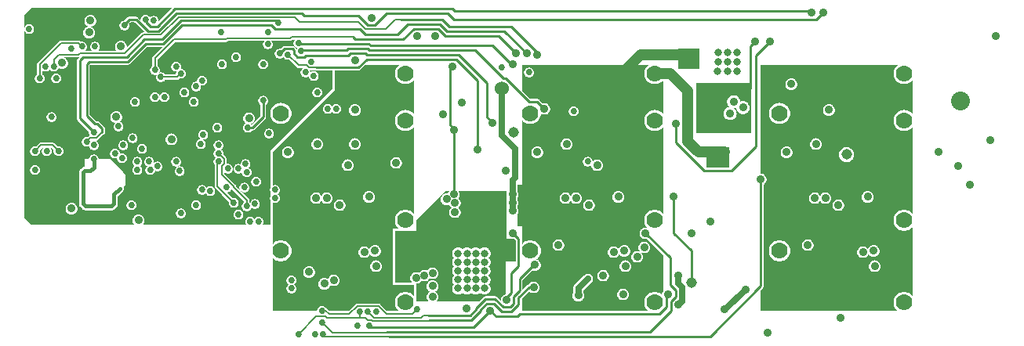
<source format=gbr>
G04 start of page 4 for group 2 idx 2 *
G04 Title: fet12v2logic, signal3 *
G04 Creator: pcb 20140316 *
G04 CreationDate: Wed 13 Jun 2018 07:44:19 AM GMT UTC *
G04 For: brian *
G04 Format: Gerber/RS-274X *
G04 PCB-Dimensions (mil): 6000.00 5000.00 *
G04 PCB-Coordinate-Origin: lower left *
%MOIN*%
%FSLAX25Y25*%
%LNGROUP2*%
%ADD88C,0.0512*%
%ADD87C,0.0118*%
%ADD86C,0.0370*%
%ADD85C,0.0350*%
%ADD84C,0.0130*%
%ADD83C,0.0200*%
%ADD82C,0.0118*%
%ADD81C,0.0600*%
%ADD80C,0.0275*%
%ADD79C,0.0360*%
%ADD78C,0.0318*%
%ADD77C,0.0800*%
%ADD76C,0.0295*%
%ADD75C,0.0700*%
%ADD74C,0.0150*%
%ADD73C,0.0080*%
%ADD72C,0.0250*%
%ADD71C,0.0100*%
%ADD70C,0.0450*%
%ADD69C,0.0001*%
G54D69*G36*
X383996Y164500D02*X387169D01*
X386808Y164192D01*
X386348Y163653D01*
X385978Y163049D01*
X385707Y162395D01*
X385542Y161706D01*
X385486Y161000D01*
X385542Y160294D01*
X385707Y159605D01*
X385978Y158951D01*
X386348Y158347D01*
X386808Y157808D01*
X387347Y157348D01*
X387951Y156978D01*
X388605Y156707D01*
X389294Y156542D01*
X390000Y156486D01*
X390706Y156542D01*
X391395Y156707D01*
X392049Y156978D01*
X392653Y157348D01*
X393124Y157750D01*
X393500D01*
Y143831D01*
X393192Y144192D01*
X392653Y144652D01*
X392049Y145022D01*
X391395Y145293D01*
X390706Y145458D01*
X390000Y145514D01*
X389294Y145458D01*
X388605Y145293D01*
X387951Y145022D01*
X387347Y144652D01*
X386808Y144192D01*
X386348Y143653D01*
X385978Y143049D01*
X385707Y142395D01*
X385542Y141706D01*
X385486Y141000D01*
X385542Y140294D01*
X385707Y139605D01*
X385978Y138951D01*
X386348Y138347D01*
X386808Y137808D01*
X387347Y137348D01*
X387951Y136978D01*
X388605Y136707D01*
X389294Y136542D01*
X390000Y136486D01*
X390706Y136542D01*
X391395Y136707D01*
X392049Y136978D01*
X392653Y137348D01*
X393192Y137808D01*
X393500Y138169D01*
Y101331D01*
X393192Y101692D01*
X392653Y102152D01*
X392049Y102522D01*
X391395Y102793D01*
X390706Y102958D01*
X390000Y103014D01*
X389294Y102958D01*
X388605Y102793D01*
X387951Y102522D01*
X387347Y102152D01*
X386808Y101692D01*
X386348Y101153D01*
X385978Y100549D01*
X385707Y99895D01*
X385542Y99206D01*
X385486Y98500D01*
X385542Y97794D01*
X385707Y97105D01*
X385978Y96451D01*
X386348Y95847D01*
X386734Y95395D01*
X386392Y95477D01*
X386000Y95508D01*
X385608Y95477D01*
X385225Y95385D01*
X384862Y95234D01*
X384526Y95029D01*
X384227Y94773D01*
X383996Y94503D01*
Y164500D01*
G37*
G36*
X387169Y60000D02*X383996D01*
Y80990D01*
X384273Y81227D01*
X384529Y81526D01*
X384734Y81862D01*
X384885Y82225D01*
X384977Y82608D01*
X385000Y83000D01*
X384977Y83392D01*
X384885Y83775D01*
X384734Y84138D01*
X384529Y84474D01*
X384273Y84773D01*
X384080Y84938D01*
X384362Y84766D01*
X384725Y84615D01*
X385108Y84523D01*
X385500Y84492D01*
X385892Y84523D01*
X386275Y84615D01*
X386638Y84766D01*
X386974Y84971D01*
X387273Y85227D01*
X387529Y85526D01*
X387734Y85862D01*
X387885Y86225D01*
X387977Y86608D01*
X388000Y87000D01*
X387977Y87392D01*
X387885Y87775D01*
X387734Y88138D01*
X387529Y88474D01*
X387273Y88773D01*
X386974Y89029D01*
X386638Y89234D01*
X386275Y89385D01*
X385892Y89477D01*
X385500Y89508D01*
X385108Y89477D01*
X384725Y89385D01*
X384362Y89234D01*
X384026Y89029D01*
X383996Y89003D01*
Y91497D01*
X384227Y91227D01*
X384526Y90971D01*
X384862Y90766D01*
X385225Y90615D01*
X385608Y90523D01*
X386000Y90492D01*
X386392Y90523D01*
X386705Y90598D01*
X393500Y83803D01*
Y68508D01*
X393471Y68474D01*
X393266Y68138D01*
X393115Y67775D01*
X393023Y67392D01*
X392992Y67000D01*
X393004Y66852D01*
X392653Y67152D01*
X392049Y67522D01*
X391395Y67793D01*
X390706Y67958D01*
X390000Y68014D01*
X389294Y67958D01*
X388605Y67793D01*
X387951Y67522D01*
X387347Y67152D01*
X386808Y66692D01*
X386348Y66153D01*
X385978Y65549D01*
X385707Y64895D01*
X385542Y64206D01*
X385486Y63500D01*
X385542Y62794D01*
X385707Y62105D01*
X385978Y61451D01*
X386348Y60847D01*
X386808Y60308D01*
X387169Y60000D01*
G37*
G36*
X383996D02*X377496D01*
Y64707D01*
X377638Y64766D01*
X377974Y64971D01*
X378273Y65227D01*
X378529Y65526D01*
X378734Y65862D01*
X378885Y66225D01*
X378977Y66608D01*
X379000Y67000D01*
X378977Y67392D01*
X378885Y67775D01*
X378734Y68138D01*
X378529Y68474D01*
X378273Y68773D01*
X377974Y69029D01*
X377638Y69234D01*
X377496Y69293D01*
Y76493D01*
X377500Y76492D01*
X377892Y76523D01*
X378275Y76615D01*
X378638Y76766D01*
X378974Y76971D01*
X379273Y77227D01*
X379529Y77526D01*
X379734Y77862D01*
X379885Y78225D01*
X379977Y78608D01*
X380000Y79000D01*
X379977Y79392D01*
X379885Y79775D01*
X379734Y80138D01*
X379529Y80474D01*
X379273Y80773D01*
X378974Y81029D01*
X378638Y81234D01*
X378275Y81385D01*
X377892Y81477D01*
X377500Y81508D01*
X377496Y81507D01*
Y83048D01*
X377775Y83115D01*
X378138Y83266D01*
X378474Y83471D01*
X378773Y83727D01*
X379029Y84026D01*
X379234Y84362D01*
X379385Y84725D01*
X379477Y85108D01*
X379500Y85500D01*
X379477Y85892D01*
X379385Y86275D01*
X379234Y86638D01*
X379029Y86974D01*
X378773Y87273D01*
X378474Y87529D01*
X378138Y87734D01*
X377775Y87885D01*
X377496Y87952D01*
Y164500D01*
X383996D01*
Y94503D01*
X383971Y94474D01*
X383766Y94138D01*
X383615Y93775D01*
X383523Y93392D01*
X383492Y93000D01*
X383523Y92608D01*
X383615Y92225D01*
X383766Y91862D01*
X383971Y91526D01*
X383996Y91497D01*
Y89003D01*
X383727Y88773D01*
X383471Y88474D01*
X383266Y88138D01*
X383115Y87775D01*
X383023Y87392D01*
X382992Y87000D01*
X383023Y86608D01*
X383115Y86225D01*
X383266Y85862D01*
X383471Y85526D01*
X383727Y85227D01*
X383920Y85062D01*
X383638Y85234D01*
X383275Y85385D01*
X382892Y85477D01*
X382500Y85508D01*
X382108Y85477D01*
X381725Y85385D01*
X381362Y85234D01*
X381026Y85029D01*
X380727Y84773D01*
X380471Y84474D01*
X380266Y84138D01*
X380115Y83775D01*
X380023Y83392D01*
X379992Y83000D01*
X380023Y82608D01*
X380115Y82225D01*
X380266Y81862D01*
X380471Y81526D01*
X380727Y81227D01*
X381026Y80971D01*
X381362Y80766D01*
X381725Y80615D01*
X382108Y80523D01*
X382500Y80492D01*
X382892Y80523D01*
X383275Y80615D01*
X383638Y80766D01*
X383974Y80971D01*
X383996Y80990D01*
Y60000D01*
G37*
G36*
X377496Y87952D02*X377392Y87977D01*
X377000Y88008D01*
X376608Y87977D01*
X376225Y87885D01*
X375862Y87734D01*
X375526Y87529D01*
X375227Y87273D01*
X374971Y86974D01*
X374766Y86638D01*
X374629Y86310D01*
X374529Y86474D01*
X374496Y86512D01*
Y105993D01*
X374500Y105992D01*
X374892Y106023D01*
X375275Y106115D01*
X375638Y106266D01*
X375974Y106471D01*
X376273Y106727D01*
X376529Y107026D01*
X376734Y107362D01*
X376885Y107725D01*
X376977Y108108D01*
X377000Y108500D01*
X376977Y108892D01*
X376885Y109275D01*
X376734Y109638D01*
X376529Y109974D01*
X376273Y110273D01*
X375974Y110529D01*
X375638Y110734D01*
X375275Y110885D01*
X374892Y110977D01*
X374500Y111008D01*
X374496Y111007D01*
Y164500D01*
X377496D01*
Y87952D01*
G37*
G36*
Y69293D02*X377275Y69385D01*
X376892Y69477D01*
X376500Y69508D01*
X376108Y69477D01*
X375725Y69385D01*
X375362Y69234D01*
X375026Y69029D01*
X374727Y68773D01*
X374496Y68503D01*
Y83488D01*
X374529Y83526D01*
X374734Y83862D01*
X374871Y84190D01*
X374971Y84026D01*
X375227Y83727D01*
X375526Y83471D01*
X375862Y83266D01*
X376225Y83115D01*
X376608Y83023D01*
X377000Y82992D01*
X377392Y83023D01*
X377496Y83048D01*
Y81507D01*
X377108Y81477D01*
X376725Y81385D01*
X376362Y81234D01*
X376026Y81029D01*
X375727Y80773D01*
X375471Y80474D01*
X375266Y80138D01*
X375115Y79775D01*
X375023Y79392D01*
X374992Y79000D01*
X375023Y78608D01*
X375115Y78225D01*
X375266Y77862D01*
X375471Y77526D01*
X375727Y77227D01*
X376026Y76971D01*
X376362Y76766D01*
X376725Y76615D01*
X377108Y76523D01*
X377496Y76493D01*
Y69293D01*
G37*
G36*
Y60000D02*X374496D01*
Y65497D01*
X374727Y65227D01*
X375026Y64971D01*
X375362Y64766D01*
X375725Y64615D01*
X376108Y64523D01*
X376500Y64492D01*
X376892Y64523D01*
X377275Y64615D01*
X377496Y64707D01*
Y60000D01*
G37*
G36*
X374496D02*X367996D01*
Y72493D01*
X368000Y72492D01*
X368392Y72523D01*
X368775Y72615D01*
X369138Y72766D01*
X369474Y72971D01*
X369773Y73227D01*
X370029Y73526D01*
X370234Y73862D01*
X370385Y74225D01*
X370477Y74608D01*
X370500Y75000D01*
X370477Y75392D01*
X370385Y75775D01*
X370234Y76138D01*
X370029Y76474D01*
X369773Y76773D01*
X369474Y77029D01*
X369138Y77234D01*
X368775Y77385D01*
X368392Y77477D01*
X368000Y77508D01*
X367996Y77507D01*
Y121935D01*
X368000Y122000D01*
X367996Y122065D01*
Y164500D01*
X374496D01*
Y111007D01*
X374108Y110977D01*
X373725Y110885D01*
X373362Y110734D01*
X373026Y110529D01*
X372727Y110273D01*
X372471Y109974D01*
X372266Y109638D01*
X372115Y109275D01*
X372023Y108892D01*
X371992Y108500D01*
X372023Y108108D01*
X372115Y107725D01*
X372266Y107362D01*
X372471Y107026D01*
X372727Y106727D01*
X373026Y106471D01*
X373362Y106266D01*
X373725Y106115D01*
X374108Y106023D01*
X374496Y105993D01*
Y86512D01*
X374273Y86773D01*
X373974Y87029D01*
X373638Y87234D01*
X373275Y87385D01*
X372892Y87477D01*
X372500Y87508D01*
X372108Y87477D01*
X371725Y87385D01*
X371362Y87234D01*
X371026Y87029D01*
X370727Y86773D01*
X370471Y86474D01*
X370266Y86138D01*
X370115Y85775D01*
X370023Y85392D01*
X369992Y85000D01*
X370023Y84608D01*
X370115Y84225D01*
X370266Y83862D01*
X370471Y83526D01*
X370727Y83227D01*
X371026Y82971D01*
X371362Y82766D01*
X371725Y82615D01*
X372108Y82523D01*
X372500Y82492D01*
X372892Y82523D01*
X373275Y82615D01*
X373638Y82766D01*
X373974Y82971D01*
X374273Y83227D01*
X374496Y83488D01*
Y68503D01*
X374471Y68474D01*
X374266Y68138D01*
X374115Y67775D01*
X374023Y67392D01*
X373992Y67000D01*
X374023Y66608D01*
X374115Y66225D01*
X374266Y65862D01*
X374471Y65526D01*
X374496Y65497D01*
Y60000D01*
G37*
G36*
X367996Y122065D02*X367977Y122392D01*
X367885Y122775D01*
X367734Y123138D01*
X367529Y123474D01*
X367273Y123773D01*
X366974Y124029D01*
X366638Y124234D01*
X366275Y124385D01*
X365892Y124477D01*
X365500Y124508D01*
X365108Y124477D01*
X364725Y124385D01*
X364362Y124234D01*
X364026Y124029D01*
X363727Y123773D01*
X363570Y123589D01*
X363556Y123826D01*
X363480Y124143D01*
X363355Y124445D01*
X363184Y124723D01*
X362972Y124972D01*
X362723Y125184D01*
X362445Y125355D01*
X362143Y125480D01*
X361996Y125515D01*
Y164500D01*
X367996D01*
Y122065D01*
G37*
G36*
Y60000D02*X361996D01*
Y70814D01*
X363091Y71909D01*
X363326Y72173D01*
X363511Y72475D01*
X363646Y72803D01*
X363729Y73147D01*
X363757Y73500D01*
X363729Y73853D01*
X363646Y74197D01*
X363511Y74525D01*
X363326Y74827D01*
X363096Y75096D01*
X362827Y75326D01*
X362525Y75511D01*
X362197Y75646D01*
X361996Y75695D01*
Y102493D01*
X362000Y102492D01*
X362392Y102523D01*
X362775Y102615D01*
X363138Y102766D01*
X363474Y102971D01*
X363773Y103227D01*
X364029Y103526D01*
X364234Y103862D01*
X364385Y104225D01*
X364477Y104608D01*
X364500Y105000D01*
X364477Y105392D01*
X364385Y105775D01*
X364234Y106138D01*
X364029Y106474D01*
X363773Y106773D01*
X363474Y107029D01*
X363138Y107234D01*
X362775Y107385D01*
X362392Y107477D01*
X362000Y107508D01*
X361996Y107507D01*
Y121485D01*
X362143Y121520D01*
X362445Y121645D01*
X362723Y121816D01*
X362972Y122028D01*
X362997Y122058D01*
X362992Y122000D01*
X363023Y121608D01*
X363115Y121225D01*
X363266Y120862D01*
X363471Y120526D01*
X363727Y120227D01*
X364026Y119971D01*
X364362Y119766D01*
X364725Y119615D01*
X365108Y119523D01*
X365500Y119492D01*
X365892Y119523D01*
X366275Y119615D01*
X366638Y119766D01*
X366974Y119971D01*
X367273Y120227D01*
X367529Y120526D01*
X367734Y120862D01*
X367885Y121225D01*
X367977Y121608D01*
X367996Y121935D01*
Y77507D01*
X367608Y77477D01*
X367225Y77385D01*
X366862Y77234D01*
X366526Y77029D01*
X366227Y76773D01*
X365971Y76474D01*
X365766Y76138D01*
X365615Y75775D01*
X365523Y75392D01*
X365492Y75000D01*
X365523Y74608D01*
X365615Y74225D01*
X365766Y73862D01*
X365971Y73526D01*
X366227Y73227D01*
X366526Y72971D01*
X366862Y72766D01*
X367225Y72615D01*
X367608Y72523D01*
X367996Y72493D01*
Y60000D01*
G37*
G36*
X361996Y75695D02*X361853Y75729D01*
X361500Y75757D01*
X361147Y75729D01*
X360803Y75646D01*
X360475Y75511D01*
X360173Y75326D01*
X359909Y75091D01*
X359375Y74557D01*
Y164500D01*
X361996D01*
Y125515D01*
X361826Y125556D01*
X361500Y125581D01*
X361174Y125556D01*
X360857Y125480D01*
X360555Y125355D01*
X360277Y125184D01*
X360028Y124972D01*
X359816Y124723D01*
X359645Y124445D01*
X359520Y124143D01*
X359444Y123826D01*
X359419Y123500D01*
X359444Y123174D01*
X359520Y122857D01*
X359645Y122555D01*
X359816Y122277D01*
X360028Y122028D01*
X360277Y121816D01*
X360555Y121645D01*
X360857Y121520D01*
X361174Y121444D01*
X361500Y121419D01*
X361826Y121444D01*
X361996Y121485D01*
Y107507D01*
X361608Y107477D01*
X361225Y107385D01*
X360862Y107234D01*
X360526Y107029D01*
X360227Y106773D01*
X359971Y106474D01*
X359766Y106138D01*
X359615Y105775D01*
X359523Y105392D01*
X359492Y105000D01*
X359523Y104608D01*
X359615Y104225D01*
X359766Y103862D01*
X359971Y103526D01*
X360227Y103227D01*
X360526Y102971D01*
X360862Y102766D01*
X361225Y102615D01*
X361608Y102523D01*
X361996Y102493D01*
Y75695D01*
G37*
G36*
Y60000D02*X359375D01*
Y64846D01*
X359529Y65026D01*
X359734Y65362D01*
X359885Y65725D01*
X359977Y66108D01*
X360000Y66500D01*
X359977Y66892D01*
X359885Y67275D01*
X359750Y67601D01*
Y68568D01*
X361996Y70814D01*
Y60000D01*
G37*
G36*
X359375D02*X354246D01*
Y106890D01*
X354250Y106899D01*
X354266Y106862D01*
X354471Y106526D01*
X354727Y106227D01*
X355026Y105971D01*
X355362Y105766D01*
X355725Y105615D01*
X356108Y105523D01*
X356500Y105492D01*
X356892Y105523D01*
X357275Y105615D01*
X357638Y105766D01*
X357974Y105971D01*
X358273Y106227D01*
X358529Y106526D01*
X358734Y106862D01*
X358885Y107225D01*
X358977Y107608D01*
X359000Y108000D01*
X358977Y108392D01*
X358885Y108775D01*
X358734Y109138D01*
X358529Y109474D01*
X358273Y109773D01*
X357974Y110029D01*
X357638Y110234D01*
X357275Y110385D01*
X356892Y110477D01*
X356500Y110508D01*
X356108Y110477D01*
X355725Y110385D01*
X355362Y110234D01*
X355026Y110029D01*
X354727Y109773D01*
X354471Y109474D01*
X354266Y109138D01*
X354250Y109101D01*
X354246Y109110D01*
Y129204D01*
X354273Y129227D01*
X354529Y129526D01*
X354734Y129862D01*
X354885Y130225D01*
X354977Y130608D01*
X355000Y131000D01*
X354977Y131392D01*
X354885Y131775D01*
X354734Y132138D01*
X354529Y132474D01*
X354273Y132773D01*
X354246Y132796D01*
Y143342D01*
X354277Y143316D01*
X354555Y143145D01*
X354857Y143020D01*
X355174Y142944D01*
X355500Y142919D01*
X355826Y142944D01*
X356143Y143020D01*
X356445Y143145D01*
X356723Y143316D01*
X356972Y143528D01*
X357184Y143777D01*
X357355Y144055D01*
X357480Y144357D01*
X357556Y144674D01*
X357575Y145000D01*
X357556Y145326D01*
X357480Y145643D01*
X357355Y145945D01*
X357184Y146223D01*
X356972Y146472D01*
X356723Y146684D01*
X356445Y146855D01*
X356143Y146980D01*
X355826Y147056D01*
X355500Y147081D01*
X355174Y147056D01*
X354857Y146980D01*
X354555Y146855D01*
X354277Y146684D01*
X354246Y146658D01*
Y164500D01*
X359375D01*
Y74557D01*
X355971Y71153D01*
X355904Y71096D01*
X355674Y70827D01*
X355489Y70525D01*
X355354Y70197D01*
X355271Y69853D01*
X355271Y69853D01*
X355243Y69500D01*
X355250Y69412D01*
Y67601D01*
X355115Y67275D01*
X355023Y66892D01*
X354992Y66500D01*
X355023Y66108D01*
X355115Y65725D01*
X355266Y65362D01*
X355471Y65026D01*
X355727Y64727D01*
X356026Y64471D01*
X356362Y64266D01*
X356725Y64115D01*
X357108Y64023D01*
X357500Y63992D01*
X357892Y64023D01*
X358275Y64115D01*
X358638Y64266D01*
X358974Y64471D01*
X359273Y64727D01*
X359375Y64846D01*
Y60000D01*
G37*
G36*
X354246D02*X348996D01*
Y85493D01*
X349000Y85492D01*
X349392Y85523D01*
X349775Y85615D01*
X350138Y85766D01*
X350474Y85971D01*
X350773Y86227D01*
X351029Y86526D01*
X351234Y86862D01*
X351385Y87225D01*
X351477Y87608D01*
X351500Y88000D01*
X351477Y88392D01*
X351385Y88775D01*
X351234Y89138D01*
X351029Y89474D01*
X350773Y89773D01*
X350474Y90029D01*
X350138Y90234D01*
X349775Y90385D01*
X349392Y90477D01*
X349000Y90508D01*
X348996Y90507D01*
Y164500D01*
X354246D01*
Y146658D01*
X354028Y146472D01*
X353816Y146223D01*
X353645Y145945D01*
X353520Y145643D01*
X353444Y145326D01*
X353419Y145000D01*
X353444Y144674D01*
X353520Y144357D01*
X353645Y144055D01*
X353816Y143777D01*
X354028Y143528D01*
X354246Y143342D01*
Y132796D01*
X353974Y133029D01*
X353638Y133234D01*
X353275Y133385D01*
X352892Y133477D01*
X352500Y133508D01*
X352108Y133477D01*
X351725Y133385D01*
X351362Y133234D01*
X351026Y133029D01*
X350727Y132773D01*
X350471Y132474D01*
X350266Y132138D01*
X350115Y131775D01*
X350023Y131392D01*
X349992Y131000D01*
X350023Y130608D01*
X350115Y130225D01*
X350266Y129862D01*
X350471Y129526D01*
X350727Y129227D01*
X351026Y128971D01*
X351362Y128766D01*
X351725Y128615D01*
X352108Y128523D01*
X352500Y128492D01*
X352892Y128523D01*
X353275Y128615D01*
X353638Y128766D01*
X353974Y128971D01*
X354246Y129204D01*
Y109110D01*
X354234Y109138D01*
X354029Y109474D01*
X353773Y109773D01*
X353474Y110029D01*
X353138Y110234D01*
X352775Y110385D01*
X352392Y110477D01*
X352000Y110508D01*
X351608Y110477D01*
X351225Y110385D01*
X350862Y110234D01*
X350526Y110029D01*
X350227Y109773D01*
X349971Y109474D01*
X349766Y109138D01*
X349615Y108775D01*
X349523Y108392D01*
X349492Y108000D01*
X349523Y107608D01*
X349615Y107225D01*
X349766Y106862D01*
X349971Y106526D01*
X350227Y106227D01*
X350526Y105971D01*
X350862Y105766D01*
X351225Y105615D01*
X351608Y105523D01*
X352000Y105492D01*
X352392Y105523D01*
X352775Y105615D01*
X353138Y105766D01*
X353474Y105971D01*
X353773Y106227D01*
X354029Y106526D01*
X354234Y106862D01*
X354246Y106890D01*
Y60000D01*
G37*
G36*
X348996D02*X339996D01*
Y67990D01*
X340273Y68227D01*
X340529Y68526D01*
X340734Y68862D01*
X340885Y69225D01*
X340977Y69608D01*
X341000Y70000D01*
X340977Y70392D01*
X340885Y70775D01*
X340734Y71138D01*
X340529Y71474D01*
X340273Y71773D01*
X339996Y72010D01*
Y77207D01*
X340138Y77266D01*
X340474Y77471D01*
X340773Y77727D01*
X341029Y78026D01*
X341234Y78362D01*
X341385Y78725D01*
X341477Y79108D01*
X341500Y79500D01*
X341477Y79892D01*
X341385Y80275D01*
X341234Y80638D01*
X341029Y80974D01*
X340773Y81273D01*
X340474Y81529D01*
X340138Y81734D01*
X339996Y81793D01*
Y82141D01*
X340192Y82308D01*
X340652Y82847D01*
X341022Y83451D01*
X341293Y84105D01*
X341458Y84794D01*
X341500Y85500D01*
X341458Y86206D01*
X341293Y86895D01*
X341022Y87549D01*
X340652Y88153D01*
X340192Y88692D01*
X339996Y88859D01*
Y124993D01*
X340000Y124992D01*
X340392Y125023D01*
X340775Y125115D01*
X341138Y125266D01*
X341474Y125471D01*
X341773Y125727D01*
X342029Y126026D01*
X342234Y126362D01*
X342385Y126725D01*
X342477Y127108D01*
X342500Y127500D01*
X342477Y127892D01*
X342385Y128275D01*
X342234Y128638D01*
X342029Y128974D01*
X341773Y129273D01*
X341474Y129529D01*
X341138Y129734D01*
X340775Y129885D01*
X340392Y129977D01*
X340000Y130008D01*
X339996Y130007D01*
Y140641D01*
X340192Y140808D01*
X340652Y141347D01*
X341022Y141951D01*
X341293Y142605D01*
X341458Y143294D01*
X341500Y143994D01*
X341526Y143971D01*
X341862Y143766D01*
X342225Y143615D01*
X342608Y143523D01*
X343000Y143492D01*
X343392Y143523D01*
X343775Y143615D01*
X344138Y143766D01*
X344474Y143971D01*
X344773Y144227D01*
X345029Y144526D01*
X345234Y144862D01*
X345385Y145225D01*
X345477Y145608D01*
X345500Y146000D01*
X345477Y146392D01*
X345385Y146775D01*
X345234Y147138D01*
X345029Y147474D01*
X344773Y147773D01*
X344474Y148029D01*
X344138Y148234D01*
X343775Y148385D01*
X343392Y148477D01*
X343000Y148508D01*
X342608Y148477D01*
X342295Y148402D01*
X340882Y149815D01*
X340851Y149851D01*
X340708Y149974D01*
X340546Y150073D01*
X340372Y150145D01*
X340188Y150189D01*
X340188Y150189D01*
X340000Y150204D01*
X339996Y150203D01*
Y164500D01*
X348996D01*
Y90507D01*
X348608Y90477D01*
X348225Y90385D01*
X347862Y90234D01*
X347526Y90029D01*
X347227Y89773D01*
X346971Y89474D01*
X346766Y89138D01*
X346615Y88775D01*
X346523Y88392D01*
X346492Y88000D01*
X346523Y87608D01*
X346615Y87225D01*
X346766Y86862D01*
X346971Y86526D01*
X347227Y86227D01*
X347526Y85971D01*
X347862Y85766D01*
X348225Y85615D01*
X348608Y85523D01*
X348996Y85493D01*
Y60000D01*
G37*
G36*
X339996Y150203D02*X339953Y150200D01*
X336997D01*
X336497Y150700D01*
Y159419D01*
X336500Y159419D01*
X336826Y159444D01*
X337143Y159520D01*
X337445Y159645D01*
X337723Y159816D01*
X337972Y160028D01*
X338184Y160277D01*
X338355Y160555D01*
X338480Y160857D01*
X338556Y161174D01*
X338575Y161500D01*
X338556Y161826D01*
X338480Y162143D01*
X338355Y162445D01*
X338184Y162723D01*
X337972Y162972D01*
X337723Y163184D01*
X337445Y163355D01*
X337143Y163480D01*
X336826Y163556D01*
X336500Y163581D01*
X336497Y163581D01*
Y164500D01*
X339996D01*
Y150203D01*
G37*
G36*
X336497Y150700D02*X333500Y153697D01*
Y164500D01*
X336497D01*
Y163581D01*
X336174Y163556D01*
X335857Y163480D01*
X335555Y163355D01*
X335277Y163184D01*
X335028Y162972D01*
X334816Y162723D01*
X334645Y162445D01*
X334520Y162143D01*
X334444Y161826D01*
X334419Y161500D01*
X334444Y161174D01*
X334520Y160857D01*
X334645Y160555D01*
X334816Y160277D01*
X335028Y160028D01*
X335277Y159816D01*
X335555Y159645D01*
X335857Y159520D01*
X336174Y159444D01*
X336497Y159419D01*
Y150700D01*
G37*
G36*
X339996Y88859D02*X339653Y89152D01*
X339049Y89522D01*
X338395Y89793D01*
X337706Y89958D01*
X337000Y90014D01*
X336294Y89958D01*
X335605Y89793D01*
X334951Y89522D01*
X334347Y89152D01*
X333808Y88692D01*
X333500Y88331D01*
Y96000D01*
X331500D01*
Y100992D01*
X331529Y101026D01*
X331734Y101362D01*
X331885Y101725D01*
X331977Y102108D01*
X332000Y102500D01*
X331977Y102892D01*
X331885Y103275D01*
X331750Y103601D01*
Y104899D01*
X331885Y105225D01*
X331977Y105608D01*
X332000Y106000D01*
X331977Y106392D01*
X331885Y106775D01*
X331750Y107101D01*
Y108399D01*
X331885Y108725D01*
X331977Y109108D01*
X332000Y109500D01*
X331977Y109892D01*
X331885Y110275D01*
X331750Y110601D01*
Y113500D01*
X333500D01*
Y141169D01*
X333808Y140808D01*
X334347Y140348D01*
X334951Y139978D01*
X335605Y139707D01*
X336294Y139542D01*
X337000Y139486D01*
X337706Y139542D01*
X338395Y139707D01*
X339049Y139978D01*
X339653Y140348D01*
X339996Y140641D01*
Y130007D01*
X339608Y129977D01*
X339225Y129885D01*
X338862Y129734D01*
X338526Y129529D01*
X338227Y129273D01*
X337971Y128974D01*
X337766Y128638D01*
X337615Y128275D01*
X337523Y127892D01*
X337492Y127500D01*
X337523Y127108D01*
X337615Y126725D01*
X337766Y126362D01*
X337971Y126026D01*
X338227Y125727D01*
X338526Y125471D01*
X338862Y125266D01*
X339225Y125115D01*
X339608Y125023D01*
X339996Y124993D01*
Y88859D01*
G37*
G36*
Y81793D02*X339775Y81885D01*
X339714Y81900D01*
X339996Y82141D01*
Y81793D01*
G37*
G36*
Y72010D02*X339974Y72029D01*
X339638Y72234D01*
X339275Y72385D01*
X338892Y72477D01*
X338500Y72508D01*
X338108Y72477D01*
X337725Y72385D01*
X337362Y72234D01*
X337026Y72029D01*
X336727Y71773D01*
X336471Y71474D01*
X336294Y71185D01*
X336128Y71145D01*
X335954Y71073D01*
X335792Y70974D01*
X335792Y70974D01*
X335649Y70851D01*
X335618Y70815D01*
X333700Y68897D01*
Y73003D01*
X337933Y77236D01*
X338225Y77115D01*
X338608Y77023D01*
X339000Y76992D01*
X339392Y77023D01*
X339775Y77115D01*
X339996Y77207D01*
Y72010D01*
G37*
G36*
Y60000D02*X333500D01*
Y65303D01*
X336587Y68390D01*
X336727Y68227D01*
X337026Y67971D01*
X337362Y67766D01*
X337725Y67615D01*
X338108Y67523D01*
X338500Y67492D01*
X338892Y67523D01*
X339275Y67615D01*
X339638Y67766D01*
X339974Y67971D01*
X339996Y67990D01*
Y60000D01*
G37*
G36*
X311996Y111000D02*X327000D01*
Y109598D01*
X326992Y109500D01*
X327000Y109402D01*
Y106098D01*
X326992Y106000D01*
X327000Y105902D01*
Y102598D01*
X326992Y102500D01*
X327000Y102402D01*
Y93098D01*
X326992Y93000D01*
X327000Y92902D01*
Y90500D01*
X329402D01*
X329500Y90492D01*
X329598Y90500D01*
X330303D01*
X330800Y90003D01*
Y81000D01*
X326500D01*
Y66951D01*
X326225Y66885D01*
X325862Y66734D01*
X325526Y66529D01*
X325227Y66273D01*
X324971Y65974D01*
X324766Y65638D01*
X324615Y65275D01*
X324523Y64892D01*
X324492Y64500D01*
X324518Y64180D01*
X322882Y65815D01*
X322851Y65851D01*
X322708Y65974D01*
X322546Y66073D01*
X322372Y66145D01*
X322188Y66189D01*
X322000Y66204D01*
X321953Y66200D01*
X318047D01*
X318000Y66204D01*
X317812Y66189D01*
X317628Y66145D01*
X317454Y66073D01*
X317292Y65974D01*
X317292Y65974D01*
X317149Y65851D01*
X317118Y65815D01*
X315303Y64000D01*
X311996D01*
Y67716D01*
X312000Y67721D01*
X312033Y67682D01*
X312343Y67417D01*
X312690Y67204D01*
X313067Y67048D01*
X313464Y66953D01*
X313870Y66921D01*
X314277Y66953D01*
X314673Y67048D01*
X315050Y67204D01*
X315397Y67417D01*
X315707Y67682D01*
X315740Y67721D01*
X315773Y67682D01*
X316083Y67417D01*
X316431Y67204D01*
X316807Y67048D01*
X317204Y66953D01*
X317610Y66921D01*
X318017Y66953D01*
X318413Y67048D01*
X318790Y67204D01*
X319138Y67417D01*
X319448Y67682D01*
X319712Y67992D01*
X319926Y68340D01*
X320082Y68717D01*
X320177Y69113D01*
X320201Y69520D01*
X320177Y69926D01*
X320082Y70323D01*
X319926Y70699D01*
X319712Y71047D01*
X319448Y71357D01*
X319409Y71390D01*
X319448Y71422D01*
X319712Y71732D01*
X319926Y72080D01*
X320082Y72457D01*
X320177Y72853D01*
X320201Y73260D01*
X320177Y73666D01*
X320082Y74063D01*
X319926Y74440D01*
X319712Y74787D01*
X319448Y75097D01*
X319409Y75130D01*
X319448Y75163D01*
X319712Y75473D01*
X319926Y75820D01*
X320082Y76197D01*
X320177Y76594D01*
X320201Y77000D01*
X320177Y77406D01*
X320082Y77803D01*
X319926Y78180D01*
X319712Y78527D01*
X319448Y78837D01*
X319409Y78870D01*
X319448Y78903D01*
X319712Y79213D01*
X319926Y79560D01*
X320082Y79937D01*
X320177Y80334D01*
X320201Y80740D01*
X320177Y81147D01*
X320082Y81543D01*
X319926Y81920D01*
X319712Y82268D01*
X319448Y82578D01*
X319409Y82610D01*
X319448Y82643D01*
X319712Y82953D01*
X319926Y83301D01*
X320082Y83677D01*
X320177Y84074D01*
X320201Y84480D01*
X320177Y84887D01*
X320082Y85283D01*
X319926Y85660D01*
X319712Y86008D01*
X319448Y86318D01*
X319138Y86583D01*
X318790Y86796D01*
X318413Y86952D01*
X318017Y87047D01*
X317610Y87079D01*
X317204Y87047D01*
X316807Y86952D01*
X316431Y86796D01*
X316083Y86583D01*
X315773Y86318D01*
X315740Y86279D01*
X315707Y86318D01*
X315397Y86583D01*
X315050Y86796D01*
X314673Y86952D01*
X314277Y87047D01*
X313870Y87079D01*
X313464Y87047D01*
X313067Y86952D01*
X312690Y86796D01*
X312343Y86583D01*
X312033Y86318D01*
X312000Y86279D01*
X311996Y86284D01*
Y111000D01*
G37*
G36*
X288500Y64000D02*Y71492D01*
X288892Y71523D01*
X289275Y71615D01*
X289638Y71766D01*
X289974Y71971D01*
X290273Y72227D01*
X290529Y72526D01*
X290726Y72848D01*
X290862Y72766D01*
X291225Y72615D01*
X291608Y72523D01*
X292000Y72492D01*
X292392Y72523D01*
X292775Y72615D01*
X293138Y72766D01*
X293474Y72971D01*
X293773Y73227D01*
X294029Y73526D01*
X294226Y73848D01*
X294362Y73766D01*
X294725Y73615D01*
X295108Y73523D01*
X295500Y73492D01*
X295892Y73523D01*
X296275Y73615D01*
X296638Y73766D01*
X296974Y73971D01*
X297273Y74227D01*
X297529Y74526D01*
X297734Y74862D01*
X297885Y75225D01*
X297977Y75608D01*
X298000Y76000D01*
X297977Y76392D01*
X297885Y76775D01*
X297734Y77138D01*
X297529Y77474D01*
X297273Y77773D01*
X296974Y78029D01*
X296638Y78234D01*
X296275Y78385D01*
X295892Y78477D01*
X295500Y78508D01*
X295108Y78477D01*
X294725Y78385D01*
X294362Y78234D01*
X294026Y78029D01*
X293727Y77773D01*
X293471Y77474D01*
X293274Y77152D01*
X293138Y77234D01*
X292775Y77385D01*
X292392Y77477D01*
X292000Y77508D01*
X291608Y77477D01*
X291225Y77385D01*
X290862Y77234D01*
X290526Y77029D01*
X290227Y76773D01*
X289971Y76474D01*
X289774Y76152D01*
X289638Y76234D01*
X289275Y76385D01*
X288892Y76477D01*
X288500Y76508D01*
X288108Y76477D01*
X287725Y76385D01*
X287362Y76234D01*
X287026Y76029D01*
X286727Y75773D01*
X286471Y75474D01*
X286266Y75138D01*
X286115Y74775D01*
X286023Y74392D01*
X285992Y74000D01*
X286023Y73608D01*
X286115Y73225D01*
X286266Y72862D01*
X286471Y72526D01*
X286727Y72227D01*
X286992Y72000D01*
X279500D01*
Y94000D01*
X283824D01*
X284000Y93986D01*
X284176Y94000D01*
X288500D01*
Y98500D01*
X301000Y111000D01*
X302493D01*
X302471Y110974D01*
X302266Y110638D01*
X302115Y110275D01*
X302035Y109943D01*
X301892Y109977D01*
X301500Y110008D01*
X301108Y109977D01*
X300725Y109885D01*
X300362Y109734D01*
X300026Y109529D01*
X299727Y109273D01*
X299471Y108974D01*
X299266Y108638D01*
X299115Y108275D01*
X299023Y107892D01*
X298992Y107500D01*
X299023Y107108D01*
X299115Y106725D01*
X299266Y106362D01*
X299471Y106026D01*
X299727Y105727D01*
X300026Y105471D01*
X300362Y105266D01*
X300725Y105115D01*
X301108Y105023D01*
X301500Y104992D01*
X301892Y105023D01*
X302275Y105115D01*
X302608Y105253D01*
X302615Y105225D01*
X302766Y104862D01*
X302971Y104526D01*
X303227Y104227D01*
X303492Y104000D01*
X303227Y103773D01*
X302971Y103474D01*
X302766Y103138D01*
X302615Y102775D01*
X302523Y102392D01*
X302492Y102000D01*
X302523Y101608D01*
X302615Y101225D01*
X302766Y100862D01*
X302971Y100526D01*
X303227Y100227D01*
X303526Y99971D01*
X303862Y99766D01*
X304225Y99615D01*
X304608Y99523D01*
X305000Y99492D01*
X305392Y99523D01*
X305775Y99615D01*
X306138Y99766D01*
X306474Y99971D01*
X306773Y100227D01*
X307029Y100526D01*
X307234Y100862D01*
X307385Y101225D01*
X307477Y101608D01*
X307500Y102000D01*
X307477Y102392D01*
X307385Y102775D01*
X307234Y103138D01*
X307029Y103474D01*
X306773Y103773D01*
X306508Y104000D01*
X306773Y104227D01*
X307029Y104526D01*
X307234Y104862D01*
X307385Y105225D01*
X307477Y105608D01*
X307500Y106000D01*
X307477Y106392D01*
X307385Y106775D01*
X307234Y107138D01*
X307029Y107474D01*
X306773Y107773D01*
X306507Y108001D01*
X306529Y108026D01*
X306734Y108362D01*
X306885Y108725D01*
X306977Y109108D01*
X307000Y109500D01*
X306977Y109892D01*
X306885Y110275D01*
X306734Y110638D01*
X306529Y110974D01*
X306507Y111000D01*
X311996D01*
Y86284D01*
X311967Y86318D01*
X311657Y86583D01*
X311310Y86796D01*
X310933Y86952D01*
X310536Y87047D01*
X310130Y87079D01*
X309723Y87047D01*
X309327Y86952D01*
X308950Y86796D01*
X308603Y86583D01*
X308293Y86318D01*
X308260Y86279D01*
X308227Y86318D01*
X307917Y86583D01*
X307569Y86796D01*
X307193Y86952D01*
X306796Y87047D01*
X306390Y87079D01*
X305983Y87047D01*
X305587Y86952D01*
X305210Y86796D01*
X304862Y86583D01*
X304552Y86318D01*
X304288Y86008D01*
X304074Y85660D01*
X303918Y85283D01*
X303823Y84887D01*
X303791Y84480D01*
X303823Y84074D01*
X303918Y83677D01*
X304074Y83301D01*
X304288Y82953D01*
X304552Y82643D01*
X304591Y82610D01*
X304552Y82578D01*
X304288Y82268D01*
X304074Y81920D01*
X303918Y81543D01*
X303823Y81147D01*
X303791Y80740D01*
X303823Y80334D01*
X303918Y79937D01*
X304074Y79560D01*
X304288Y79213D01*
X304552Y78903D01*
X304591Y78870D01*
X304552Y78837D01*
X304288Y78527D01*
X304074Y78180D01*
X303918Y77803D01*
X303823Y77406D01*
X303791Y77000D01*
X303823Y76594D01*
X303918Y76197D01*
X304074Y75820D01*
X304288Y75473D01*
X304552Y75163D01*
X304591Y75130D01*
X304552Y75097D01*
X304288Y74787D01*
X304074Y74440D01*
X303918Y74063D01*
X303823Y73666D01*
X303791Y73260D01*
X303823Y72853D01*
X303918Y72457D01*
X304074Y72080D01*
X304288Y71732D01*
X304552Y71422D01*
X304591Y71390D01*
X304552Y71357D01*
X304288Y71047D01*
X304074Y70699D01*
X303918Y70323D01*
X303823Y69926D01*
X303791Y69520D01*
X303823Y69113D01*
X303918Y68717D01*
X304074Y68340D01*
X304288Y67992D01*
X304552Y67682D01*
X304862Y67417D01*
X305210Y67204D01*
X305587Y67048D01*
X305983Y66953D01*
X306390Y66921D01*
X306796Y66953D01*
X307193Y67048D01*
X307569Y67204D01*
X307917Y67417D01*
X308227Y67682D01*
X308260Y67721D01*
X308293Y67682D01*
X308603Y67417D01*
X308950Y67204D01*
X309327Y67048D01*
X309723Y66953D01*
X310130Y66921D01*
X310536Y66953D01*
X310933Y67048D01*
X311310Y67204D01*
X311657Y67417D01*
X311967Y67682D01*
X311996Y67716D01*
Y64000D01*
X297008D01*
X297273Y64227D01*
X297529Y64526D01*
X297734Y64862D01*
X297885Y65225D01*
X297977Y65608D01*
X298000Y66000D01*
X297977Y66392D01*
X297885Y66775D01*
X297734Y67138D01*
X297529Y67474D01*
X297273Y67773D01*
X296974Y68029D01*
X296638Y68234D01*
X296601Y68250D01*
X296638Y68266D01*
X296974Y68471D01*
X297273Y68727D01*
X297529Y69026D01*
X297734Y69362D01*
X297885Y69725D01*
X297977Y70108D01*
X298000Y70500D01*
X297977Y70892D01*
X297885Y71275D01*
X297734Y71638D01*
X297529Y71974D01*
X297273Y72273D01*
X296974Y72529D01*
X296638Y72734D01*
X296275Y72885D01*
X295892Y72977D01*
X295500Y73008D01*
X295108Y72977D01*
X294725Y72885D01*
X294362Y72734D01*
X294026Y72529D01*
X293727Y72273D01*
X293471Y71974D01*
X293266Y71638D01*
X293115Y71275D01*
X293023Y70892D01*
X292992Y70500D01*
X293023Y70108D01*
X293115Y69725D01*
X293266Y69362D01*
X293471Y69026D01*
X293727Y68727D01*
X294026Y68471D01*
X294362Y68266D01*
X294399Y68250D01*
X294362Y68234D01*
X294026Y68029D01*
X293727Y67773D01*
X293471Y67474D01*
X293266Y67138D01*
X293115Y66775D01*
X293023Y66392D01*
X292992Y66000D01*
X293023Y65608D01*
X293115Y65225D01*
X293266Y64862D01*
X293471Y64526D01*
X293727Y64227D01*
X293992Y64000D01*
X288500D01*
G37*
G36*
X279996Y138921D02*X280348Y138347D01*
X280808Y137808D01*
X281347Y137348D01*
X281951Y136978D01*
X282605Y136707D01*
X283294Y136542D01*
X284000Y136486D01*
X284706Y136542D01*
X285395Y136707D01*
X286049Y136978D01*
X286653Y137348D01*
X287192Y137808D01*
X287500Y138169D01*
Y101331D01*
X287192Y101692D01*
X286653Y102152D01*
X286049Y102522D01*
X285395Y102793D01*
X284706Y102958D01*
X284000Y103014D01*
X283294Y102958D01*
X282605Y102793D01*
X281951Y102522D01*
X281347Y102152D01*
X280808Y101692D01*
X280348Y101153D01*
X279996Y100579D01*
Y120493D01*
X280000Y120492D01*
X280392Y120523D01*
X280775Y120615D01*
X281138Y120766D01*
X281474Y120971D01*
X281773Y121227D01*
X282029Y121526D01*
X282234Y121862D01*
X282385Y122225D01*
X282477Y122608D01*
X282500Y123000D01*
X282477Y123392D01*
X282385Y123775D01*
X282234Y124138D01*
X282029Y124474D01*
X281773Y124773D01*
X281474Y125029D01*
X281138Y125234D01*
X280775Y125385D01*
X280392Y125477D01*
X280000Y125508D01*
X279996Y125507D01*
Y138921D01*
G37*
G36*
Y158921D02*X280348Y158347D01*
X280808Y157808D01*
X281347Y157348D01*
X281951Y156978D01*
X282605Y156707D01*
X283294Y156542D01*
X284000Y156486D01*
X284706Y156542D01*
X285395Y156707D01*
X286049Y156978D01*
X286653Y157348D01*
X287192Y157808D01*
X287500Y158169D01*
Y143831D01*
X287192Y144192D01*
X286653Y144652D01*
X286049Y145022D01*
X285395Y145293D01*
X284706Y145458D01*
X284000Y145514D01*
X283294Y145458D01*
X282605Y145293D01*
X281951Y145022D01*
X281347Y144652D01*
X280808Y144192D01*
X280348Y143653D01*
X279996Y143079D01*
Y158921D01*
G37*
G36*
Y164500D02*X281169D01*
X280808Y164192D01*
X280348Y163653D01*
X279996Y163079D01*
Y164500D01*
G37*
G36*
Y61421D02*X280348Y60847D01*
X280808Y60308D01*
X281169Y60000D01*
X279996D01*
Y61421D01*
G37*
G36*
Y71000D02*X287500D01*
Y66331D01*
X287192Y66692D01*
X286653Y67152D01*
X286049Y67522D01*
X285395Y67793D01*
X284706Y67958D01*
X284000Y68014D01*
X283294Y67958D01*
X282605Y67793D01*
X281951Y67522D01*
X281347Y67152D01*
X280808Y66692D01*
X280348Y66153D01*
X279996Y65579D01*
Y71000D01*
G37*
G36*
X281169Y95000D02*X279996D01*
Y96421D01*
X280348Y95847D01*
X280808Y95308D01*
X281169Y95000D01*
G37*
G36*
X279996D02*X278500D01*
Y71000D01*
X279996D01*
Y65579D01*
X279978Y65549D01*
X279707Y64895D01*
X279542Y64206D01*
X279486Y63500D01*
X279542Y62794D01*
X279707Y62105D01*
X279978Y61451D01*
X279996Y61421D01*
Y60000D01*
X276056D01*
X273308Y62747D01*
X273280Y62780D01*
X273149Y62893D01*
X273057Y62949D01*
X273001Y62983D01*
X272954Y63003D01*
X272841Y63049D01*
X272673Y63090D01*
X272500Y63103D01*
X272457Y63100D01*
X271496D01*
Y76493D01*
X271500Y76492D01*
X271892Y76523D01*
X272275Y76615D01*
X272638Y76766D01*
X272974Y76971D01*
X273273Y77227D01*
X273529Y77526D01*
X273734Y77862D01*
X273885Y78225D01*
X273977Y78608D01*
X274000Y79000D01*
X273977Y79392D01*
X273885Y79775D01*
X273734Y80138D01*
X273529Y80474D01*
X273273Y80773D01*
X272974Y81029D01*
X272638Y81234D01*
X272275Y81385D01*
X271892Y81477D01*
X271500Y81508D01*
X271496Y81507D01*
Y83048D01*
X271775Y83115D01*
X272138Y83266D01*
X272474Y83471D01*
X272773Y83727D01*
X273029Y84026D01*
X273234Y84362D01*
X273385Y84725D01*
X273477Y85108D01*
X273500Y85500D01*
X273477Y85892D01*
X273385Y86275D01*
X273234Y86638D01*
X273029Y86974D01*
X272773Y87273D01*
X272474Y87529D01*
X272138Y87734D01*
X271775Y87885D01*
X271496Y87952D01*
Y164500D01*
X279996D01*
Y163079D01*
X279978Y163049D01*
X279707Y162395D01*
X279542Y161706D01*
X279486Y161000D01*
X279542Y160294D01*
X279707Y159605D01*
X279978Y158951D01*
X279996Y158921D01*
Y143079D01*
X279978Y143049D01*
X279707Y142395D01*
X279542Y141706D01*
X279486Y141000D01*
X279542Y140294D01*
X279707Y139605D01*
X279978Y138951D01*
X279996Y138921D01*
Y125507D01*
X279608Y125477D01*
X279225Y125385D01*
X278862Y125234D01*
X278526Y125029D01*
X278227Y124773D01*
X277971Y124474D01*
X277766Y124138D01*
X277615Y123775D01*
X277523Y123392D01*
X277492Y123000D01*
X277523Y122608D01*
X277615Y122225D01*
X277766Y121862D01*
X277971Y121526D01*
X278227Y121227D01*
X278526Y120971D01*
X278862Y120766D01*
X279225Y120615D01*
X279608Y120523D01*
X279996Y120493D01*
Y100579D01*
X279978Y100549D01*
X279707Y99895D01*
X279542Y99206D01*
X279486Y98500D01*
X279542Y97794D01*
X279707Y97105D01*
X279978Y96451D01*
X279996Y96421D01*
Y95000D01*
G37*
G36*
X271496Y87952D02*X271392Y87977D01*
X271000Y88008D01*
X270608Y87977D01*
X270225Y87885D01*
X269862Y87734D01*
X269526Y87529D01*
X269227Y87273D01*
X268971Y86974D01*
X268766Y86638D01*
X268746Y86591D01*
Y106012D01*
X268892Y106023D01*
X269275Y106115D01*
X269638Y106266D01*
X269974Y106471D01*
X270273Y106727D01*
X270529Y107026D01*
X270734Y107362D01*
X270885Y107725D01*
X270977Y108108D01*
X271000Y108500D01*
X270977Y108892D01*
X270885Y109275D01*
X270734Y109638D01*
X270529Y109974D01*
X270273Y110273D01*
X269974Y110529D01*
X269638Y110734D01*
X269275Y110885D01*
X268892Y110977D01*
X268746Y110988D01*
Y164500D01*
X271496D01*
Y87952D01*
G37*
G36*
Y63100D02*X268746D01*
Y83890D01*
X268871Y84190D01*
X268971Y84026D01*
X269227Y83727D01*
X269526Y83471D01*
X269862Y83266D01*
X270225Y83115D01*
X270608Y83023D01*
X271000Y82992D01*
X271392Y83023D01*
X271496Y83048D01*
Y81507D01*
X271108Y81477D01*
X270725Y81385D01*
X270362Y81234D01*
X270026Y81029D01*
X269727Y80773D01*
X269471Y80474D01*
X269266Y80138D01*
X269115Y79775D01*
X269023Y79392D01*
X268992Y79000D01*
X269023Y78608D01*
X269115Y78225D01*
X269266Y77862D01*
X269471Y77526D01*
X269727Y77227D01*
X270026Y76971D01*
X270362Y76766D01*
X270725Y76615D01*
X271108Y76523D01*
X271496Y76493D01*
Y63100D01*
G37*
G36*
X268746D02*X263543D01*
X263500Y63103D01*
X263327Y63090D01*
X263159Y63049D01*
X262999Y62983D01*
X262851Y62893D01*
X262851Y62892D01*
X262720Y62780D01*
X262692Y62747D01*
X262496Y62552D01*
Y128493D01*
X262500Y128492D01*
X262892Y128523D01*
X263275Y128615D01*
X263638Y128766D01*
X263974Y128971D01*
X264273Y129227D01*
X264529Y129526D01*
X264734Y129862D01*
X264885Y130225D01*
X264977Y130608D01*
X265000Y131000D01*
X264977Y131392D01*
X264885Y131775D01*
X264734Y132138D01*
X264529Y132474D01*
X264273Y132773D01*
X263974Y133029D01*
X263638Y133234D01*
X263275Y133385D01*
X262892Y133477D01*
X262500Y133508D01*
X262496Y133507D01*
Y142993D01*
X262500Y142992D01*
X262892Y143023D01*
X263275Y143115D01*
X263638Y143266D01*
X263974Y143471D01*
X264273Y143727D01*
X264529Y144026D01*
X264734Y144362D01*
X264885Y144725D01*
X264977Y145108D01*
X265000Y145500D01*
X264977Y145892D01*
X264885Y146275D01*
X264734Y146638D01*
X264529Y146974D01*
X264273Y147273D01*
X263974Y147529D01*
X263638Y147734D01*
X263275Y147885D01*
X262892Y147977D01*
X262500Y148008D01*
X262496Y148007D01*
Y162300D01*
X263953D01*
X264000Y162296D01*
X264188Y162311D01*
X264372Y162355D01*
X264546Y162427D01*
X264708Y162526D01*
X264851Y162649D01*
X264882Y162685D01*
X266697Y164500D01*
X268746D01*
Y110988D01*
X268500Y111008D01*
X268108Y110977D01*
X267725Y110885D01*
X267362Y110734D01*
X267026Y110529D01*
X266727Y110273D01*
X266471Y109974D01*
X266266Y109638D01*
X266115Y109275D01*
X266023Y108892D01*
X265992Y108500D01*
X266023Y108108D01*
X266115Y107725D01*
X266266Y107362D01*
X266471Y107026D01*
X266727Y106727D01*
X267026Y106471D01*
X267362Y106266D01*
X267725Y106115D01*
X268108Y106023D01*
X268500Y105992D01*
X268746Y106012D01*
Y86591D01*
X268629Y86310D01*
X268529Y86474D01*
X268273Y86773D01*
X267974Y87029D01*
X267638Y87234D01*
X267275Y87385D01*
X266892Y87477D01*
X266500Y87508D01*
X266108Y87477D01*
X265725Y87385D01*
X265362Y87234D01*
X265026Y87029D01*
X264727Y86773D01*
X264471Y86474D01*
X264266Y86138D01*
X264115Y85775D01*
X264023Y85392D01*
X263992Y85000D01*
X264023Y84608D01*
X264115Y84225D01*
X264266Y83862D01*
X264471Y83526D01*
X264727Y83227D01*
X265026Y82971D01*
X265362Y82766D01*
X265725Y82615D01*
X266108Y82523D01*
X266500Y82492D01*
X266892Y82523D01*
X267275Y82615D01*
X267638Y82766D01*
X267974Y82971D01*
X268273Y83227D01*
X268529Y83526D01*
X268734Y83862D01*
X268746Y83890D01*
Y63100D01*
G37*
G36*
X262496Y62552D02*X259944Y60000D01*
X259496D01*
Y119493D01*
X259500Y119492D01*
X259892Y119523D01*
X260275Y119615D01*
X260638Y119766D01*
X260974Y119971D01*
X261273Y120227D01*
X261529Y120526D01*
X261734Y120862D01*
X261885Y121225D01*
X261977Y121608D01*
X262000Y122000D01*
X261977Y122392D01*
X261885Y122775D01*
X261734Y123138D01*
X261529Y123474D01*
X261273Y123773D01*
X260974Y124029D01*
X260638Y124234D01*
X260275Y124385D01*
X259892Y124477D01*
X259500Y124508D01*
X259496Y124507D01*
Y162300D01*
X262496D01*
Y148007D01*
X262108Y147977D01*
X261725Y147885D01*
X261362Y147734D01*
X261026Y147529D01*
X260727Y147273D01*
X260471Y146974D01*
X260266Y146638D01*
X260115Y146275D01*
X260023Y145892D01*
X259992Y145500D01*
X260023Y145108D01*
X260115Y144725D01*
X260266Y144362D01*
X260471Y144026D01*
X260727Y143727D01*
X261026Y143471D01*
X261362Y143266D01*
X261725Y143115D01*
X262108Y143023D01*
X262496Y142993D01*
Y133507D01*
X262108Y133477D01*
X261725Y133385D01*
X261362Y133234D01*
X261026Y133029D01*
X260727Y132773D01*
X260471Y132474D01*
X260266Y132138D01*
X260115Y131775D01*
X260023Y131392D01*
X259992Y131000D01*
X260023Y130608D01*
X260115Y130225D01*
X260266Y129862D01*
X260471Y129526D01*
X260727Y129227D01*
X261026Y128971D01*
X261362Y128766D01*
X261725Y128615D01*
X262108Y128523D01*
X262496Y128493D01*
Y62552D01*
G37*
G36*
X259496Y60000D02*X255996D01*
Y72935D01*
X256000Y73000D01*
X255996Y73065D01*
Y102493D01*
X256000Y102492D01*
X256392Y102523D01*
X256775Y102615D01*
X257138Y102766D01*
X257474Y102971D01*
X257773Y103227D01*
X258029Y103526D01*
X258234Y103862D01*
X258385Y104225D01*
X258477Y104608D01*
X258500Y105000D01*
X258477Y105392D01*
X258385Y105775D01*
X258234Y106138D01*
X258029Y106474D01*
X257773Y106773D01*
X257474Y107029D01*
X257138Y107234D01*
X256775Y107385D01*
X256392Y107477D01*
X256000Y107508D01*
X255996Y107507D01*
Y144557D01*
X256184Y144777D01*
X256355Y145055D01*
X256480Y145357D01*
X256556Y145674D01*
X256575Y146000D01*
X256556Y146326D01*
X256480Y146643D01*
X256355Y146945D01*
X256184Y147223D01*
X255996Y147443D01*
Y162300D01*
X259496D01*
Y124507D01*
X259108Y124477D01*
X258725Y124385D01*
X258362Y124234D01*
X258026Y124029D01*
X257727Y123773D01*
X257471Y123474D01*
X257266Y123138D01*
X257115Y122775D01*
X257023Y122392D01*
X256992Y122000D01*
X257023Y121608D01*
X257115Y121225D01*
X257266Y120862D01*
X257471Y120526D01*
X257727Y120227D01*
X258026Y119971D01*
X258362Y119766D01*
X258725Y119615D01*
X259108Y119523D01*
X259496Y119493D01*
Y60000D01*
G37*
G36*
X255996D02*X251556D01*
X250808Y60747D01*
X250780Y60780D01*
X250649Y60893D01*
X250501Y60983D01*
X250341Y61049D01*
X250282Y61064D01*
X250184Y61223D01*
X249972Y61472D01*
X249723Y61684D01*
X249445Y61855D01*
X249143Y61980D01*
X248826Y62056D01*
X248500Y62081D01*
X248174Y62056D01*
X247857Y61980D01*
X247555Y61855D01*
X247277Y61684D01*
X247028Y61472D01*
X246816Y61223D01*
X246645Y60945D01*
X246520Y60643D01*
X246496Y60542D01*
Y105548D01*
X246775Y105615D01*
X247138Y105766D01*
X247474Y105971D01*
X247773Y106227D01*
X248029Y106526D01*
X248234Y106862D01*
X248250Y106899D01*
X248266Y106862D01*
X248471Y106526D01*
X248727Y106227D01*
X249026Y105971D01*
X249362Y105766D01*
X249725Y105615D01*
X250108Y105523D01*
X250500Y105492D01*
X250892Y105523D01*
X251275Y105615D01*
X251638Y105766D01*
X251974Y105971D01*
X252273Y106227D01*
X252529Y106526D01*
X252734Y106862D01*
X252885Y107225D01*
X252977Y107608D01*
X253000Y108000D01*
X252977Y108392D01*
X252885Y108775D01*
X252734Y109138D01*
X252529Y109474D01*
X252273Y109773D01*
X251974Y110029D01*
X251638Y110234D01*
X251275Y110385D01*
X250892Y110477D01*
X250500Y110508D01*
X250108Y110477D01*
X249725Y110385D01*
X249362Y110234D01*
X249026Y110029D01*
X248727Y109773D01*
X248471Y109474D01*
X248266Y109138D01*
X248250Y109101D01*
X248234Y109138D01*
X248029Y109474D01*
X247773Y109773D01*
X247474Y110029D01*
X247138Y110234D01*
X246775Y110385D01*
X246496Y110452D01*
Y128493D01*
X246500Y128492D01*
X246892Y128523D01*
X247275Y128615D01*
X247638Y128766D01*
X247974Y128971D01*
X248273Y129227D01*
X248529Y129526D01*
X248734Y129862D01*
X248885Y130225D01*
X248977Y130608D01*
X249000Y131000D01*
X248977Y131392D01*
X248885Y131775D01*
X248734Y132138D01*
X248529Y132474D01*
X248273Y132773D01*
X247974Y133029D01*
X247638Y133234D01*
X247275Y133385D01*
X246892Y133477D01*
X246500Y133508D01*
X246496Y133507D01*
Y146496D01*
X254000Y154000D01*
Y162300D01*
X255996D01*
Y147443D01*
X255972Y147472D01*
X255723Y147684D01*
X255445Y147855D01*
X255143Y147980D01*
X254826Y148056D01*
X254500Y148081D01*
X254174Y148056D01*
X253857Y147980D01*
X253555Y147855D01*
X253277Y147684D01*
X253028Y147472D01*
X252816Y147223D01*
X252750Y147116D01*
X252684Y147223D01*
X252472Y147472D01*
X252223Y147684D01*
X251945Y147855D01*
X251643Y147980D01*
X251326Y148056D01*
X251000Y148081D01*
X250674Y148056D01*
X250357Y147980D01*
X250055Y147855D01*
X249777Y147684D01*
X249528Y147472D01*
X249316Y147223D01*
X249145Y146945D01*
X249020Y146643D01*
X248944Y146326D01*
X248919Y146000D01*
X248944Y145674D01*
X249020Y145357D01*
X249145Y145055D01*
X249316Y144777D01*
X249528Y144528D01*
X249777Y144316D01*
X250055Y144145D01*
X250357Y144020D01*
X250674Y143944D01*
X251000Y143919D01*
X251326Y143944D01*
X251643Y144020D01*
X251945Y144145D01*
X252223Y144316D01*
X252472Y144528D01*
X252684Y144777D01*
X252750Y144884D01*
X252816Y144777D01*
X253028Y144528D01*
X253277Y144316D01*
X253555Y144145D01*
X253857Y144020D01*
X254174Y143944D01*
X254500Y143919D01*
X254826Y143944D01*
X255143Y144020D01*
X255445Y144145D01*
X255723Y144316D01*
X255972Y144528D01*
X255996Y144557D01*
Y107507D01*
X255608Y107477D01*
X255225Y107385D01*
X254862Y107234D01*
X254526Y107029D01*
X254227Y106773D01*
X253971Y106474D01*
X253766Y106138D01*
X253615Y105775D01*
X253523Y105392D01*
X253492Y105000D01*
X253523Y104608D01*
X253615Y104225D01*
X253766Y103862D01*
X253971Y103526D01*
X254227Y103227D01*
X254526Y102971D01*
X254862Y102766D01*
X255225Y102615D01*
X255608Y102523D01*
X255996Y102493D01*
Y73065D01*
X255977Y73392D01*
X255885Y73775D01*
X255734Y74138D01*
X255529Y74474D01*
X255273Y74773D01*
X254974Y75029D01*
X254638Y75234D01*
X254275Y75385D01*
X253892Y75477D01*
X253500Y75508D01*
X253108Y75477D01*
X252725Y75385D01*
X252362Y75234D01*
X252026Y75029D01*
X251727Y74773D01*
X251471Y74474D01*
X251266Y74138D01*
X251115Y73775D01*
X251042Y73471D01*
X250974Y73529D01*
X250638Y73734D01*
X250275Y73885D01*
X249892Y73977D01*
X249500Y74008D01*
X249108Y73977D01*
X248725Y73885D01*
X248362Y73734D01*
X248026Y73529D01*
X247727Y73273D01*
X247471Y72974D01*
X247266Y72638D01*
X247115Y72275D01*
X247023Y71892D01*
X246992Y71500D01*
X247023Y71108D01*
X247115Y70725D01*
X247266Y70362D01*
X247471Y70026D01*
X247727Y69727D01*
X248026Y69471D01*
X248362Y69266D01*
X248725Y69115D01*
X249108Y69023D01*
X249500Y68992D01*
X249892Y69023D01*
X250275Y69115D01*
X250638Y69266D01*
X250974Y69471D01*
X251273Y69727D01*
X251529Y70026D01*
X251734Y70362D01*
X251885Y70725D01*
X251958Y71029D01*
X252026Y70971D01*
X252362Y70766D01*
X252725Y70615D01*
X253108Y70523D01*
X253500Y70492D01*
X253892Y70523D01*
X254275Y70615D01*
X254638Y70766D01*
X254974Y70971D01*
X255273Y71227D01*
X255529Y71526D01*
X255734Y71862D01*
X255885Y72225D01*
X255977Y72608D01*
X255996Y72935D01*
Y60000D01*
G37*
G36*
X246496Y60542D02*X246444Y60326D01*
X246419Y60000D01*
X242996D01*
Y73993D01*
X243000Y73992D01*
X243392Y74023D01*
X243775Y74115D01*
X244138Y74266D01*
X244474Y74471D01*
X244773Y74727D01*
X245029Y75026D01*
X245234Y75362D01*
X245385Y75725D01*
X245477Y76108D01*
X245500Y76500D01*
X245477Y76892D01*
X245385Y77275D01*
X245234Y77638D01*
X245029Y77974D01*
X244773Y78273D01*
X244474Y78529D01*
X244138Y78734D01*
X243775Y78885D01*
X243392Y78977D01*
X243000Y79008D01*
X242996Y79007D01*
Y142996D01*
X246496Y146496D01*
Y133507D01*
X246108Y133477D01*
X245725Y133385D01*
X245362Y133234D01*
X245026Y133029D01*
X244727Y132773D01*
X244471Y132474D01*
X244266Y132138D01*
X244115Y131775D01*
X244023Y131392D01*
X243992Y131000D01*
X244023Y130608D01*
X244115Y130225D01*
X244266Y129862D01*
X244471Y129526D01*
X244727Y129227D01*
X245026Y128971D01*
X245362Y128766D01*
X245725Y128615D01*
X246108Y128523D01*
X246496Y128493D01*
Y110452D01*
X246392Y110477D01*
X246000Y110508D01*
X245608Y110477D01*
X245225Y110385D01*
X244862Y110234D01*
X244526Y110029D01*
X244227Y109773D01*
X243971Y109474D01*
X243766Y109138D01*
X243615Y108775D01*
X243523Y108392D01*
X243492Y108000D01*
X243523Y107608D01*
X243615Y107225D01*
X243766Y106862D01*
X243971Y106526D01*
X244227Y106227D01*
X244526Y105971D01*
X244862Y105766D01*
X245225Y105615D01*
X245608Y105523D01*
X246000Y105492D01*
X246392Y105523D01*
X246496Y105548D01*
Y60542D01*
G37*
G36*
X242996Y60000D02*X235497D01*
Y67419D01*
X235500Y67419D01*
X235826Y67444D01*
X236143Y67520D01*
X236445Y67645D01*
X236723Y67816D01*
X236972Y68028D01*
X237184Y68277D01*
X237355Y68555D01*
X237480Y68857D01*
X237556Y69174D01*
X237575Y69500D01*
X237556Y69826D01*
X237480Y70143D01*
X237355Y70445D01*
X237184Y70723D01*
X236972Y70972D01*
X236723Y71184D01*
X236616Y71250D01*
X236723Y71316D01*
X236972Y71528D01*
X237184Y71777D01*
X237355Y72055D01*
X237480Y72357D01*
X237556Y72674D01*
X237575Y73000D01*
X237556Y73326D01*
X237480Y73643D01*
X237355Y73945D01*
X237184Y74223D01*
X236972Y74472D01*
X236723Y74684D01*
X236445Y74855D01*
X236143Y74980D01*
X235826Y75056D01*
X235500Y75081D01*
X235497Y75081D01*
Y85446D01*
X235500Y85500D01*
X235497Y85554D01*
Y125491D01*
X235773Y125727D01*
X236029Y126026D01*
X236234Y126362D01*
X236385Y126725D01*
X236477Y127108D01*
X236500Y127500D01*
X236477Y127892D01*
X236385Y128275D01*
X236234Y128638D01*
X236029Y128974D01*
X235773Y129273D01*
X235497Y129509D01*
Y135497D01*
X242996Y142996D01*
Y79007D01*
X242608Y78977D01*
X242225Y78885D01*
X241862Y78734D01*
X241526Y78529D01*
X241227Y78273D01*
X240971Y77974D01*
X240766Y77638D01*
X240615Y77275D01*
X240523Y76892D01*
X240492Y76500D01*
X240523Y76108D01*
X240615Y75725D01*
X240766Y75362D01*
X240971Y75026D01*
X241227Y74727D01*
X241526Y74471D01*
X241862Y74266D01*
X242225Y74115D01*
X242608Y74023D01*
X242996Y73993D01*
Y60000D01*
G37*
G36*
X235497Y85554D02*X235458Y86206D01*
X235293Y86895D01*
X235022Y87549D01*
X234652Y88153D01*
X234192Y88692D01*
X233653Y89152D01*
X233049Y89522D01*
X232395Y89793D01*
X231706Y89958D01*
X231000Y90014D01*
X230294Y89958D01*
X229605Y89793D01*
X228951Y89522D01*
X228347Y89152D01*
X227808Y88692D01*
X227500Y88331D01*
Y106179D01*
X227555Y106145D01*
X227857Y106020D01*
X228174Y105944D01*
X228500Y105919D01*
X228826Y105944D01*
X229143Y106020D01*
X229445Y106145D01*
X229723Y106316D01*
X229972Y106528D01*
X230184Y106777D01*
X230355Y107055D01*
X230480Y107357D01*
X230556Y107674D01*
X230575Y108000D01*
X230556Y108326D01*
X230480Y108643D01*
X230355Y108945D01*
X230184Y109223D01*
X229972Y109472D01*
X229723Y109684D01*
X229616Y109750D01*
X229723Y109816D01*
X229972Y110028D01*
X230184Y110277D01*
X230355Y110555D01*
X230480Y110857D01*
X230556Y111174D01*
X230575Y111500D01*
X230556Y111826D01*
X230480Y112143D01*
X230355Y112445D01*
X230184Y112723D01*
X229972Y112972D01*
X229723Y113184D01*
X229445Y113355D01*
X229143Y113480D01*
X228826Y113556D01*
X228500Y113581D01*
X228174Y113556D01*
X227857Y113480D01*
X227555Y113355D01*
X227500Y113321D01*
Y127500D01*
X235497Y135497D01*
Y129509D01*
X235474Y129529D01*
X235138Y129734D01*
X234775Y129885D01*
X234392Y129977D01*
X234000Y130008D01*
X233608Y129977D01*
X233225Y129885D01*
X232862Y129734D01*
X232526Y129529D01*
X232227Y129273D01*
X231971Y128974D01*
X231766Y128638D01*
X231615Y128275D01*
X231523Y127892D01*
X231492Y127500D01*
X231523Y127108D01*
X231615Y126725D01*
X231766Y126362D01*
X231971Y126026D01*
X232227Y125727D01*
X232526Y125471D01*
X232862Y125266D01*
X233225Y125115D01*
X233608Y125023D01*
X234000Y124992D01*
X234392Y125023D01*
X234775Y125115D01*
X235138Y125266D01*
X235474Y125471D01*
X235497Y125491D01*
Y85554D01*
G37*
G36*
Y60000D02*X227500D01*
Y82669D01*
X227808Y82308D01*
X228347Y81848D01*
X228951Y81478D01*
X229605Y81207D01*
X230294Y81042D01*
X231000Y80986D01*
X231706Y81042D01*
X232395Y81207D01*
X233049Y81478D01*
X233653Y81848D01*
X234192Y82308D01*
X234652Y82847D01*
X235022Y83451D01*
X235293Y84105D01*
X235458Y84794D01*
X235497Y85446D01*
Y75081D01*
X235174Y75056D01*
X234857Y74980D01*
X234555Y74855D01*
X234277Y74684D01*
X234028Y74472D01*
X233816Y74223D01*
X233645Y73945D01*
X233520Y73643D01*
X233444Y73326D01*
X233419Y73000D01*
X233444Y72674D01*
X233520Y72357D01*
X233645Y72055D01*
X233816Y71777D01*
X234028Y71528D01*
X234277Y71316D01*
X234384Y71250D01*
X234277Y71184D01*
X234028Y70972D01*
X233816Y70723D01*
X233645Y70445D01*
X233520Y70143D01*
X233444Y69826D01*
X233419Y69500D01*
X233444Y69174D01*
X233520Y68857D01*
X233645Y68555D01*
X233816Y68277D01*
X234028Y68028D01*
X234277Y67816D01*
X234555Y67645D01*
X234857Y67520D01*
X235174Y67444D01*
X235497Y67419D01*
Y60000D01*
G37*
G36*
X493169D02*X483496D01*
Y76493D01*
X483500Y76492D01*
X483892Y76523D01*
X484275Y76615D01*
X484638Y76766D01*
X484974Y76971D01*
X485273Y77227D01*
X485529Y77526D01*
X485734Y77862D01*
X485885Y78225D01*
X485977Y78608D01*
X486000Y79000D01*
X485977Y79392D01*
X485885Y79775D01*
X485734Y80138D01*
X485529Y80474D01*
X485273Y80773D01*
X484974Y81029D01*
X484638Y81234D01*
X484275Y81385D01*
X483892Y81477D01*
X483500Y81508D01*
X483496Y81507D01*
Y83048D01*
X483775Y83115D01*
X484138Y83266D01*
X484474Y83471D01*
X484773Y83727D01*
X485029Y84026D01*
X485234Y84362D01*
X485385Y84725D01*
X485477Y85108D01*
X485500Y85500D01*
X485477Y85892D01*
X485385Y86275D01*
X485234Y86638D01*
X485029Y86974D01*
X484773Y87273D01*
X484474Y87529D01*
X484138Y87734D01*
X483775Y87885D01*
X483496Y87952D01*
Y164500D01*
X493169D01*
X492808Y164192D01*
X492348Y163653D01*
X491978Y163049D01*
X491707Y162395D01*
X491542Y161706D01*
X491486Y161000D01*
X491542Y160294D01*
X491707Y159605D01*
X491978Y158951D01*
X492348Y158347D01*
X492808Y157808D01*
X493347Y157348D01*
X493951Y156978D01*
X494605Y156707D01*
X495294Y156542D01*
X496000Y156486D01*
X496706Y156542D01*
X497395Y156707D01*
X498049Y156978D01*
X498653Y157348D01*
X499192Y157808D01*
X499500Y158169D01*
Y143831D01*
X499192Y144192D01*
X498653Y144652D01*
X498049Y145022D01*
X497395Y145293D01*
X496706Y145458D01*
X496000Y145514D01*
X495294Y145458D01*
X494605Y145293D01*
X493951Y145022D01*
X493347Y144652D01*
X492808Y144192D01*
X492348Y143653D01*
X491978Y143049D01*
X491707Y142395D01*
X491542Y141706D01*
X491486Y141000D01*
X491542Y140294D01*
X491707Y139605D01*
X491978Y138951D01*
X492348Y138347D01*
X492808Y137808D01*
X493347Y137348D01*
X493951Y136978D01*
X494605Y136707D01*
X495294Y136542D01*
X496000Y136486D01*
X496706Y136542D01*
X497395Y136707D01*
X498049Y136978D01*
X498653Y137348D01*
X499192Y137808D01*
X499500Y138169D01*
Y101331D01*
X499192Y101692D01*
X498653Y102152D01*
X498049Y102522D01*
X497395Y102793D01*
X496706Y102958D01*
X496000Y103014D01*
X495294Y102958D01*
X494605Y102793D01*
X493951Y102522D01*
X493347Y102152D01*
X492808Y101692D01*
X492348Y101153D01*
X491978Y100549D01*
X491707Y99895D01*
X491542Y99206D01*
X491486Y98500D01*
X491542Y97794D01*
X491707Y97105D01*
X491978Y96451D01*
X492348Y95847D01*
X492808Y95308D01*
X493347Y94848D01*
X493951Y94478D01*
X494605Y94207D01*
X495294Y94042D01*
X496000Y93986D01*
X496706Y94042D01*
X497395Y94207D01*
X498049Y94478D01*
X498653Y94848D01*
X499192Y95308D01*
X499500Y95669D01*
Y66331D01*
X499192Y66692D01*
X498653Y67152D01*
X498049Y67522D01*
X497395Y67793D01*
X496706Y67958D01*
X496000Y68014D01*
X495294Y67958D01*
X494605Y67793D01*
X493951Y67522D01*
X493347Y67152D01*
X492808Y66692D01*
X492348Y66153D01*
X491978Y65549D01*
X491707Y64895D01*
X491542Y64206D01*
X491486Y63500D01*
X491542Y62794D01*
X491707Y62105D01*
X491978Y61451D01*
X492348Y60847D01*
X492808Y60308D01*
X493169Y60000D01*
G37*
G36*
X483496Y87952D02*X483392Y87977D01*
X483000Y88008D01*
X482608Y87977D01*
X482225Y87885D01*
X481862Y87734D01*
X481526Y87529D01*
X481227Y87273D01*
X480971Y86974D01*
X480766Y86638D01*
X480746Y86591D01*
Y106012D01*
X480892Y106023D01*
X481275Y106115D01*
X481638Y106266D01*
X481974Y106471D01*
X482273Y106727D01*
X482529Y107026D01*
X482734Y107362D01*
X482885Y107725D01*
X482977Y108108D01*
X483000Y108500D01*
X482977Y108892D01*
X482885Y109275D01*
X482734Y109638D01*
X482529Y109974D01*
X482273Y110273D01*
X481974Y110529D01*
X481638Y110734D01*
X481275Y110885D01*
X480892Y110977D01*
X480746Y110988D01*
Y164500D01*
X483496D01*
Y87952D01*
G37*
G36*
Y60000D02*X480746D01*
Y83890D01*
X480871Y84190D01*
X480971Y84026D01*
X481227Y83727D01*
X481526Y83471D01*
X481862Y83266D01*
X482225Y83115D01*
X482608Y83023D01*
X483000Y82992D01*
X483392Y83023D01*
X483496Y83048D01*
Y81507D01*
X483108Y81477D01*
X482725Y81385D01*
X482362Y81234D01*
X482026Y81029D01*
X481727Y80773D01*
X481471Y80474D01*
X481266Y80138D01*
X481115Y79775D01*
X481023Y79392D01*
X480992Y79000D01*
X481023Y78608D01*
X481115Y78225D01*
X481266Y77862D01*
X481471Y77526D01*
X481727Y77227D01*
X482026Y76971D01*
X482362Y76766D01*
X482725Y76615D01*
X483108Y76523D01*
X483496Y76493D01*
Y60000D01*
G37*
G36*
X480746D02*X471495D01*
Y123240D01*
X471500Y123240D01*
X472010Y123280D01*
X472507Y123400D01*
X472980Y123595D01*
X473416Y123863D01*
X473805Y124195D01*
X474137Y124584D01*
X474405Y125020D01*
X474600Y125493D01*
X474720Y125990D01*
X474750Y126500D01*
X474720Y127010D01*
X474600Y127507D01*
X474405Y127980D01*
X474137Y128416D01*
X473805Y128805D01*
X473416Y129137D01*
X472980Y129405D01*
X472507Y129600D01*
X472010Y129720D01*
X471500Y129760D01*
X471495Y129760D01*
Y164500D01*
X480746D01*
Y110988D01*
X480500Y111008D01*
X480108Y110977D01*
X479725Y110885D01*
X479362Y110734D01*
X479026Y110529D01*
X478727Y110273D01*
X478471Y109974D01*
X478266Y109638D01*
X478115Y109275D01*
X478023Y108892D01*
X477992Y108500D01*
X478023Y108108D01*
X478115Y107725D01*
X478266Y107362D01*
X478471Y107026D01*
X478727Y106727D01*
X479026Y106471D01*
X479362Y106266D01*
X479725Y106115D01*
X480108Y106023D01*
X480500Y105992D01*
X480746Y106012D01*
Y86591D01*
X480629Y86310D01*
X480529Y86474D01*
X480273Y86773D01*
X479974Y87029D01*
X479638Y87234D01*
X479275Y87385D01*
X478892Y87477D01*
X478500Y87508D01*
X478108Y87477D01*
X477725Y87385D01*
X477362Y87234D01*
X477026Y87029D01*
X476727Y86773D01*
X476471Y86474D01*
X476266Y86138D01*
X476115Y85775D01*
X476023Y85392D01*
X475992Y85000D01*
X476023Y84608D01*
X476115Y84225D01*
X476266Y83862D01*
X476471Y83526D01*
X476727Y83227D01*
X477026Y82971D01*
X477362Y82766D01*
X477725Y82615D01*
X478108Y82523D01*
X478500Y82492D01*
X478892Y82523D01*
X479275Y82615D01*
X479638Y82766D01*
X479974Y82971D01*
X480273Y83227D01*
X480529Y83526D01*
X480734Y83862D01*
X480746Y83890D01*
Y60000D01*
G37*
G36*
X471495D02*X467996D01*
Y102493D01*
X468000Y102492D01*
X468392Y102523D01*
X468775Y102615D01*
X469138Y102766D01*
X469474Y102971D01*
X469773Y103227D01*
X470029Y103526D01*
X470234Y103862D01*
X470385Y104225D01*
X470477Y104608D01*
X470500Y105000D01*
X470477Y105392D01*
X470385Y105775D01*
X470234Y106138D01*
X470029Y106474D01*
X469773Y106773D01*
X469474Y107029D01*
X469138Y107234D01*
X468775Y107385D01*
X468392Y107477D01*
X468000Y107508D01*
X467996Y107507D01*
Y164500D01*
X471495D01*
Y129760D01*
X470990Y129720D01*
X470493Y129600D01*
X470020Y129405D01*
X469584Y129137D01*
X469195Y128805D01*
X468863Y128416D01*
X468595Y127980D01*
X468400Y127507D01*
X468280Y127010D01*
X468240Y126500D01*
X468280Y125990D01*
X468400Y125493D01*
X468595Y125020D01*
X468863Y124584D01*
X469195Y124195D01*
X469584Y123863D01*
X470020Y123595D01*
X470493Y123400D01*
X470990Y123280D01*
X471495Y123240D01*
Y60000D01*
G37*
G36*
X467996D02*X463996D01*
Y105990D01*
X464273Y106227D01*
X464529Y106526D01*
X464734Y106862D01*
X464885Y107225D01*
X464977Y107608D01*
X465000Y108000D01*
X464977Y108392D01*
X464885Y108775D01*
X464734Y109138D01*
X464529Y109474D01*
X464273Y109773D01*
X463996Y110010D01*
Y142993D01*
X464000Y142992D01*
X464392Y143023D01*
X464775Y143115D01*
X465138Y143266D01*
X465474Y143471D01*
X465773Y143727D01*
X466029Y144026D01*
X466234Y144362D01*
X466385Y144725D01*
X466477Y145108D01*
X466500Y145500D01*
X466477Y145892D01*
X466385Y146275D01*
X466234Y146638D01*
X466029Y146974D01*
X465773Y147273D01*
X465474Y147529D01*
X465138Y147734D01*
X464775Y147885D01*
X464392Y147977D01*
X464000Y148008D01*
X463996Y148007D01*
Y164500D01*
X467996D01*
Y107507D01*
X467608Y107477D01*
X467225Y107385D01*
X466862Y107234D01*
X466526Y107029D01*
X466227Y106773D01*
X465971Y106474D01*
X465766Y106138D01*
X465615Y105775D01*
X465523Y105392D01*
X465492Y105000D01*
X465523Y104608D01*
X465615Y104225D01*
X465766Y103862D01*
X465971Y103526D01*
X466227Y103227D01*
X466526Y102971D01*
X466862Y102766D01*
X467225Y102615D01*
X467608Y102523D01*
X467996Y102493D01*
Y60000D01*
G37*
G36*
X463996Y110010D02*X463974Y110029D01*
X463638Y110234D01*
X463275Y110385D01*
X462892Y110477D01*
X462500Y110508D01*
X462108Y110477D01*
X461725Y110385D01*
X461362Y110234D01*
X461026Y110029D01*
X460727Y109773D01*
X460471Y109474D01*
X460266Y109138D01*
X460250Y109101D01*
X460234Y109138D01*
X460029Y109474D01*
X459773Y109773D01*
X459474Y110029D01*
X459138Y110234D01*
X458775Y110385D01*
X458496Y110452D01*
Y128493D01*
X458500Y128492D01*
X458892Y128523D01*
X459275Y128615D01*
X459638Y128766D01*
X459974Y128971D01*
X460273Y129227D01*
X460529Y129526D01*
X460734Y129862D01*
X460885Y130225D01*
X460977Y130608D01*
X461000Y131000D01*
X460977Y131392D01*
X460885Y131775D01*
X460734Y132138D01*
X460529Y132474D01*
X460273Y132773D01*
X459974Y133029D01*
X459638Y133234D01*
X459275Y133385D01*
X458892Y133477D01*
X458500Y133508D01*
X458496Y133507D01*
Y164500D01*
X463996D01*
Y148007D01*
X463608Y147977D01*
X463225Y147885D01*
X462862Y147734D01*
X462526Y147529D01*
X462227Y147273D01*
X461971Y146974D01*
X461766Y146638D01*
X461615Y146275D01*
X461523Y145892D01*
X461492Y145500D01*
X461523Y145108D01*
X461615Y144725D01*
X461766Y144362D01*
X461971Y144026D01*
X462227Y143727D01*
X462526Y143471D01*
X462862Y143266D01*
X463225Y143115D01*
X463608Y143023D01*
X463996Y142993D01*
Y110010D01*
G37*
G36*
Y60000D02*X458496D01*
Y105548D01*
X458775Y105615D01*
X459138Y105766D01*
X459474Y105971D01*
X459773Y106227D01*
X460029Y106526D01*
X460234Y106862D01*
X460250Y106899D01*
X460266Y106862D01*
X460471Y106526D01*
X460727Y106227D01*
X461026Y105971D01*
X461362Y105766D01*
X461725Y105615D01*
X462108Y105523D01*
X462500Y105492D01*
X462892Y105523D01*
X463275Y105615D01*
X463638Y105766D01*
X463974Y105971D01*
X463996Y105990D01*
Y60000D01*
G37*
G36*
X458496D02*X454996D01*
Y85493D01*
X455000Y85492D01*
X455392Y85523D01*
X455775Y85615D01*
X456138Y85766D01*
X456474Y85971D01*
X456773Y86227D01*
X457029Y86526D01*
X457234Y86862D01*
X457385Y87225D01*
X457477Y87608D01*
X457500Y88000D01*
X457477Y88392D01*
X457385Y88775D01*
X457234Y89138D01*
X457029Y89474D01*
X456773Y89773D01*
X456474Y90029D01*
X456138Y90234D01*
X455775Y90385D01*
X455392Y90477D01*
X455000Y90508D01*
X454996Y90507D01*
Y164500D01*
X458496D01*
Y133507D01*
X458108Y133477D01*
X457725Y133385D01*
X457362Y133234D01*
X457026Y133029D01*
X456727Y132773D01*
X456471Y132474D01*
X456266Y132138D01*
X456115Y131775D01*
X456023Y131392D01*
X455992Y131000D01*
X456023Y130608D01*
X456115Y130225D01*
X456266Y129862D01*
X456471Y129526D01*
X456727Y129227D01*
X457026Y128971D01*
X457362Y128766D01*
X457725Y128615D01*
X458108Y128523D01*
X458496Y128493D01*
Y110452D01*
X458392Y110477D01*
X458000Y110508D01*
X457608Y110477D01*
X457225Y110385D01*
X456862Y110234D01*
X456526Y110029D01*
X456227Y109773D01*
X455971Y109474D01*
X455766Y109138D01*
X455615Y108775D01*
X455523Y108392D01*
X455492Y108000D01*
X455523Y107608D01*
X455615Y107225D01*
X455766Y106862D01*
X455971Y106526D01*
X456227Y106227D01*
X456526Y105971D01*
X456862Y105766D01*
X457225Y105615D01*
X457608Y105523D01*
X458000Y105492D01*
X458392Y105523D01*
X458496Y105548D01*
Y60000D01*
G37*
G36*
X454996D02*X445996D01*
Y82141D01*
X446192Y82308D01*
X446652Y82847D01*
X447022Y83451D01*
X447293Y84105D01*
X447458Y84794D01*
X447500Y85500D01*
X447458Y86206D01*
X447293Y86895D01*
X447022Y87549D01*
X446652Y88153D01*
X446192Y88692D01*
X445996Y88859D01*
Y124993D01*
X446000Y124992D01*
X446392Y125023D01*
X446775Y125115D01*
X447138Y125266D01*
X447474Y125471D01*
X447773Y125727D01*
X448029Y126026D01*
X448234Y126362D01*
X448385Y126725D01*
X448477Y127108D01*
X448500Y127500D01*
X448477Y127892D01*
X448385Y128275D01*
X448234Y128638D01*
X448029Y128974D01*
X447773Y129273D01*
X447474Y129529D01*
X447138Y129734D01*
X446775Y129885D01*
X446392Y129977D01*
X446000Y130008D01*
X445996Y130007D01*
Y140641D01*
X446192Y140808D01*
X446652Y141347D01*
X447022Y141951D01*
X447293Y142605D01*
X447458Y143294D01*
X447500Y144000D01*
X447458Y144706D01*
X447293Y145395D01*
X447022Y146049D01*
X446652Y146653D01*
X446192Y147192D01*
X445996Y147359D01*
Y154997D01*
X446227Y154727D01*
X446526Y154471D01*
X446862Y154266D01*
X447225Y154115D01*
X447608Y154023D01*
X448000Y153992D01*
X448392Y154023D01*
X448775Y154115D01*
X449138Y154266D01*
X449474Y154471D01*
X449773Y154727D01*
X450029Y155026D01*
X450234Y155362D01*
X450385Y155725D01*
X450477Y156108D01*
X450500Y156500D01*
X450477Y156892D01*
X450385Y157275D01*
X450234Y157638D01*
X450029Y157974D01*
X449773Y158273D01*
X449474Y158529D01*
X449138Y158734D01*
X448775Y158885D01*
X448392Y158977D01*
X448000Y159008D01*
X447608Y158977D01*
X447225Y158885D01*
X446862Y158734D01*
X446526Y158529D01*
X446227Y158273D01*
X445996Y158003D01*
Y164500D01*
X454996D01*
Y90507D01*
X454608Y90477D01*
X454225Y90385D01*
X453862Y90234D01*
X453526Y90029D01*
X453227Y89773D01*
X452971Y89474D01*
X452766Y89138D01*
X452615Y88775D01*
X452523Y88392D01*
X452492Y88000D01*
X452523Y87608D01*
X452615Y87225D01*
X452766Y86862D01*
X452971Y86526D01*
X453227Y86227D01*
X453526Y85971D01*
X453862Y85766D01*
X454225Y85615D01*
X454608Y85523D01*
X454996Y85493D01*
Y60000D01*
G37*
G36*
X445996D02*X435000D01*
Y68803D01*
X435815Y69618D01*
X435851Y69649D01*
X435974Y69792D01*
X435974Y69792D01*
X436073Y69954D01*
X436145Y70128D01*
X436189Y70312D01*
X436204Y70500D01*
X436200Y70547D01*
Y113803D01*
X436474Y113971D01*
X436773Y114227D01*
X437029Y114526D01*
X437234Y114862D01*
X437385Y115225D01*
X437477Y115608D01*
X437500Y116000D01*
X437477Y116392D01*
X437385Y116775D01*
X437234Y117138D01*
X437029Y117474D01*
X436773Y117773D01*
X436474Y118029D01*
X436138Y118234D01*
X435775Y118385D01*
X435392Y118477D01*
X435000Y118508D01*
Y164500D01*
X445996D01*
Y158003D01*
X445971Y157974D01*
X445766Y157638D01*
X445615Y157275D01*
X445523Y156892D01*
X445492Y156500D01*
X445523Y156108D01*
X445615Y155725D01*
X445766Y155362D01*
X445971Y155026D01*
X445996Y154997D01*
Y147359D01*
X445653Y147652D01*
X445049Y148022D01*
X444395Y148293D01*
X443706Y148458D01*
X443000Y148514D01*
X442294Y148458D01*
X441605Y148293D01*
X440951Y148022D01*
X440347Y147652D01*
X439808Y147192D01*
X439348Y146653D01*
X438978Y146049D01*
X438707Y145395D01*
X438542Y144706D01*
X438486Y144000D01*
X438542Y143294D01*
X438707Y142605D01*
X438978Y141951D01*
X439348Y141347D01*
X439808Y140808D01*
X440347Y140348D01*
X440951Y139978D01*
X441605Y139707D01*
X442294Y139542D01*
X443000Y139486D01*
X443706Y139542D01*
X444395Y139707D01*
X445049Y139978D01*
X445653Y140348D01*
X445996Y140641D01*
Y130007D01*
X445608Y129977D01*
X445225Y129885D01*
X444862Y129734D01*
X444526Y129529D01*
X444227Y129273D01*
X443971Y128974D01*
X443766Y128638D01*
X443615Y128275D01*
X443523Y127892D01*
X443492Y127500D01*
X443523Y127108D01*
X443615Y126725D01*
X443766Y126362D01*
X443971Y126026D01*
X444227Y125727D01*
X444526Y125471D01*
X444862Y125266D01*
X445225Y125115D01*
X445608Y125023D01*
X445996Y124993D01*
Y88859D01*
X445653Y89152D01*
X445049Y89522D01*
X444395Y89793D01*
X443706Y89958D01*
X443000Y90014D01*
X442294Y89958D01*
X441605Y89793D01*
X440951Y89522D01*
X440347Y89152D01*
X439808Y88692D01*
X439348Y88153D01*
X438978Y87549D01*
X438707Y86895D01*
X438542Y86206D01*
X438486Y85500D01*
X438542Y84794D01*
X438707Y84105D01*
X438978Y83451D01*
X439348Y82847D01*
X439808Y82308D01*
X440347Y81848D01*
X440951Y81478D01*
X441605Y81207D01*
X442294Y81042D01*
X443000Y80986D01*
X443706Y81042D01*
X444395Y81207D01*
X445049Y81478D01*
X445653Y81848D01*
X445996Y82141D01*
Y60000D01*
G37*
G36*
X412000Y129500D02*X421500D01*
Y121000D01*
X412000D01*
Y129500D01*
G37*
G36*
X400000Y171500D02*X409000D01*
Y163000D01*
X400000D01*
Y171500D01*
G37*
G36*
X424746Y157000D02*X431000D01*
Y135500D01*
X424746D01*
Y143442D01*
X424774Y143561D01*
X424800Y144000D01*
X424774Y144439D01*
X424746Y144558D01*
Y145978D01*
X424829Y145632D01*
X424997Y145225D01*
X425228Y144849D01*
X425514Y144514D01*
X425849Y144228D01*
X426225Y143997D01*
X426632Y143829D01*
X427061Y143726D01*
X427500Y143691D01*
X427939Y143726D01*
X428368Y143829D01*
X428775Y143997D01*
X429151Y144228D01*
X429486Y144514D01*
X429772Y144849D01*
X430003Y145225D01*
X430171Y145632D01*
X430274Y146061D01*
X430300Y146500D01*
X430274Y146939D01*
X430171Y147368D01*
X430003Y147775D01*
X429772Y148151D01*
X429486Y148486D01*
X429151Y148772D01*
X428775Y149003D01*
X428368Y149171D01*
X427939Y149274D01*
X427500Y149309D01*
X427061Y149274D01*
X426632Y149171D01*
X426298Y149033D01*
X426274Y149439D01*
X426171Y149868D01*
X426003Y150275D01*
X425772Y150651D01*
X425486Y150986D01*
X425151Y151272D01*
X424775Y151503D01*
X424746Y151515D01*
Y157000D01*
G37*
G36*
Y144558D02*X424671Y144868D01*
X424503Y145275D01*
X424272Y145651D01*
X423986Y145986D01*
X423725Y146209D01*
X423939Y146226D01*
X424368Y146329D01*
X424694Y146464D01*
X424726Y146061D01*
X424746Y145978D01*
Y144558D01*
G37*
G36*
X407500Y135500D02*Y157000D01*
X424746D01*
Y151515D01*
X424368Y151671D01*
X423939Y151774D01*
X423500Y151809D01*
X423061Y151774D01*
X422632Y151671D01*
X422225Y151503D01*
X421849Y151272D01*
X421514Y150986D01*
X421228Y150651D01*
X420997Y150275D01*
X420829Y149868D01*
X420726Y149439D01*
X420691Y149000D01*
X420726Y148561D01*
X420829Y148132D01*
X420997Y147725D01*
X421228Y147349D01*
X421514Y147014D01*
X421775Y146791D01*
X421561Y146774D01*
X421132Y146671D01*
X420725Y146503D01*
X420349Y146272D01*
X420014Y145986D01*
X419728Y145651D01*
X419497Y145275D01*
X419329Y144868D01*
X419226Y144439D01*
X419191Y144000D01*
X419226Y143561D01*
X419329Y143132D01*
X419497Y142725D01*
X419728Y142349D01*
X420014Y142014D01*
X420349Y141728D01*
X420725Y141497D01*
X421132Y141329D01*
X421561Y141226D01*
X422000Y141191D01*
X422439Y141226D01*
X422868Y141329D01*
X423275Y141497D01*
X423651Y141728D01*
X423986Y142014D01*
X424272Y142349D01*
X424503Y142725D01*
X424671Y143132D01*
X424746Y143442D01*
Y135500D01*
X407500D01*
G37*
G36*
X149496Y189000D02*X184803D01*
X179061Y183258D01*
X179075Y183500D01*
X179056Y183826D01*
X178980Y184143D01*
X178855Y184445D01*
X178684Y184723D01*
X178472Y184972D01*
X178223Y185184D01*
X177945Y185355D01*
X177643Y185480D01*
X177326Y185556D01*
X177000Y185581D01*
X176674Y185556D01*
X176357Y185480D01*
X176055Y185355D01*
X175777Y185184D01*
X175528Y184972D01*
X175404Y184826D01*
X175355Y184945D01*
X175184Y185223D01*
X174972Y185472D01*
X174723Y185684D01*
X174445Y185855D01*
X174143Y185980D01*
X173826Y186056D01*
X173500Y186081D01*
X173174Y186056D01*
X172857Y185980D01*
X172555Y185855D01*
X172277Y185684D01*
X172028Y185472D01*
X171816Y185223D01*
X171645Y184945D01*
X171520Y184643D01*
X171444Y184326D01*
X171419Y184000D01*
X171438Y183760D01*
X170382Y184815D01*
X170351Y184851D01*
X170208Y184974D01*
X170046Y185073D01*
X169872Y185145D01*
X169688Y185189D01*
X169688Y185189D01*
X169500Y185204D01*
X169453Y185200D01*
X166547D01*
X166500Y185204D01*
X166312Y185189D01*
X166128Y185145D01*
X165954Y185073D01*
X165792Y184974D01*
X165792Y184974D01*
X165649Y184851D01*
X165618Y184815D01*
X164374Y183572D01*
X164174Y183556D01*
X163857Y183480D01*
X163555Y183355D01*
X163277Y183184D01*
X163028Y182972D01*
X162816Y182723D01*
X162645Y182445D01*
X162520Y182143D01*
X162444Y181826D01*
X162419Y181500D01*
X162444Y181174D01*
X162520Y180857D01*
X162645Y180555D01*
X162816Y180277D01*
X163028Y180028D01*
X163277Y179816D01*
X163555Y179645D01*
X163857Y179520D01*
X164174Y179444D01*
X164500Y179419D01*
X164826Y179444D01*
X165143Y179520D01*
X165445Y179645D01*
X165723Y179816D01*
X165972Y180028D01*
X166184Y180277D01*
X166355Y180555D01*
X166480Y180857D01*
X166556Y181174D01*
X166575Y181500D01*
X166556Y181826D01*
X166480Y182143D01*
X166439Y182242D01*
X166997Y182800D01*
X169003D01*
X173203Y178600D01*
X172543D01*
X172500Y178603D01*
X172327Y178590D01*
X172159Y178549D01*
X171999Y178483D01*
X171851Y178393D01*
X171851Y178392D01*
X171720Y178280D01*
X171692Y178247D01*
X165453Y172009D01*
X165477Y172108D01*
X165500Y172500D01*
X165477Y172892D01*
X165385Y173275D01*
X165234Y173638D01*
X165029Y173974D01*
X164773Y174273D01*
X164474Y174529D01*
X164138Y174734D01*
X163775Y174885D01*
X163392Y174977D01*
X163000Y175008D01*
X162608Y174977D01*
X162225Y174885D01*
X161862Y174734D01*
X161526Y174529D01*
X161227Y174273D01*
X160971Y173974D01*
X160766Y173638D01*
X160615Y173275D01*
X160523Y172892D01*
X160492Y172500D01*
X160523Y172108D01*
X160615Y171725D01*
X160766Y171362D01*
X160971Y171026D01*
X161227Y170727D01*
X161375Y170600D01*
X152835D01*
X152945Y170645D01*
X153223Y170816D01*
X153472Y171028D01*
X153684Y171277D01*
X153855Y171555D01*
X153980Y171857D01*
X154056Y172174D01*
X154075Y172500D01*
X154056Y172826D01*
X153980Y173143D01*
X153855Y173445D01*
X153684Y173723D01*
X153472Y173972D01*
X153223Y174184D01*
X152945Y174355D01*
X152643Y174480D01*
X152326Y174556D01*
X152000Y174581D01*
X151674Y174556D01*
X151357Y174480D01*
X151055Y174355D01*
X150777Y174184D01*
X150528Y173972D01*
X150316Y173723D01*
X150145Y173445D01*
X150020Y173143D01*
X149944Y172826D01*
X149919Y172500D01*
X149944Y172174D01*
X150020Y171857D01*
X150145Y171555D01*
X150316Y171277D01*
X150528Y171028D01*
X150777Y170816D01*
X151055Y170645D01*
X151165Y170600D01*
X149496D01*
Y175993D01*
X149500Y175992D01*
X149892Y176023D01*
X150275Y176115D01*
X150638Y176266D01*
X150974Y176471D01*
X151273Y176727D01*
X151529Y177026D01*
X151734Y177362D01*
X151885Y177725D01*
X151977Y178108D01*
X152000Y178500D01*
X151977Y178892D01*
X151885Y179275D01*
X151734Y179638D01*
X151529Y179974D01*
X151273Y180273D01*
X150974Y180529D01*
X150638Y180734D01*
X150275Y180885D01*
X149892Y180977D01*
X149500Y181008D01*
X149496Y181007D01*
Y181050D01*
X149608Y181023D01*
X150000Y180992D01*
X150392Y181023D01*
X150775Y181115D01*
X151138Y181266D01*
X151474Y181471D01*
X151773Y181727D01*
X152029Y182026D01*
X152234Y182362D01*
X152385Y182725D01*
X152477Y183108D01*
X152500Y183500D01*
X152477Y183892D01*
X152385Y184275D01*
X152234Y184638D01*
X152029Y184974D01*
X151773Y185273D01*
X151474Y185529D01*
X151138Y185734D01*
X150775Y185885D01*
X150392Y185977D01*
X150000Y186008D01*
X149608Y185977D01*
X149496Y185950D01*
Y189000D01*
G37*
G36*
X131497D02*X149496D01*
Y185950D01*
X149225Y185885D01*
X148862Y185734D01*
X148526Y185529D01*
X148227Y185273D01*
X147971Y184974D01*
X147766Y184638D01*
X147615Y184275D01*
X147523Y183892D01*
X147492Y183500D01*
X147523Y183108D01*
X147615Y182725D01*
X147766Y182362D01*
X147971Y182026D01*
X148227Y181727D01*
X148526Y181471D01*
X148862Y181266D01*
X149225Y181115D01*
X149496Y181050D01*
Y181007D01*
X149108Y180977D01*
X148725Y180885D01*
X148362Y180734D01*
X148026Y180529D01*
X147727Y180273D01*
X147471Y179974D01*
X147266Y179638D01*
X147115Y179275D01*
X147023Y178892D01*
X146992Y178500D01*
X147023Y178108D01*
X147115Y177725D01*
X147266Y177362D01*
X147471Y177026D01*
X147727Y176727D01*
X148026Y176471D01*
X148362Y176266D01*
X148725Y176115D01*
X149108Y176023D01*
X149496Y175993D01*
Y170600D01*
X147335D01*
X147445Y170645D01*
X147723Y170816D01*
X147972Y171028D01*
X148184Y171277D01*
X148355Y171555D01*
X148480Y171857D01*
X148556Y172174D01*
X148575Y172500D01*
X148556Y172826D01*
X148480Y173143D01*
X148355Y173445D01*
X148184Y173723D01*
X147972Y173972D01*
X147723Y174184D01*
X147445Y174355D01*
X147143Y174480D01*
X146826Y174556D01*
X146500Y174581D01*
X146174Y174556D01*
X146034Y174522D01*
X145808Y174747D01*
X145780Y174780D01*
X145649Y174893D01*
X145557Y174949D01*
X145501Y174983D01*
X145454Y175003D01*
X145341Y175049D01*
X145173Y175090D01*
X145000Y175103D01*
X144957Y175100D01*
X137543D01*
X137500Y175103D01*
X137327Y175090D01*
X137159Y175049D01*
X136999Y174983D01*
X136851Y174893D01*
X136851Y174892D01*
X136720Y174780D01*
X136692Y174747D01*
X131497Y169552D01*
Y189000D01*
G37*
G36*
X246497Y158558D02*X246684Y158777D01*
X246855Y159055D01*
X246980Y159357D01*
X247056Y159674D01*
X247075Y160000D01*
X247056Y160326D01*
X246980Y160643D01*
X246855Y160945D01*
X246684Y161223D01*
X246497Y161442D01*
Y162300D01*
X253000D01*
Y154500D01*
X246497Y147997D01*
Y150919D01*
X246500Y150919D01*
X246826Y150944D01*
X247143Y151020D01*
X247445Y151145D01*
X247723Y151316D01*
X247972Y151528D01*
X248184Y151777D01*
X248355Y152055D01*
X248480Y152357D01*
X248556Y152674D01*
X248575Y153000D01*
X248556Y153326D01*
X248480Y153643D01*
X248355Y153945D01*
X248184Y154223D01*
X247972Y154472D01*
X247723Y154684D01*
X247445Y154855D01*
X247143Y154980D01*
X246826Y155056D01*
X246500Y155081D01*
X246497Y155081D01*
Y158558D01*
G37*
G36*
Y161442D02*X246472Y161472D01*
X246223Y161684D01*
X245945Y161855D01*
X245643Y161980D01*
X245326Y162056D01*
X245000Y162081D01*
X244674Y162056D01*
X244357Y161980D01*
X244055Y161855D01*
X243777Y161684D01*
X243574Y161511D01*
X243556Y161826D01*
X243480Y162143D01*
X243373Y162400D01*
X245520D01*
X245628Y162355D01*
X245812Y162311D01*
X246000Y162300D01*
X246497D01*
Y161442D01*
G37*
G36*
X230993Y167484D02*X231143Y167520D01*
X231445Y167645D01*
X231723Y167816D01*
X231972Y168028D01*
X232096Y168174D01*
X232145Y168055D01*
X232316Y167777D01*
X232528Y167528D01*
X232777Y167316D01*
X233055Y167145D01*
X233357Y167020D01*
X233674Y166944D01*
X234000Y166919D01*
X234326Y166944D01*
X234466Y166978D01*
X237692Y163753D01*
X237720Y163720D01*
X237851Y163607D01*
X237999Y163517D01*
X238159Y163451D01*
X238327Y163410D01*
X238327D01*
X238500Y163397D01*
X238543Y163400D01*
X240665D01*
X240555Y163355D01*
X240277Y163184D01*
X240028Y162972D01*
X239816Y162723D01*
X239645Y162445D01*
X239520Y162143D01*
X239444Y161826D01*
X239419Y161500D01*
X239444Y161174D01*
X239520Y160857D01*
X239645Y160555D01*
X239816Y160277D01*
X240028Y160028D01*
X240277Y159816D01*
X240555Y159645D01*
X240857Y159520D01*
X241174Y159444D01*
X241500Y159419D01*
X241826Y159444D01*
X242143Y159520D01*
X242445Y159645D01*
X242723Y159816D01*
X242920Y159984D01*
X242944Y159674D01*
X243020Y159357D01*
X243145Y159055D01*
X243316Y158777D01*
X243528Y158528D01*
X243777Y158316D01*
X244055Y158145D01*
X244357Y158020D01*
X244674Y157944D01*
X245000Y157919D01*
X245326Y157944D01*
X245643Y158020D01*
X245945Y158145D01*
X246223Y158316D01*
X246472Y158528D01*
X246497Y158558D01*
Y155081D01*
X246174Y155056D01*
X245857Y154980D01*
X245555Y154855D01*
X245277Y154684D01*
X245028Y154472D01*
X244816Y154223D01*
X244645Y153945D01*
X244520Y153643D01*
X244444Y153326D01*
X244419Y153000D01*
X244444Y152674D01*
X244520Y152357D01*
X244645Y152055D01*
X244816Y151777D01*
X245028Y151528D01*
X245277Y151316D01*
X245555Y151145D01*
X245857Y151020D01*
X246174Y150944D01*
X246497Y150919D01*
Y147997D01*
X230993Y132493D01*
Y139487D01*
X231000Y139486D01*
X231706Y139542D01*
X232395Y139707D01*
X233049Y139978D01*
X233653Y140348D01*
X234192Y140808D01*
X234652Y141347D01*
X235022Y141951D01*
X235293Y142605D01*
X235458Y143294D01*
X235500Y144000D01*
X235458Y144706D01*
X235293Y145395D01*
X235022Y146049D01*
X234652Y146653D01*
X234192Y147192D01*
X233653Y147652D01*
X233049Y148022D01*
X232395Y148293D01*
X231706Y148458D01*
X231000Y148514D01*
X230993Y148513D01*
Y167484D01*
G37*
G36*
Y174900D02*X234957D01*
X235000Y174897D01*
X235172Y174910D01*
X235173Y174910D01*
X235341Y174951D01*
X235501Y175017D01*
X235649Y175107D01*
X235780Y175220D01*
X235808Y175253D01*
X235956Y175400D01*
X236967D01*
X236816Y175223D01*
X236645Y174945D01*
X236520Y174643D01*
X236444Y174326D01*
X236419Y174000D01*
X236444Y173674D01*
X236520Y173357D01*
X236645Y173055D01*
X236816Y172777D01*
X237028Y172528D01*
X237277Y172316D01*
X237555Y172145D01*
X237857Y172020D01*
X238035Y171978D01*
X238028Y171972D01*
X237816Y171723D01*
X237645Y171445D01*
X237630Y171408D01*
X237573Y171546D01*
X237474Y171708D01*
X237351Y171851D01*
X237315Y171882D01*
X236882Y172315D01*
X236851Y172351D01*
X236708Y172474D01*
X236546Y172573D01*
X236372Y172645D01*
X236188Y172689D01*
X236188Y172689D01*
X236000Y172704D01*
X235953Y172700D01*
X232547D01*
X232500Y172704D01*
X232312Y172689D01*
X232128Y172645D01*
X231954Y172573D01*
X231792Y172474D01*
X231792Y172474D01*
X231649Y172351D01*
X231618Y172315D01*
X230993Y171690D01*
Y174900D01*
G37*
G36*
X225997Y171485D02*X226143Y171520D01*
X226445Y171645D01*
X226723Y171816D01*
X226972Y172028D01*
X227184Y172277D01*
X227355Y172555D01*
X227480Y172857D01*
X227556Y173174D01*
X227575Y173500D01*
X227556Y173826D01*
X227480Y174143D01*
X227355Y174445D01*
X227184Y174723D01*
X227033Y174900D01*
X230993D01*
Y171690D01*
X230852Y171549D01*
X230826Y171556D01*
X230500Y171581D01*
X230174Y171556D01*
X229857Y171480D01*
X229555Y171355D01*
X229277Y171184D01*
X229028Y170972D01*
X228816Y170723D01*
X228645Y170445D01*
X228520Y170143D01*
X228444Y169826D01*
X228419Y169500D01*
X228444Y169174D01*
X228520Y168857D01*
X228645Y168555D01*
X228816Y168277D01*
X229028Y168028D01*
X229277Y167816D01*
X229555Y167645D01*
X229857Y167520D01*
X230174Y167444D01*
X230500Y167419D01*
X230826Y167444D01*
X230993Y167484D01*
Y148513D01*
X230294Y148458D01*
X229605Y148293D01*
X228951Y148022D01*
X228347Y147652D01*
X227808Y147192D01*
X227348Y146653D01*
X226978Y146049D01*
X226707Y145395D01*
X226542Y144706D01*
X226486Y144000D01*
X226542Y143294D01*
X226707Y142605D01*
X226978Y141951D01*
X227348Y141347D01*
X227808Y140808D01*
X228347Y140348D01*
X228951Y139978D01*
X229605Y139707D01*
X230294Y139542D01*
X230993Y139487D01*
Y132493D01*
X226500Y128000D01*
Y112058D01*
X226444Y111826D01*
X226419Y111500D01*
X226444Y111174D01*
X226500Y110942D01*
Y108558D01*
X226444Y108326D01*
X226419Y108000D01*
X226444Y107674D01*
X226500Y107442D01*
Y96500D01*
X225997D01*
Y133419D01*
X226000Y133419D01*
X226326Y133444D01*
X226643Y133520D01*
X226945Y133645D01*
X227223Y133816D01*
X227472Y134028D01*
X227684Y134277D01*
X227855Y134555D01*
X227980Y134857D01*
X228056Y135174D01*
X228075Y135500D01*
X228056Y135826D01*
X227980Y136143D01*
X227855Y136445D01*
X227684Y136723D01*
X227472Y136972D01*
X227223Y137184D01*
X226945Y137355D01*
X226643Y137480D01*
X226326Y137556D01*
X226000Y137581D01*
X225997Y137581D01*
Y171485D01*
G37*
G36*
X223497Y172955D02*X223520Y172857D01*
X223645Y172555D01*
X223816Y172277D01*
X224028Y172028D01*
X224277Y171816D01*
X224555Y171645D01*
X224857Y171520D01*
X225174Y171444D01*
X225500Y171419D01*
X225826Y171444D01*
X225997Y171485D01*
Y137581D01*
X225674Y137556D01*
X225357Y137480D01*
X225055Y137355D01*
X224777Y137184D01*
X224528Y136972D01*
X224316Y136723D01*
X224145Y136445D01*
X224020Y136143D01*
X223944Y135826D01*
X223919Y135500D01*
X223944Y135174D01*
X224020Y134857D01*
X224145Y134555D01*
X224316Y134277D01*
X224528Y134028D01*
X224777Y133816D01*
X225055Y133645D01*
X225357Y133520D01*
X225674Y133444D01*
X225997Y133419D01*
Y96500D01*
X223497D01*
Y97429D01*
X223556Y97674D01*
X223575Y98000D01*
X223556Y98326D01*
X223497Y98571D01*
Y140800D01*
X224315Y141618D01*
X224351Y141649D01*
X224474Y141792D01*
X224474Y141792D01*
X224573Y141954D01*
X224645Y142128D01*
X224689Y142312D01*
X224704Y142500D01*
X224700Y142547D01*
Y147802D01*
X224723Y147816D01*
X224972Y148028D01*
X225184Y148277D01*
X225355Y148555D01*
X225480Y148857D01*
X225556Y149174D01*
X225575Y149500D01*
X225556Y149826D01*
X225480Y150143D01*
X225355Y150445D01*
X225184Y150723D01*
X224972Y150972D01*
X224723Y151184D01*
X224445Y151355D01*
X224143Y151480D01*
X223826Y151556D01*
X223500Y151581D01*
X223497Y151581D01*
Y162919D01*
X223500Y162919D01*
X223826Y162944D01*
X224143Y163020D01*
X224445Y163145D01*
X224723Y163316D01*
X224972Y163528D01*
X225184Y163777D01*
X225355Y164055D01*
X225480Y164357D01*
X225556Y164674D01*
X225575Y165000D01*
X225556Y165326D01*
X225480Y165643D01*
X225355Y165945D01*
X225184Y166223D01*
X224972Y166472D01*
X224723Y166684D01*
X224445Y166855D01*
X224143Y166980D01*
X223826Y167056D01*
X223500Y167081D01*
X223497Y167081D01*
Y172955D01*
G37*
G36*
Y174900D02*X223967D01*
X223816Y174723D01*
X223645Y174445D01*
X223520Y174143D01*
X223497Y174045D01*
Y174900D01*
G37*
G36*
Y98571D02*X223480Y98643D01*
X223355Y98945D01*
X223184Y99223D01*
X222972Y99472D01*
X222723Y99684D01*
X222445Y99855D01*
X222143Y99980D01*
X221826Y100056D01*
X221500Y100081D01*
X221174Y100056D01*
X220857Y99980D01*
X220555Y99855D01*
X220277Y99684D01*
X220247Y99658D01*
Y103438D01*
X220326Y103444D01*
X220643Y103520D01*
X220945Y103645D01*
X221223Y103816D01*
X221472Y104028D01*
X221684Y104277D01*
X221855Y104555D01*
X221980Y104857D01*
X222056Y105174D01*
X222075Y105500D01*
X222056Y105826D01*
X221980Y106143D01*
X221855Y106445D01*
X221684Y106723D01*
X221472Y106972D01*
X221223Y107184D01*
X220945Y107355D01*
X220643Y107480D01*
X220326Y107556D01*
X220247Y107562D01*
Y112939D01*
X220500Y112919D01*
X220826Y112944D01*
X221143Y113020D01*
X221445Y113145D01*
X221723Y113316D01*
X221972Y113528D01*
X222184Y113777D01*
X222355Y114055D01*
X222480Y114357D01*
X222556Y114674D01*
X222575Y115000D01*
X222556Y115326D01*
X222480Y115643D01*
X222355Y115945D01*
X222184Y116223D01*
X221972Y116472D01*
X221723Y116684D01*
X221445Y116855D01*
X221143Y116980D01*
X220826Y117056D01*
X220500Y117081D01*
X220247Y117061D01*
Y137550D01*
X223497Y140800D01*
Y98571D01*
G37*
G36*
Y96500D02*X222939D01*
X222972Y96528D01*
X223184Y96777D01*
X223355Y97055D01*
X223480Y97357D01*
X223497Y97429D01*
Y96500D01*
G37*
G36*
X220247Y174900D02*X223497D01*
Y174045D01*
X223444Y173826D01*
X223419Y173500D01*
X223444Y173174D01*
X223497Y172955D01*
Y167081D01*
X223174Y167056D01*
X222857Y166980D01*
X222555Y166855D01*
X222277Y166684D01*
X222028Y166472D01*
X221816Y166223D01*
X221645Y165945D01*
X221520Y165643D01*
X221444Y165326D01*
X221419Y165000D01*
X221444Y164674D01*
X221520Y164357D01*
X221645Y164055D01*
X221816Y163777D01*
X222028Y163528D01*
X222277Y163316D01*
X222555Y163145D01*
X222857Y163020D01*
X223174Y162944D01*
X223497Y162919D01*
Y151581D01*
X223174Y151556D01*
X222857Y151480D01*
X222555Y151355D01*
X222277Y151184D01*
X222028Y150972D01*
X221816Y150723D01*
X221645Y150445D01*
X221520Y150143D01*
X221444Y149826D01*
X221419Y149500D01*
X221444Y149174D01*
X221520Y148857D01*
X221645Y148555D01*
X221816Y148277D01*
X222028Y148028D01*
X222277Y147816D01*
X222300Y147802D01*
Y142997D01*
X220247Y140944D01*
Y174900D01*
G37*
G36*
X212997Y105429D02*X213056Y105674D01*
X213075Y106000D01*
X213056Y106326D01*
X212997Y106571D01*
Y108948D01*
X215400Y106544D01*
Y106260D01*
X215277Y106184D01*
X215028Y105972D01*
X214816Y105723D01*
X214645Y105445D01*
X214520Y105143D01*
X214444Y104826D01*
X214419Y104500D01*
X214444Y104174D01*
X214520Y103857D01*
X214645Y103555D01*
X214816Y103277D01*
X215028Y103028D01*
X215277Y102816D01*
X215555Y102645D01*
X215857Y102520D01*
X216174Y102444D01*
X216500Y102419D01*
X216826Y102444D01*
X217143Y102520D01*
X217445Y102645D01*
X217723Y102816D01*
X217972Y103028D01*
X218184Y103277D01*
X218355Y103555D01*
X218480Y103857D01*
X218522Y104035D01*
X218528Y104028D01*
X218777Y103816D01*
X219055Y103645D01*
X219357Y103520D01*
X219674Y103444D01*
X220000Y103419D01*
X220247Y103438D01*
Y99658D01*
X220028Y99472D01*
X219816Y99223D01*
X219750Y99116D01*
X219684Y99223D01*
X219472Y99472D01*
X219223Y99684D01*
X218945Y99855D01*
X218643Y99980D01*
X218326Y100056D01*
X218000Y100081D01*
X217674Y100056D01*
X217357Y99980D01*
X217055Y99855D01*
X216777Y99684D01*
X216528Y99472D01*
X216316Y99223D01*
X216145Y98945D01*
X216020Y98643D01*
X215944Y98326D01*
X215919Y98000D01*
X215944Y97674D01*
X216020Y97357D01*
X216145Y97055D01*
X216316Y96777D01*
X216528Y96528D01*
X216561Y96500D01*
X212997D01*
Y98919D01*
X213000Y98919D01*
X213326Y98944D01*
X213643Y99020D01*
X213945Y99145D01*
X214223Y99316D01*
X214472Y99528D01*
X214684Y99777D01*
X214855Y100055D01*
X214980Y100357D01*
X215056Y100674D01*
X215075Y101000D01*
X215056Y101326D01*
X214980Y101643D01*
X214855Y101945D01*
X214684Y102223D01*
X214472Y102472D01*
X214223Y102684D01*
X213945Y102855D01*
X213643Y102980D01*
X213326Y103056D01*
X213000Y103081D01*
X212997Y103081D01*
Y105429D01*
G37*
G36*
X215497Y136565D02*X215528Y136528D01*
X215777Y136316D01*
X216055Y136145D01*
X216357Y136020D01*
X216674Y135944D01*
X217000Y135919D01*
X217326Y135944D01*
X217643Y136020D01*
X217945Y136145D01*
X218223Y136316D01*
X218472Y136528D01*
X218684Y136777D01*
X218698Y136800D01*
X218953D01*
X219000Y136796D01*
X219188Y136811D01*
X219372Y136855D01*
X219546Y136927D01*
X219708Y137026D01*
X219851Y137149D01*
X219882Y137185D01*
X220247Y137550D01*
Y117061D01*
X220174Y117056D01*
X219857Y116980D01*
X219555Y116855D01*
X219277Y116684D01*
X219028Y116472D01*
X218816Y116223D01*
X218645Y115945D01*
X218520Y115643D01*
X218444Y115326D01*
X218419Y115000D01*
X218444Y114674D01*
X218520Y114357D01*
X218645Y114055D01*
X218816Y113777D01*
X219028Y113528D01*
X219277Y113316D01*
X219555Y113145D01*
X219857Y113020D01*
X220174Y112944D01*
X220247Y112939D01*
Y107562D01*
X220000Y107581D01*
X219674Y107556D01*
X219357Y107480D01*
X219055Y107355D01*
X218777Y107184D01*
X218528Y106972D01*
X218316Y106723D01*
X218145Y106445D01*
X218020Y106143D01*
X217978Y105965D01*
X217972Y105972D01*
X217723Y106184D01*
X217600Y106260D01*
Y106957D01*
X217603Y107000D01*
X217590Y107172D01*
X217590Y107173D01*
X217549Y107341D01*
X217483Y107501D01*
X217393Y107649D01*
X217280Y107780D01*
X217247Y107808D01*
X215497Y109559D01*
Y110419D01*
X215500Y110419D01*
X215826Y110444D01*
X216143Y110520D01*
X216445Y110645D01*
X216723Y110816D01*
X216972Y111028D01*
X217184Y111277D01*
X217355Y111555D01*
X217480Y111857D01*
X217556Y112174D01*
X217575Y112500D01*
X217556Y112826D01*
X217480Y113143D01*
X217355Y113445D01*
X217184Y113723D01*
X216972Y113972D01*
X216723Y114184D01*
X216445Y114355D01*
X216143Y114480D01*
X215826Y114556D01*
X215500Y114581D01*
X215497Y114581D01*
Y117181D01*
X215555Y117145D01*
X215857Y117020D01*
X216174Y116944D01*
X216500Y116919D01*
X216826Y116944D01*
X217143Y117020D01*
X217445Y117145D01*
X217723Y117316D01*
X217972Y117528D01*
X218184Y117777D01*
X218355Y118055D01*
X218480Y118357D01*
X218556Y118674D01*
X218575Y119000D01*
X218556Y119326D01*
X218480Y119643D01*
X218355Y119945D01*
X218184Y120223D01*
X217972Y120472D01*
X217723Y120684D01*
X217445Y120855D01*
X217326Y120904D01*
X217472Y121028D01*
X217684Y121277D01*
X217855Y121555D01*
X217980Y121857D01*
X218056Y122174D01*
X218075Y122500D01*
X218056Y122826D01*
X217980Y123143D01*
X217855Y123445D01*
X217684Y123723D01*
X217472Y123972D01*
X217223Y124184D01*
X216945Y124355D01*
X216643Y124480D01*
X216326Y124556D01*
X216000Y124581D01*
X215674Y124556D01*
X215497Y124513D01*
Y136565D01*
G37*
G36*
Y140496D02*X215727Y140227D01*
X216026Y139971D01*
X216151Y139894D01*
X216055Y139855D01*
X215777Y139684D01*
X215528Y139472D01*
X215497Y139435D01*
Y140496D01*
G37*
G36*
Y174900D02*X220247D01*
Y140944D01*
X218611Y139308D01*
X218472Y139472D01*
X218295Y139623D01*
X218638Y139766D01*
X218974Y139971D01*
X219273Y140227D01*
X219529Y140526D01*
X219734Y140862D01*
X219885Y141225D01*
X219977Y141608D01*
X220000Y142000D01*
X219977Y142392D01*
X219885Y142775D01*
X219734Y143138D01*
X219529Y143474D01*
X219273Y143773D01*
X218974Y144029D01*
X218638Y144234D01*
X218275Y144385D01*
X217892Y144477D01*
X217500Y144508D01*
X217108Y144477D01*
X216725Y144385D01*
X216362Y144234D01*
X216026Y144029D01*
X215727Y143773D01*
X215497Y143504D01*
Y174900D01*
G37*
G36*
Y109559D02*X212997Y112059D01*
Y118419D01*
X213000Y118419D01*
X213326Y118444D01*
X213643Y118520D01*
X213945Y118645D01*
X214223Y118816D01*
X214420Y118984D01*
X214444Y118674D01*
X214520Y118357D01*
X214645Y118055D01*
X214816Y117777D01*
X215028Y117528D01*
X215277Y117316D01*
X215497Y117181D01*
Y114581D01*
X215174Y114556D01*
X214857Y114480D01*
X214555Y114355D01*
X214277Y114184D01*
X214028Y113972D01*
X213816Y113723D01*
X213645Y113445D01*
X213520Y113143D01*
X213444Y112826D01*
X213419Y112500D01*
X213444Y112174D01*
X213520Y111857D01*
X213645Y111555D01*
X213816Y111277D01*
X214028Y111028D01*
X214277Y110816D01*
X214555Y110645D01*
X214857Y110520D01*
X215174Y110444D01*
X215497Y110419D01*
Y109559D01*
G37*
G36*
X212997Y174900D02*X215497D01*
Y143504D01*
X215471Y143474D01*
X215266Y143138D01*
X215115Y142775D01*
X215023Y142392D01*
X214992Y142000D01*
X215023Y141608D01*
X215115Y141225D01*
X215266Y140862D01*
X215471Y140526D01*
X215497Y140496D01*
Y139435D01*
X215316Y139223D01*
X215145Y138945D01*
X215020Y138643D01*
X214944Y138326D01*
X214919Y138000D01*
X214944Y137674D01*
X215020Y137357D01*
X215145Y137055D01*
X215316Y136777D01*
X215497Y136565D01*
Y124513D01*
X215357Y124480D01*
X215055Y124355D01*
X214777Y124184D01*
X214528Y123972D01*
X214316Y123723D01*
X214145Y123445D01*
X214020Y123143D01*
X213944Y122826D01*
X213919Y122500D01*
X213930Y122361D01*
X213643Y122480D01*
X213326Y122556D01*
X213000Y122581D01*
X212997Y122581D01*
Y166177D01*
X213223Y166316D01*
X213472Y166528D01*
X213684Y166777D01*
X213855Y167055D01*
X213980Y167357D01*
X214056Y167674D01*
X214075Y168000D01*
X214056Y168326D01*
X213980Y168643D01*
X213855Y168945D01*
X213684Y169223D01*
X213472Y169472D01*
X213223Y169684D01*
X212997Y169823D01*
Y174900D01*
G37*
G36*
Y106571D02*X212980Y106643D01*
X212855Y106945D01*
X212684Y107223D01*
X212472Y107472D01*
X212223Y107684D01*
X211945Y107855D01*
X211643Y107980D01*
X211326Y108056D01*
X211000Y108081D01*
X210674Y108056D01*
X210534Y108022D01*
X208127Y110429D01*
X208326Y110444D01*
X208643Y110520D01*
X208945Y110645D01*
X209223Y110816D01*
X209472Y111028D01*
X209684Y111277D01*
X209855Y111555D01*
X209980Y111857D01*
X210015Y112004D01*
X210017Y111999D01*
X210107Y111851D01*
X210107Y111851D01*
X210220Y111720D01*
X210253Y111692D01*
X212997Y108948D01*
Y106571D01*
G37*
G36*
X205997Y109448D02*X208978Y106466D01*
X208944Y106326D01*
X208919Y106000D01*
X208944Y105674D01*
X209020Y105357D01*
X209145Y105055D01*
X209316Y104777D01*
X209528Y104528D01*
X209777Y104316D01*
X210055Y104145D01*
X210357Y104020D01*
X210674Y103944D01*
X211000Y103919D01*
X211326Y103944D01*
X211643Y104020D01*
X211945Y104145D01*
X212223Y104316D01*
X212472Y104528D01*
X212684Y104777D01*
X212855Y105055D01*
X212980Y105357D01*
X212997Y105429D01*
Y103081D01*
X212674Y103056D01*
X212357Y102980D01*
X212055Y102855D01*
X211777Y102684D01*
X211528Y102472D01*
X211316Y102223D01*
X211145Y101945D01*
X211020Y101643D01*
X210944Y101326D01*
X210919Y101000D01*
X210944Y100674D01*
X211020Y100357D01*
X211145Y100055D01*
X211316Y99777D01*
X211528Y99528D01*
X211777Y99316D01*
X212055Y99145D01*
X212357Y99020D01*
X212674Y98944D01*
X212997Y98919D01*
Y96500D01*
X205997D01*
Y109448D01*
G37*
G36*
Y174400D02*X207457D01*
X207500Y174397D01*
X207672Y174410D01*
X207673Y174410D01*
X207841Y174451D01*
X208001Y174517D01*
X208149Y174607D01*
X208280Y174720D01*
X208308Y174753D01*
X208456Y174900D01*
X212997D01*
Y169823D01*
X212945Y169855D01*
X212643Y169980D01*
X212326Y170056D01*
X212000Y170081D01*
X211674Y170056D01*
X211357Y169980D01*
X211055Y169855D01*
X210777Y169684D01*
X210528Y169472D01*
X210316Y169223D01*
X210145Y168945D01*
X210020Y168643D01*
X209944Y168326D01*
X209919Y168000D01*
X209944Y167674D01*
X210020Y167357D01*
X210145Y167055D01*
X210316Y166777D01*
X210528Y166528D01*
X210777Y166316D01*
X211055Y166145D01*
X211357Y166020D01*
X211674Y165944D01*
X212000Y165919D01*
X212326Y165944D01*
X212643Y166020D01*
X212945Y166145D01*
X212997Y166177D01*
Y122581D01*
X212674Y122556D01*
X212357Y122480D01*
X212055Y122355D01*
X211777Y122184D01*
X211528Y121972D01*
X211316Y121723D01*
X211145Y121445D01*
X211020Y121143D01*
X210944Y120826D01*
X210919Y120500D01*
X210944Y120174D01*
X211020Y119857D01*
X211145Y119555D01*
X211316Y119277D01*
X211528Y119028D01*
X211777Y118816D01*
X212055Y118645D01*
X212357Y118520D01*
X212674Y118444D01*
X212997Y118419D01*
Y112059D01*
X212100Y112956D01*
Y112957D01*
X212103Y113000D01*
X212090Y113173D01*
X212049Y113341D01*
X212003Y113454D01*
X211983Y113501D01*
X211949Y113557D01*
X211893Y113649D01*
X211780Y113780D01*
X211747Y113808D01*
X207100Y118456D01*
Y118967D01*
X207277Y118816D01*
X207555Y118645D01*
X207857Y118520D01*
X208174Y118444D01*
X208500Y118419D01*
X208826Y118444D01*
X209143Y118520D01*
X209445Y118645D01*
X209723Y118816D01*
X209972Y119028D01*
X210184Y119277D01*
X210355Y119555D01*
X210480Y119857D01*
X210556Y120174D01*
X210575Y120500D01*
X210556Y120826D01*
X210480Y121143D01*
X210355Y121445D01*
X210184Y121723D01*
X209972Y121972D01*
X209723Y122184D01*
X209445Y122355D01*
X209143Y122480D01*
X208826Y122556D01*
X208500Y122581D01*
X208174Y122556D01*
X208100Y122538D01*
X208100Y122543D01*
Y124457D01*
X208103Y124500D01*
X208090Y124673D01*
X208049Y124841D01*
X208003Y124954D01*
X207983Y125001D01*
X207949Y125057D01*
X207893Y125149D01*
X207780Y125280D01*
X207747Y125308D01*
X206522Y126534D01*
X206556Y126674D01*
X206575Y127000D01*
X206556Y127326D01*
X206480Y127643D01*
X206355Y127945D01*
X206184Y128223D01*
X205997Y128442D01*
Y129058D01*
X206184Y129277D01*
X206355Y129555D01*
X206480Y129857D01*
X206556Y130174D01*
X206575Y130500D01*
X206556Y130826D01*
X206480Y131143D01*
X206355Y131445D01*
X206184Y131723D01*
X205997Y131942D01*
Y137429D01*
X206056Y137674D01*
X206075Y138000D01*
X206056Y138326D01*
X205997Y138571D01*
Y162919D01*
X206000Y162919D01*
X206326Y162944D01*
X206643Y163020D01*
X206945Y163145D01*
X207223Y163316D01*
X207472Y163528D01*
X207684Y163777D01*
X207855Y164055D01*
X207980Y164357D01*
X208056Y164674D01*
X208075Y165000D01*
X208056Y165326D01*
X207980Y165643D01*
X207855Y165945D01*
X207684Y166223D01*
X207472Y166472D01*
X207223Y166684D01*
X206945Y166855D01*
X206643Y166980D01*
X206326Y167056D01*
X206000Y167081D01*
X205997Y167081D01*
Y174400D01*
G37*
G36*
Y128442D02*X205972Y128472D01*
X205723Y128684D01*
X205616Y128750D01*
X205723Y128816D01*
X205972Y129028D01*
X205997Y129058D01*
Y128442D01*
G37*
G36*
X199247Y174400D02*X205997D01*
Y167081D01*
X205674Y167056D01*
X205357Y166980D01*
X205055Y166855D01*
X204777Y166684D01*
X204528Y166472D01*
X204316Y166223D01*
X204145Y165945D01*
X204020Y165643D01*
X203944Y165326D01*
X203919Y165000D01*
X203944Y164674D01*
X204020Y164357D01*
X204145Y164055D01*
X204316Y163777D01*
X204528Y163528D01*
X204777Y163316D01*
X205055Y163145D01*
X205357Y163020D01*
X205674Y162944D01*
X205997Y162919D01*
Y138571D01*
X205980Y138643D01*
X205855Y138945D01*
X205684Y139223D01*
X205472Y139472D01*
X205223Y139684D01*
X204945Y139855D01*
X204643Y139980D01*
X204326Y140056D01*
X204000Y140081D01*
X203674Y140056D01*
X203357Y139980D01*
X203055Y139855D01*
X202777Y139684D01*
X202528Y139472D01*
X202316Y139223D01*
X202145Y138945D01*
X202020Y138643D01*
X201944Y138326D01*
X201919Y138000D01*
X201944Y137674D01*
X202020Y137357D01*
X202145Y137055D01*
X202316Y136777D01*
X202528Y136528D01*
X202777Y136316D01*
X203055Y136145D01*
X203357Y136020D01*
X203674Y135944D01*
X204000Y135919D01*
X204326Y135944D01*
X204643Y136020D01*
X204945Y136145D01*
X205223Y136316D01*
X205472Y136528D01*
X205684Y136777D01*
X205855Y137055D01*
X205980Y137357D01*
X205997Y137429D01*
Y131942D01*
X205972Y131972D01*
X205723Y132184D01*
X205445Y132355D01*
X205143Y132480D01*
X204826Y132556D01*
X204500Y132581D01*
X204174Y132556D01*
X203857Y132480D01*
X203555Y132355D01*
X203277Y132184D01*
X203028Y131972D01*
X202816Y131723D01*
X202645Y131445D01*
X202520Y131143D01*
X202444Y130826D01*
X202419Y130500D01*
X202444Y130174D01*
X202520Y129857D01*
X202645Y129555D01*
X202816Y129277D01*
X203028Y129028D01*
X203277Y128816D01*
X203384Y128750D01*
X203277Y128684D01*
X203028Y128472D01*
X202816Y128223D01*
X202645Y127945D01*
X202520Y127643D01*
X202444Y127326D01*
X202419Y127000D01*
X202444Y126674D01*
X202520Y126357D01*
X202645Y126055D01*
X202816Y125777D01*
X203028Y125528D01*
X203277Y125316D01*
X203384Y125250D01*
X203277Y125184D01*
X203028Y124972D01*
X202816Y124723D01*
X202645Y124445D01*
X202520Y124143D01*
X202444Y123826D01*
X202419Y123500D01*
X202444Y123174D01*
X202520Y122857D01*
X202645Y122555D01*
X202816Y122277D01*
X202900Y122178D01*
Y113043D01*
X202897Y113000D01*
X202910Y112827D01*
Y112827D01*
X202951Y112659D01*
X203017Y112499D01*
X203107Y112351D01*
X203220Y112220D01*
X203253Y112192D01*
X205997Y109448D01*
Y96500D01*
X199247D01*
Y109890D01*
X199316Y109777D01*
X199528Y109528D01*
X199777Y109316D01*
X200055Y109145D01*
X200357Y109020D01*
X200674Y108944D01*
X201000Y108919D01*
X201326Y108944D01*
X201643Y109020D01*
X201945Y109145D01*
X202223Y109316D01*
X202472Y109528D01*
X202684Y109777D01*
X202855Y110055D01*
X202980Y110357D01*
X203056Y110674D01*
X203075Y111000D01*
X203056Y111326D01*
X202980Y111643D01*
X202855Y111945D01*
X202684Y112223D01*
X202472Y112472D01*
X202223Y112684D01*
X201945Y112855D01*
X201643Y112980D01*
X201326Y113056D01*
X201000Y113081D01*
X200674Y113056D01*
X200357Y112980D01*
X200055Y112855D01*
X199777Y112684D01*
X199528Y112472D01*
X199404Y112326D01*
X199355Y112445D01*
X199247Y112621D01*
Y133336D01*
X199472Y133528D01*
X199684Y133777D01*
X199855Y134055D01*
X199980Y134357D01*
X200056Y134674D01*
X200075Y135000D01*
X200056Y135326D01*
X199980Y135643D01*
X199855Y135945D01*
X199684Y136223D01*
X199472Y136472D01*
X199247Y136664D01*
Y156879D01*
X199355Y157055D01*
X199480Y157357D01*
X199556Y157674D01*
X199575Y158000D01*
X199556Y158326D01*
X199480Y158643D01*
X199355Y158945D01*
X199247Y159121D01*
Y174400D01*
G37*
G36*
Y96500D02*X193997D01*
Y103181D01*
X194055Y103145D01*
X194357Y103020D01*
X194674Y102944D01*
X195000Y102919D01*
X195326Y102944D01*
X195643Y103020D01*
X195945Y103145D01*
X196223Y103316D01*
X196472Y103528D01*
X196684Y103777D01*
X196855Y104055D01*
X196980Y104357D01*
X197056Y104674D01*
X197075Y105000D01*
X197056Y105326D01*
X196980Y105643D01*
X196855Y105945D01*
X196684Y106223D01*
X196472Y106472D01*
X196223Y106684D01*
X195945Y106855D01*
X195643Y106980D01*
X195326Y107056D01*
X195000Y107081D01*
X194674Y107056D01*
X194357Y106980D01*
X194055Y106855D01*
X193997Y106819D01*
Y146919D01*
X194000Y146919D01*
X194326Y146944D01*
X194643Y147020D01*
X194945Y147145D01*
X195223Y147316D01*
X195472Y147528D01*
X195684Y147777D01*
X195855Y148055D01*
X195980Y148357D01*
X196056Y148674D01*
X196075Y149000D01*
X196056Y149326D01*
X195980Y149643D01*
X195855Y149945D01*
X195684Y150223D01*
X195472Y150472D01*
X195223Y150684D01*
X194945Y150855D01*
X194643Y150980D01*
X194326Y151056D01*
X194000Y151081D01*
X193997Y151081D01*
Y153681D01*
X194055Y153645D01*
X194357Y153520D01*
X194674Y153444D01*
X195000Y153419D01*
X195326Y153444D01*
X195643Y153520D01*
X195945Y153645D01*
X196223Y153816D01*
X196472Y154028D01*
X196684Y154277D01*
X196855Y154555D01*
X196980Y154857D01*
X197056Y155174D01*
X197075Y155500D01*
X197056Y155826D01*
X197018Y155982D01*
X197174Y155944D01*
X197500Y155919D01*
X197826Y155944D01*
X198143Y156020D01*
X198445Y156145D01*
X198723Y156316D01*
X198972Y156528D01*
X199184Y156777D01*
X199247Y156879D01*
Y136664D01*
X199223Y136684D01*
X198945Y136855D01*
X198643Y136980D01*
X198326Y137056D01*
X198000Y137081D01*
X197674Y137056D01*
X197357Y136980D01*
X197055Y136855D01*
X196777Y136684D01*
X196528Y136472D01*
X196316Y136223D01*
X196145Y135945D01*
X196020Y135643D01*
X195944Y135326D01*
X195919Y135000D01*
X195944Y134674D01*
X196020Y134357D01*
X196145Y134055D01*
X196316Y133777D01*
X196528Y133528D01*
X196777Y133316D01*
X197055Y133145D01*
X197259Y133061D01*
X197000Y133081D01*
X196674Y133056D01*
X196357Y132980D01*
X196055Y132855D01*
X195777Y132684D01*
X195528Y132472D01*
X195316Y132223D01*
X195145Y131945D01*
X195020Y131643D01*
X194944Y131326D01*
X194919Y131000D01*
X194944Y130674D01*
X195020Y130357D01*
X195145Y130055D01*
X195316Y129777D01*
X195528Y129528D01*
X195777Y129316D01*
X196055Y129145D01*
X196357Y129020D01*
X196674Y128944D01*
X197000Y128919D01*
X197326Y128944D01*
X197643Y129020D01*
X197945Y129145D01*
X198223Y129316D01*
X198472Y129528D01*
X198684Y129777D01*
X198855Y130055D01*
X198980Y130357D01*
X199056Y130674D01*
X199075Y131000D01*
X199056Y131326D01*
X198980Y131643D01*
X198855Y131945D01*
X198684Y132223D01*
X198472Y132472D01*
X198223Y132684D01*
X197945Y132855D01*
X197741Y132939D01*
X198000Y132919D01*
X198326Y132944D01*
X198643Y133020D01*
X198945Y133145D01*
X199223Y133316D01*
X199247Y133336D01*
Y112621D01*
X199184Y112723D01*
X198972Y112972D01*
X198723Y113184D01*
X198445Y113355D01*
X198143Y113480D01*
X197826Y113556D01*
X197500Y113581D01*
X197174Y113556D01*
X196857Y113480D01*
X196555Y113355D01*
X196277Y113184D01*
X196028Y112972D01*
X195816Y112723D01*
X195645Y112445D01*
X195520Y112143D01*
X195444Y111826D01*
X195419Y111500D01*
X195444Y111174D01*
X195520Y110857D01*
X195645Y110555D01*
X195816Y110277D01*
X196028Y110028D01*
X196277Y109816D01*
X196555Y109645D01*
X196857Y109520D01*
X197174Y109444D01*
X197500Y109419D01*
X197826Y109444D01*
X198143Y109520D01*
X198445Y109645D01*
X198723Y109816D01*
X198972Y110028D01*
X199096Y110174D01*
X199145Y110055D01*
X199247Y109890D01*
Y96500D01*
G37*
G36*
X193997Y174400D02*X199247D01*
Y159121D01*
X199184Y159223D01*
X198972Y159472D01*
X198723Y159684D01*
X198445Y159855D01*
X198143Y159980D01*
X197826Y160056D01*
X197500Y160081D01*
X197174Y160056D01*
X196857Y159980D01*
X196555Y159855D01*
X196277Y159684D01*
X196028Y159472D01*
X195816Y159223D01*
X195645Y158945D01*
X195520Y158643D01*
X195444Y158326D01*
X195419Y158000D01*
X195444Y157674D01*
X195482Y157518D01*
X195326Y157556D01*
X195000Y157581D01*
X194674Y157556D01*
X194357Y157480D01*
X194055Y157355D01*
X193997Y157319D01*
Y174400D01*
G37*
G36*
X189997Y159558D02*X190184Y159777D01*
X190355Y160055D01*
X190480Y160357D01*
X190556Y160674D01*
X190575Y161000D01*
X190556Y161326D01*
X190480Y161643D01*
X190355Y161945D01*
X190184Y162223D01*
X189997Y162442D01*
Y174400D01*
X193997D01*
Y157319D01*
X193777Y157184D01*
X193528Y156972D01*
X193316Y156723D01*
X193145Y156445D01*
X193020Y156143D01*
X192944Y155826D01*
X192919Y155500D01*
X192944Y155174D01*
X193020Y154857D01*
X193145Y154555D01*
X193316Y154277D01*
X193528Y154028D01*
X193777Y153816D01*
X193997Y153681D01*
Y151081D01*
X193674Y151056D01*
X193357Y150980D01*
X193055Y150855D01*
X192777Y150684D01*
X192528Y150472D01*
X192316Y150223D01*
X192145Y149945D01*
X192020Y149643D01*
X191944Y149326D01*
X191919Y149000D01*
X191944Y148674D01*
X192020Y148357D01*
X192145Y148055D01*
X192316Y147777D01*
X192528Y147528D01*
X192777Y147316D01*
X193055Y147145D01*
X193357Y147020D01*
X193674Y146944D01*
X193997Y146919D01*
Y106819D01*
X193777Y106684D01*
X193528Y106472D01*
X193316Y106223D01*
X193145Y105945D01*
X193020Y105643D01*
X192944Y105326D01*
X192919Y105000D01*
X192944Y104674D01*
X193020Y104357D01*
X193145Y104055D01*
X193316Y103777D01*
X193528Y103528D01*
X193777Y103316D01*
X193997Y103181D01*
Y96500D01*
X189997D01*
Y100058D01*
X190184Y100277D01*
X190355Y100555D01*
X190480Y100857D01*
X190556Y101174D01*
X190575Y101500D01*
X190556Y101826D01*
X190480Y102143D01*
X190355Y102445D01*
X190184Y102723D01*
X189997Y102942D01*
Y118929D01*
X190056Y119174D01*
X190075Y119500D01*
X190056Y119826D01*
X189997Y120071D01*
Y150919D01*
X190000Y150919D01*
X190326Y150944D01*
X190643Y151020D01*
X190945Y151145D01*
X191223Y151316D01*
X191472Y151528D01*
X191684Y151777D01*
X191855Y152055D01*
X191980Y152357D01*
X192056Y152674D01*
X192075Y153000D01*
X192056Y153326D01*
X191980Y153643D01*
X191855Y153945D01*
X191684Y154223D01*
X191472Y154472D01*
X191223Y154684D01*
X190945Y154855D01*
X190643Y154980D01*
X190326Y155056D01*
X190000Y155081D01*
X189997Y155081D01*
Y159558D01*
G37*
G36*
Y162442D02*X189972Y162472D01*
X189723Y162684D01*
X189445Y162855D01*
X189143Y162980D01*
X188826Y163056D01*
X188500Y163081D01*
X188361Y163070D01*
X188480Y163357D01*
X188556Y163674D01*
X188575Y164000D01*
X188556Y164326D01*
X188480Y164643D01*
X188355Y164945D01*
X188184Y165223D01*
X187972Y165472D01*
X187723Y165684D01*
X187445Y165855D01*
X187143Y165980D01*
X186826Y166056D01*
X186500Y166081D01*
X186174Y166056D01*
X185857Y165980D01*
X185555Y165855D01*
X185277Y165684D01*
X185028Y165472D01*
X184816Y165223D01*
X184645Y164945D01*
X184520Y164643D01*
X184444Y164326D01*
X184419Y164000D01*
X184444Y163674D01*
X184520Y163357D01*
X184645Y163055D01*
X184816Y162777D01*
X185028Y162528D01*
X185277Y162316D01*
X185555Y162145D01*
X185857Y162020D01*
X186174Y161944D01*
X186500Y161919D01*
X186639Y161930D01*
X186520Y161643D01*
X186444Y161326D01*
X186419Y161000D01*
X186444Y160674D01*
X186462Y160600D01*
X181760D01*
X181684Y160723D01*
X181472Y160972D01*
X181223Y161184D01*
X180945Y161355D01*
X180643Y161480D01*
X180326Y161556D01*
X180000Y161581D01*
X179674Y161556D01*
X179357Y161480D01*
X179292Y161453D01*
X179355Y161555D01*
X179480Y161857D01*
X179556Y162174D01*
X179575Y162500D01*
X179556Y162826D01*
X179480Y163143D01*
X179355Y163445D01*
X179184Y163723D01*
X178972Y163972D01*
X178723Y164184D01*
X178600Y164260D01*
Y167044D01*
X185956Y174400D01*
X189997D01*
Y162442D01*
G37*
G36*
X184496Y158400D02*X186957D01*
X187000Y158397D01*
X187172Y158410D01*
X187173Y158410D01*
X187341Y158451D01*
X187501Y158517D01*
X187649Y158607D01*
X187780Y158720D01*
X187808Y158753D01*
X188034Y158978D01*
X188174Y158944D01*
X188500Y158919D01*
X188826Y158944D01*
X189143Y159020D01*
X189445Y159145D01*
X189723Y159316D01*
X189972Y159528D01*
X189997Y159558D01*
Y155081D01*
X189674Y155056D01*
X189357Y154980D01*
X189055Y154855D01*
X188777Y154684D01*
X188528Y154472D01*
X188316Y154223D01*
X188145Y153945D01*
X188020Y153643D01*
X187944Y153326D01*
X187919Y153000D01*
X187944Y152674D01*
X188020Y152357D01*
X188145Y152055D01*
X188316Y151777D01*
X188528Y151528D01*
X188777Y151316D01*
X189055Y151145D01*
X189357Y151020D01*
X189674Y150944D01*
X189997Y150919D01*
Y120071D01*
X189980Y120143D01*
X189855Y120445D01*
X189684Y120723D01*
X189472Y120972D01*
X189223Y121184D01*
X188945Y121355D01*
X188643Y121480D01*
X188326Y121556D01*
X188000Y121581D01*
X187674Y121556D01*
X187357Y121480D01*
X187055Y121355D01*
X186777Y121184D01*
X186528Y120972D01*
X186316Y120723D01*
X186145Y120445D01*
X186020Y120143D01*
X185944Y119826D01*
X185919Y119500D01*
X185944Y119174D01*
X186020Y118857D01*
X186145Y118555D01*
X186316Y118277D01*
X186528Y118028D01*
X186777Y117816D01*
X187055Y117645D01*
X187357Y117520D01*
X187674Y117444D01*
X188000Y117419D01*
X188326Y117444D01*
X188643Y117520D01*
X188945Y117645D01*
X189223Y117816D01*
X189472Y118028D01*
X189684Y118277D01*
X189855Y118555D01*
X189980Y118857D01*
X189997Y118929D01*
Y102942D01*
X189972Y102972D01*
X189723Y103184D01*
X189445Y103355D01*
X189143Y103480D01*
X188826Y103556D01*
X188500Y103581D01*
X188174Y103556D01*
X187857Y103480D01*
X187555Y103355D01*
X187277Y103184D01*
X187028Y102972D01*
X186816Y102723D01*
X186645Y102445D01*
X186520Y102143D01*
X186444Y101826D01*
X186419Y101500D01*
X186444Y101174D01*
X186520Y100857D01*
X186645Y100555D01*
X186816Y100277D01*
X187028Y100028D01*
X187277Y99816D01*
X187555Y99645D01*
X187857Y99520D01*
X188174Y99444D01*
X188500Y99419D01*
X188826Y99444D01*
X189143Y99520D01*
X189445Y99645D01*
X189723Y99816D01*
X189972Y100028D01*
X189997Y100058D01*
Y96500D01*
X184496D01*
Y122958D01*
X184520Y122857D01*
X184645Y122555D01*
X184816Y122277D01*
X185028Y122028D01*
X185277Y121816D01*
X185555Y121645D01*
X185857Y121520D01*
X186174Y121444D01*
X186500Y121419D01*
X186826Y121444D01*
X187143Y121520D01*
X187445Y121645D01*
X187723Y121816D01*
X187972Y122028D01*
X188184Y122277D01*
X188355Y122555D01*
X188480Y122857D01*
X188556Y123174D01*
X188575Y123500D01*
X188556Y123826D01*
X188480Y124143D01*
X188355Y124445D01*
X188184Y124723D01*
X187972Y124972D01*
X187723Y125184D01*
X187445Y125355D01*
X187143Y125480D01*
X186826Y125556D01*
X186500Y125581D01*
X186174Y125556D01*
X185857Y125480D01*
X185555Y125355D01*
X185277Y125184D01*
X185028Y124972D01*
X184816Y124723D01*
X184645Y124445D01*
X184520Y124143D01*
X184496Y124042D01*
Y130493D01*
X184500Y130492D01*
X184892Y130523D01*
X185275Y130615D01*
X185638Y130766D01*
X185974Y130971D01*
X186273Y131227D01*
X186529Y131526D01*
X186734Y131862D01*
X186885Y132225D01*
X186977Y132608D01*
X187000Y133000D01*
X186977Y133392D01*
X186885Y133775D01*
X186734Y134138D01*
X186529Y134474D01*
X186273Y134773D01*
X185974Y135029D01*
X185638Y135234D01*
X185275Y135385D01*
X184892Y135477D01*
X184500Y135508D01*
X184496Y135507D01*
Y158400D01*
G37*
G36*
X176747Y160566D02*X176857Y160520D01*
X177174Y160444D01*
X177500Y160419D01*
X177826Y160444D01*
X178143Y160520D01*
X178208Y160547D01*
X178145Y160445D01*
X178020Y160143D01*
X177944Y159826D01*
X177919Y159500D01*
X177944Y159174D01*
X178020Y158857D01*
X178145Y158555D01*
X178316Y158277D01*
X178528Y158028D01*
X178777Y157816D01*
X179055Y157645D01*
X179357Y157520D01*
X179674Y157444D01*
X180000Y157419D01*
X180326Y157444D01*
X180643Y157520D01*
X180945Y157645D01*
X181223Y157816D01*
X181472Y158028D01*
X181684Y158277D01*
X181760Y158400D01*
X184496D01*
Y135507D01*
X184108Y135477D01*
X183725Y135385D01*
X183362Y135234D01*
X183026Y135029D01*
X182727Y134773D01*
X182471Y134474D01*
X182266Y134138D01*
X182115Y133775D01*
X182023Y133392D01*
X181992Y133000D01*
X182023Y132608D01*
X182115Y132225D01*
X182266Y131862D01*
X182471Y131526D01*
X182727Y131227D01*
X183026Y130971D01*
X183362Y130766D01*
X183725Y130615D01*
X184108Y130523D01*
X184496Y130493D01*
Y124042D01*
X184444Y123826D01*
X184419Y123500D01*
X184444Y123174D01*
X184496Y122958D01*
Y96500D01*
X176747D01*
Y118336D01*
X176972Y118528D01*
X177184Y118777D01*
X177355Y119055D01*
X177480Y119357D01*
X177550Y119649D01*
X177555Y119645D01*
X177857Y119520D01*
X178174Y119444D01*
X178500Y119419D01*
X178826Y119444D01*
X179143Y119520D01*
X179445Y119645D01*
X179723Y119816D01*
X179972Y120028D01*
X180184Y120277D01*
X180355Y120555D01*
X180480Y120857D01*
X180556Y121174D01*
X180575Y121500D01*
X180556Y121826D01*
X180480Y122143D01*
X180355Y122445D01*
X180184Y122723D01*
X179972Y122972D01*
X179723Y123184D01*
X179445Y123355D01*
X179143Y123480D01*
X178826Y123556D01*
X178500Y123581D01*
X178174Y123556D01*
X177857Y123480D01*
X177555Y123355D01*
X177277Y123184D01*
X177028Y122972D01*
X176999Y122937D01*
X177056Y123174D01*
X177075Y123500D01*
X177056Y123826D01*
X176980Y124143D01*
X176855Y124445D01*
X176747Y124621D01*
Y149066D01*
X176857Y149020D01*
X177174Y148944D01*
X177500Y148919D01*
X177826Y148944D01*
X178143Y149020D01*
X178445Y149145D01*
X178723Y149316D01*
X178972Y149528D01*
X179184Y149777D01*
X179355Y150055D01*
X179480Y150357D01*
X179500Y150442D01*
X179520Y150357D01*
X179645Y150055D01*
X179816Y149777D01*
X180028Y149528D01*
X180277Y149316D01*
X180555Y149145D01*
X180857Y149020D01*
X181174Y148944D01*
X181500Y148919D01*
X181826Y148944D01*
X182143Y149020D01*
X182445Y149145D01*
X182723Y149316D01*
X182972Y149528D01*
X183184Y149777D01*
X183355Y150055D01*
X183480Y150357D01*
X183556Y150674D01*
X183575Y151000D01*
X183556Y151326D01*
X183480Y151643D01*
X183355Y151945D01*
X183184Y152223D01*
X182972Y152472D01*
X182723Y152684D01*
X182445Y152855D01*
X182143Y152980D01*
X181826Y153056D01*
X181500Y153081D01*
X181174Y153056D01*
X180857Y152980D01*
X180555Y152855D01*
X180277Y152684D01*
X180028Y152472D01*
X179816Y152223D01*
X179645Y151945D01*
X179520Y151643D01*
X179500Y151558D01*
X179480Y151643D01*
X179355Y151945D01*
X179184Y152223D01*
X178972Y152472D01*
X178723Y152684D01*
X178445Y152855D01*
X178143Y152980D01*
X177826Y153056D01*
X177500Y153081D01*
X177174Y153056D01*
X176857Y152980D01*
X176747Y152934D01*
Y160566D01*
G37*
G36*
Y172300D02*X180744D01*
X176753Y168308D01*
X176747Y168303D01*
Y172300D01*
G37*
G36*
X169997Y168300D02*X173997Y172300D01*
X176747D01*
Y168303D01*
X176720Y168280D01*
X176607Y168149D01*
X176517Y168001D01*
X176451Y167841D01*
X176410Y167673D01*
X176410Y167672D01*
X176397Y167500D01*
X176400Y167457D01*
Y164260D01*
X176277Y164184D01*
X176028Y163972D01*
X175816Y163723D01*
X175645Y163445D01*
X175520Y163143D01*
X175444Y162826D01*
X175419Y162500D01*
X175444Y162174D01*
X175520Y161857D01*
X175645Y161555D01*
X175816Y161277D01*
X176028Y161028D01*
X176277Y160816D01*
X176555Y160645D01*
X176747Y160566D01*
Y152934D01*
X176555Y152855D01*
X176277Y152684D01*
X176028Y152472D01*
X175816Y152223D01*
X175645Y151945D01*
X175520Y151643D01*
X175444Y151326D01*
X175419Y151000D01*
X175444Y150674D01*
X175520Y150357D01*
X175645Y150055D01*
X175816Y149777D01*
X176028Y149528D01*
X176277Y149316D01*
X176555Y149145D01*
X176747Y149066D01*
Y124621D01*
X176684Y124723D01*
X176472Y124972D01*
X176223Y125184D01*
X175945Y125355D01*
X175643Y125480D01*
X175326Y125556D01*
X175000Y125581D01*
X174674Y125556D01*
X174357Y125480D01*
X174055Y125355D01*
X173777Y125184D01*
X173528Y124972D01*
X173316Y124723D01*
X173145Y124445D01*
X173020Y124143D01*
X172944Y123826D01*
X172919Y123500D01*
X172944Y123174D01*
X173020Y122857D01*
X173145Y122555D01*
X173316Y122277D01*
X173528Y122028D01*
X173777Y121816D01*
X174055Y121645D01*
X174174Y121596D01*
X174028Y121472D01*
X173816Y121223D01*
X173645Y120945D01*
X173520Y120643D01*
X173444Y120326D01*
X173419Y120000D01*
X173444Y119674D01*
X173520Y119357D01*
X173645Y119055D01*
X173816Y118777D01*
X174028Y118528D01*
X174277Y118316D01*
X174555Y118145D01*
X174857Y118020D01*
X175174Y117944D01*
X175500Y117919D01*
X175826Y117944D01*
X176143Y118020D01*
X176445Y118145D01*
X176723Y118316D01*
X176747Y118336D01*
Y96500D01*
X172008D01*
X172273Y96727D01*
X172529Y97026D01*
X172734Y97362D01*
X172885Y97725D01*
X172977Y98108D01*
X173000Y98500D01*
X172977Y98892D01*
X172885Y99275D01*
X172734Y99638D01*
X172529Y99974D01*
X172273Y100273D01*
X171974Y100529D01*
X171638Y100734D01*
X171275Y100885D01*
X170892Y100977D01*
X170500Y101008D01*
X170108Y100977D01*
X169997Y100950D01*
Y117919D01*
X170000Y117919D01*
X170326Y117944D01*
X170643Y118020D01*
X170945Y118145D01*
X171223Y118316D01*
X171472Y118528D01*
X171684Y118777D01*
X171855Y119055D01*
X171980Y119357D01*
X172056Y119674D01*
X172075Y120000D01*
X172056Y120326D01*
X171980Y120643D01*
X171855Y120945D01*
X171684Y121223D01*
X171472Y121472D01*
X171223Y121684D01*
X171116Y121750D01*
X171223Y121816D01*
X171472Y122028D01*
X171684Y122277D01*
X171855Y122555D01*
X171980Y122857D01*
X172056Y123174D01*
X172075Y123500D01*
X172056Y123826D01*
X171980Y124143D01*
X171855Y124445D01*
X171684Y124723D01*
X171472Y124972D01*
X171223Y125184D01*
X170945Y125355D01*
X170643Y125480D01*
X170326Y125556D01*
X170000Y125581D01*
X169997Y125581D01*
Y128455D01*
X170020Y128357D01*
X170145Y128055D01*
X170316Y127777D01*
X170528Y127528D01*
X170777Y127316D01*
X171055Y127145D01*
X171357Y127020D01*
X171674Y126944D01*
X172000Y126919D01*
X172326Y126944D01*
X172643Y127020D01*
X172945Y127145D01*
X173223Y127316D01*
X173472Y127528D01*
X173684Y127777D01*
X173855Y128055D01*
X173980Y128357D01*
X174056Y128674D01*
X174075Y129000D01*
X174056Y129326D01*
X173980Y129643D01*
X173855Y129945D01*
X173684Y130223D01*
X173472Y130472D01*
X173223Y130684D01*
X172945Y130855D01*
X172643Y130980D01*
X172326Y131056D01*
X172000Y131081D01*
X171674Y131056D01*
X171357Y130980D01*
X171055Y130855D01*
X170777Y130684D01*
X170528Y130472D01*
X170316Y130223D01*
X170145Y129945D01*
X170020Y129643D01*
X169997Y129545D01*
Y132929D01*
X170056Y133174D01*
X170075Y133500D01*
X170056Y133826D01*
X169997Y134071D01*
Y147102D01*
X170223Y147241D01*
X170472Y147453D01*
X170684Y147702D01*
X170855Y147980D01*
X170980Y148282D01*
X171056Y148600D01*
X171075Y148925D01*
X171056Y149251D01*
X170980Y149568D01*
X170855Y149870D01*
X170684Y150149D01*
X170472Y150397D01*
X170223Y150609D01*
X169997Y150748D01*
Y168300D01*
G37*
G36*
X167497Y131487D02*X167674Y131444D01*
X168000Y131419D01*
X168326Y131444D01*
X168643Y131520D01*
X168945Y131645D01*
X169223Y131816D01*
X169472Y132028D01*
X169684Y132277D01*
X169855Y132555D01*
X169980Y132857D01*
X169997Y132929D01*
Y129545D01*
X169944Y129326D01*
X169919Y129000D01*
X169944Y128674D01*
X169997Y128455D01*
Y125581D01*
X169674Y125556D01*
X169357Y125480D01*
X169055Y125355D01*
X168777Y125184D01*
X168528Y124972D01*
X168316Y124723D01*
X168145Y124445D01*
X168020Y124143D01*
X167944Y123826D01*
X167919Y123500D01*
X167944Y123174D01*
X168020Y122857D01*
X168145Y122555D01*
X168316Y122277D01*
X168528Y122028D01*
X168777Y121816D01*
X168884Y121750D01*
X168777Y121684D01*
X168528Y121472D01*
X168316Y121223D01*
X168145Y120945D01*
X168020Y120643D01*
X167944Y120326D01*
X167919Y120000D01*
X167944Y119674D01*
X168020Y119357D01*
X168145Y119055D01*
X168316Y118777D01*
X168528Y118528D01*
X168777Y118316D01*
X169055Y118145D01*
X169357Y118020D01*
X169674Y117944D01*
X169997Y117919D01*
Y100950D01*
X169725Y100885D01*
X169362Y100734D01*
X169026Y100529D01*
X168727Y100273D01*
X168471Y99974D01*
X168266Y99638D01*
X168115Y99275D01*
X168023Y98892D01*
X167992Y98500D01*
X168023Y98108D01*
X168115Y97725D01*
X168266Y97362D01*
X168471Y97026D01*
X168727Y96727D01*
X168992Y96500D01*
X167497D01*
Y102919D01*
X167500Y102919D01*
X167826Y102944D01*
X168143Y103020D01*
X168445Y103145D01*
X168723Y103316D01*
X168972Y103528D01*
X169184Y103777D01*
X169355Y104055D01*
X169480Y104357D01*
X169556Y104674D01*
X169575Y105000D01*
X169556Y105326D01*
X169480Y105643D01*
X169355Y105945D01*
X169184Y106223D01*
X168972Y106472D01*
X168723Y106684D01*
X168445Y106855D01*
X168143Y106980D01*
X167826Y107056D01*
X167500Y107081D01*
X167497Y107081D01*
Y131487D01*
G37*
G36*
Y147490D02*X167528Y147453D01*
X167777Y147241D01*
X168055Y147071D01*
X168357Y146946D01*
X168674Y146869D01*
X169000Y146844D01*
X169326Y146869D01*
X169643Y146946D01*
X169945Y147071D01*
X169997Y147102D01*
Y134071D01*
X169980Y134143D01*
X169855Y134445D01*
X169684Y134723D01*
X169472Y134972D01*
X169223Y135184D01*
X168945Y135355D01*
X168643Y135480D01*
X168326Y135556D01*
X168000Y135581D01*
X167674Y135556D01*
X167497Y135513D01*
Y147490D01*
G37*
G36*
Y165800D02*X169997Y168300D01*
Y150748D01*
X169945Y150780D01*
X169643Y150905D01*
X169326Y150981D01*
X169000Y151007D01*
X168674Y150981D01*
X168357Y150905D01*
X168055Y150780D01*
X167777Y150609D01*
X167528Y150397D01*
X167497Y150360D01*
Y165800D01*
G37*
G36*
X163997Y164800D02*X165953D01*
X166000Y164796D01*
X166188Y164811D01*
X166188Y164811D01*
X166372Y164855D01*
X166546Y164927D01*
X166708Y165026D01*
X166851Y165149D01*
X166882Y165185D01*
X167497Y165800D01*
Y150360D01*
X167316Y150149D01*
X167145Y149870D01*
X167020Y149568D01*
X166944Y149251D01*
X166919Y148925D01*
X166944Y148600D01*
X167020Y148282D01*
X167145Y147980D01*
X167316Y147702D01*
X167497Y147490D01*
Y135513D01*
X167357Y135480D01*
X167055Y135355D01*
X166777Y135184D01*
X166528Y134972D01*
X166316Y134723D01*
X166145Y134445D01*
X166020Y134143D01*
X165944Y133826D01*
X165919Y133500D01*
X165944Y133174D01*
X166020Y132857D01*
X166145Y132555D01*
X166316Y132277D01*
X166528Y132028D01*
X166777Y131816D01*
X167055Y131645D01*
X167357Y131520D01*
X167497Y131487D01*
Y107081D01*
X167174Y107056D01*
X166857Y106980D01*
X166555Y106855D01*
X166277Y106684D01*
X166028Y106472D01*
X165816Y106223D01*
X165645Y105945D01*
X165520Y105643D01*
X165444Y105326D01*
X165419Y105000D01*
X165444Y104674D01*
X165520Y104357D01*
X165645Y104055D01*
X165816Y103777D01*
X166028Y103528D01*
X166277Y103316D01*
X166555Y103145D01*
X166857Y103020D01*
X167174Y102944D01*
X167497Y102919D01*
Y96500D01*
X163997D01*
Y111093D01*
X164064Y111203D01*
X164169Y111458D01*
X164234Y111725D01*
X164255Y112000D01*
X164234Y112275D01*
X164169Y112542D01*
X164132Y112632D01*
X165000Y113500D01*
Y118000D01*
X163997Y119003D01*
Y122985D01*
X164143Y123020D01*
X164445Y123145D01*
X164723Y123316D01*
X164972Y123528D01*
X165184Y123777D01*
X165355Y124055D01*
X165480Y124357D01*
X165556Y124674D01*
X165575Y125000D01*
X165556Y125326D01*
X165480Y125643D01*
X165355Y125945D01*
X165184Y126223D01*
X164972Y126472D01*
X164723Y126684D01*
X164445Y126855D01*
X164143Y126980D01*
X163997Y127015D01*
Y128419D01*
X164000Y128419D01*
X164326Y128444D01*
X164643Y128520D01*
X164945Y128645D01*
X165223Y128816D01*
X165472Y129028D01*
X165684Y129277D01*
X165855Y129555D01*
X165980Y129857D01*
X166056Y130174D01*
X166075Y130500D01*
X166056Y130826D01*
X165980Y131143D01*
X165855Y131445D01*
X165684Y131723D01*
X165472Y131972D01*
X165223Y132184D01*
X164945Y132355D01*
X164643Y132480D01*
X164326Y132556D01*
X164000Y132581D01*
X163997Y132581D01*
Y137929D01*
X164056Y138174D01*
X164075Y138500D01*
X164056Y138826D01*
X163997Y139071D01*
Y164800D01*
G37*
G36*
Y96500D02*X155122D01*
Y102750D01*
X158931D01*
X159000Y102745D01*
X159274Y102766D01*
X159275Y102766D01*
X159542Y102831D01*
X159797Y102936D01*
X160032Y103080D01*
X160241Y103259D01*
X160286Y103311D01*
X161189Y104214D01*
X161241Y104259D01*
X161420Y104468D01*
X161420Y104468D01*
X161564Y104703D01*
X161669Y104958D01*
X161734Y105225D01*
X161755Y105500D01*
X161750Y105569D01*
Y108775D01*
X163737Y110763D01*
X163920Y110968D01*
X163997Y111093D01*
Y96500D01*
G37*
G36*
X155122Y134567D02*X155438Y134883D01*
X155546Y134927D01*
X155708Y135026D01*
X155851Y135149D01*
X155974Y135292D01*
X156073Y135454D01*
X156145Y135628D01*
X156189Y135812D01*
X156200Y136000D01*
Y137453D01*
X156204Y137500D01*
X156189Y137688D01*
X156189Y137688D01*
X156145Y137872D01*
X156073Y138046D01*
X155974Y138208D01*
X155851Y138351D01*
X155815Y138382D01*
X155122Y139075D01*
Y164800D01*
X163997D01*
Y139071D01*
X163980Y139143D01*
X163855Y139445D01*
X163684Y139723D01*
X163472Y139972D01*
X163223Y140184D01*
X162945Y140355D01*
X162643Y140480D01*
X162519Y140509D01*
X162773Y140727D01*
X163029Y141026D01*
X163234Y141362D01*
X163385Y141725D01*
X163477Y142108D01*
X163500Y142500D01*
X163477Y142892D01*
X163385Y143275D01*
X163234Y143638D01*
X163029Y143974D01*
X162773Y144273D01*
X162474Y144529D01*
X162138Y144734D01*
X161775Y144885D01*
X161392Y144977D01*
X161000Y145008D01*
X160608Y144977D01*
X160225Y144885D01*
X159862Y144734D01*
X159526Y144529D01*
X159227Y144273D01*
X158971Y143974D01*
X158766Y143638D01*
X158615Y143275D01*
X158523Y142892D01*
X158492Y142500D01*
X158523Y142108D01*
X158615Y141725D01*
X158766Y141362D01*
X158971Y141026D01*
X159227Y140727D01*
X159526Y140471D01*
X159862Y140266D01*
X160225Y140115D01*
X160593Y140027D01*
X160528Y139972D01*
X160316Y139723D01*
X160145Y139445D01*
X160020Y139143D01*
X159944Y138826D01*
X159919Y138500D01*
X159944Y138174D01*
X160020Y137857D01*
X160145Y137555D01*
X160316Y137277D01*
X160528Y137028D01*
X160777Y136816D01*
X161055Y136645D01*
X161357Y136520D01*
X161674Y136444D01*
X162000Y136419D01*
X162326Y136444D01*
X162643Y136520D01*
X162945Y136645D01*
X163223Y136816D01*
X163472Y137028D01*
X163684Y137277D01*
X163855Y137555D01*
X163980Y137857D01*
X163997Y137929D01*
Y132581D01*
X163674Y132556D01*
X163357Y132480D01*
X163055Y132355D01*
X162777Y132184D01*
X162528Y131972D01*
X162316Y131723D01*
X162145Y131445D01*
X162020Y131143D01*
X161944Y130826D01*
X161919Y130500D01*
X161944Y130174D01*
X162020Y129857D01*
X162145Y129555D01*
X162316Y129277D01*
X162528Y129028D01*
X162777Y128816D01*
X163055Y128645D01*
X163357Y128520D01*
X163674Y128444D01*
X163997Y128419D01*
Y127015D01*
X163826Y127056D01*
X163500Y127081D01*
X163174Y127056D01*
X162857Y126980D01*
X162567Y126859D01*
X162575Y127000D01*
X162556Y127326D01*
X162480Y127643D01*
X162355Y127945D01*
X162184Y128223D01*
X161972Y128472D01*
X161723Y128684D01*
X161445Y128855D01*
X161143Y128980D01*
X160826Y129056D01*
X160500Y129081D01*
X160174Y129056D01*
X159857Y128980D01*
X159555Y128855D01*
X159277Y128684D01*
X159028Y128472D01*
X158816Y128223D01*
X158645Y127945D01*
X158520Y127643D01*
X158444Y127326D01*
X158419Y127000D01*
X158444Y126674D01*
X158520Y126357D01*
X158645Y126055D01*
X158816Y125777D01*
X159028Y125528D01*
X159277Y125316D01*
X159555Y125145D01*
X159857Y125020D01*
X160174Y124944D01*
X160500Y124919D01*
X160826Y124944D01*
X161143Y125020D01*
X161430Y125139D01*
X161419Y125000D01*
X161444Y124674D01*
X161520Y124357D01*
X161645Y124055D01*
X161816Y123777D01*
X162028Y123528D01*
X162277Y123316D01*
X162555Y123145D01*
X162857Y123020D01*
X163174Y122944D01*
X163500Y122919D01*
X163826Y122944D01*
X163997Y122985D01*
Y119003D01*
X158500Y124500D01*
X155122D01*
Y134567D01*
G37*
G36*
Y139075D02*X153882Y140315D01*
X153851Y140351D01*
X153708Y140474D01*
X153546Y140573D01*
X153372Y140645D01*
X153188Y140689D01*
X153000Y140704D01*
X152953Y140700D01*
X152497D01*
X149700Y143497D01*
Y164503D01*
X149997Y164800D01*
X155122D01*
Y139075D01*
G37*
G36*
X141996Y167900D02*X144957D01*
X145000Y167897D01*
X145172Y167910D01*
X145173Y167910D01*
X145226Y167923D01*
X144685Y167382D01*
X144649Y167351D01*
X144526Y167208D01*
X144427Y167046D01*
X144355Y166872D01*
X144311Y166688D01*
X144311Y166688D01*
X144296Y166500D01*
X144300Y166453D01*
Y142047D01*
X144296Y142000D01*
X144311Y141812D01*
X144355Y141628D01*
X144427Y141454D01*
X144526Y141292D01*
X144526Y141292D01*
X144649Y141149D01*
X144685Y141118D01*
X149451Y136352D01*
X149444Y136326D01*
X149419Y136000D01*
X149444Y135674D01*
X149520Y135357D01*
X149645Y135055D01*
X149816Y134777D01*
X149966Y134601D01*
X149827Y134590D01*
X149659Y134549D01*
X149499Y134483D01*
X149351Y134393D01*
X149220Y134280D01*
X149192Y134247D01*
X148966Y134022D01*
X148826Y134056D01*
X148500Y134081D01*
X148174Y134056D01*
X147857Y133980D01*
X147555Y133855D01*
X147277Y133684D01*
X147028Y133472D01*
X146816Y133223D01*
X146645Y132945D01*
X146520Y132643D01*
X146444Y132326D01*
X146419Y132000D01*
X146444Y131674D01*
X146520Y131357D01*
X146645Y131055D01*
X146816Y130777D01*
X147028Y130528D01*
X147277Y130316D01*
X147555Y130145D01*
X147857Y130020D01*
X148174Y129944D01*
X148500Y129919D01*
X148826Y129944D01*
X149143Y130020D01*
X149445Y130145D01*
X149450Y130149D01*
X149520Y129857D01*
X149645Y129555D01*
X149816Y129277D01*
X150028Y129028D01*
X150277Y128816D01*
X150555Y128645D01*
X150857Y128520D01*
X151174Y128444D01*
X151500Y128419D01*
X151826Y128444D01*
X152143Y128520D01*
X152445Y128645D01*
X152723Y128816D01*
X152972Y129028D01*
X153184Y129277D01*
X153355Y129555D01*
X153480Y129857D01*
X153556Y130174D01*
X153575Y130500D01*
X153556Y130826D01*
X153480Y131143D01*
X153355Y131445D01*
X153184Y131723D01*
X152972Y131972D01*
X152723Y132184D01*
X152445Y132355D01*
X152335Y132400D01*
X152457D01*
X152500Y132397D01*
X152672Y132410D01*
X152673Y132410D01*
X152841Y132451D01*
X153001Y132517D01*
X153149Y132607D01*
X153280Y132720D01*
X153308Y132753D01*
X155122Y134567D01*
Y124500D01*
X153575D01*
X153556Y124826D01*
X153480Y125143D01*
X153355Y125445D01*
X153184Y125723D01*
X152972Y125972D01*
X152723Y126184D01*
X152445Y126355D01*
X152143Y126480D01*
X151826Y126556D01*
X151500Y126581D01*
X151174Y126556D01*
X150857Y126480D01*
X150555Y126355D01*
X150277Y126184D01*
X150028Y125972D01*
X149816Y125723D01*
X149645Y125445D01*
X149520Y125143D01*
X149444Y124826D01*
X149419Y124500D01*
X147500D01*
Y121255D01*
X147225Y121234D01*
X146958Y121169D01*
X146703Y121064D01*
X146468Y120920D01*
X146259Y120741D01*
X146214Y120689D01*
X145811Y120286D01*
X145759Y120241D01*
X145580Y120032D01*
X145436Y119797D01*
X145331Y119542D01*
X145266Y119275D01*
X145266Y119274D01*
X145245Y119000D01*
X145250Y118931D01*
Y105569D01*
X145245Y105500D01*
X145266Y105225D01*
X145331Y104958D01*
X145436Y104703D01*
X145580Y104468D01*
X145580Y104468D01*
X145759Y104259D01*
X145811Y104214D01*
X146714Y103311D01*
X146759Y103259D01*
X146968Y103080D01*
X147203Y102936D01*
X147458Y102831D01*
X147725Y102766D01*
X147726Y102766D01*
X148000Y102745D01*
X148069Y102750D01*
X155122D01*
Y96500D01*
X141996D01*
Y100993D01*
X142000Y100992D01*
X142392Y101023D01*
X142775Y101115D01*
X143138Y101266D01*
X143474Y101471D01*
X143773Y101727D01*
X144029Y102026D01*
X144234Y102362D01*
X144385Y102725D01*
X144477Y103108D01*
X144500Y103500D01*
X144477Y103892D01*
X144385Y104275D01*
X144234Y104638D01*
X144029Y104974D01*
X143773Y105273D01*
X143474Y105529D01*
X143138Y105734D01*
X142775Y105885D01*
X142392Y105977D01*
X142000Y106008D01*
X141996Y106007D01*
Y167900D01*
G37*
G36*
X135497Y162177D02*X135723Y162316D01*
X135972Y162528D01*
X136184Y162777D01*
X136355Y163055D01*
X136480Y163357D01*
X136510Y163485D01*
X136526Y163471D01*
X136862Y163266D01*
X137225Y163115D01*
X137608Y163023D01*
X138000Y162992D01*
X138392Y163023D01*
X138775Y163115D01*
X139138Y163266D01*
X139474Y163471D01*
X139773Y163727D01*
X140029Y164026D01*
X140234Y164362D01*
X140385Y164725D01*
X140477Y165108D01*
X140500Y165500D01*
X140477Y165892D01*
X140385Y166275D01*
X140234Y166638D01*
X140029Y166974D01*
X139773Y167273D01*
X139474Y167529D01*
X139138Y167734D01*
X138775Y167885D01*
X138712Y167900D01*
X141996D01*
Y106007D01*
X141608Y105977D01*
X141225Y105885D01*
X140862Y105734D01*
X140526Y105529D01*
X140227Y105273D01*
X139971Y104974D01*
X139766Y104638D01*
X139615Y104275D01*
X139523Y103892D01*
X139492Y103500D01*
X139523Y103108D01*
X139615Y102725D01*
X139766Y102362D01*
X139971Y102026D01*
X140227Y101727D01*
X140526Y101471D01*
X140862Y101266D01*
X141225Y101115D01*
X141608Y101023D01*
X141996Y100993D01*
Y96500D01*
X135497D01*
Y126181D01*
X135555Y126145D01*
X135857Y126020D01*
X136174Y125944D01*
X136500Y125919D01*
X136826Y125944D01*
X137143Y126020D01*
X137445Y126145D01*
X137723Y126316D01*
X137972Y126528D01*
X138184Y126777D01*
X138355Y127055D01*
X138480Y127357D01*
X138556Y127674D01*
X138575Y128000D01*
X138556Y128326D01*
X138480Y128643D01*
X138355Y128945D01*
X138184Y129223D01*
X137972Y129472D01*
X137723Y129684D01*
X137445Y129855D01*
X137143Y129980D01*
X136826Y130056D01*
X136500Y130081D01*
X136174Y130056D01*
X136034Y130022D01*
X135497Y130559D01*
Y141929D01*
X135556Y142174D01*
X135575Y142500D01*
X135556Y142826D01*
X135497Y143071D01*
Y156919D01*
X135500Y156919D01*
X135826Y156944D01*
X136143Y157020D01*
X136445Y157145D01*
X136723Y157316D01*
X136972Y157528D01*
X137184Y157777D01*
X137355Y158055D01*
X137480Y158357D01*
X137556Y158674D01*
X137575Y159000D01*
X137556Y159326D01*
X137480Y159643D01*
X137355Y159945D01*
X137184Y160223D01*
X136972Y160472D01*
X136723Y160684D01*
X136445Y160855D01*
X136143Y160980D01*
X135826Y161056D01*
X135500Y161081D01*
X135497Y161081D01*
Y162177D01*
G37*
G36*
Y130559D02*X134808Y131247D01*
X134780Y131280D01*
X134649Y131393D01*
X134501Y131483D01*
X134341Y131549D01*
X134173Y131590D01*
X134172Y131590D01*
X134000Y131603D01*
X133957Y131600D01*
X131497D01*
Y141955D01*
X131520Y141857D01*
X131645Y141555D01*
X131816Y141277D01*
X132028Y141028D01*
X132277Y140816D01*
X132555Y140645D01*
X132857Y140520D01*
X133174Y140444D01*
X133500Y140419D01*
X133826Y140444D01*
X134143Y140520D01*
X134445Y140645D01*
X134723Y140816D01*
X134972Y141028D01*
X135184Y141277D01*
X135355Y141555D01*
X135480Y141857D01*
X135497Y141929D01*
Y130559D01*
G37*
G36*
Y96500D02*X131497D01*
Y125919D01*
X131500Y125919D01*
X131826Y125944D01*
X132143Y126020D01*
X132445Y126145D01*
X132723Y126316D01*
X132972Y126528D01*
X133184Y126777D01*
X133355Y127055D01*
X133480Y127357D01*
X133556Y127674D01*
X133575Y128000D01*
X133556Y128326D01*
X133480Y128643D01*
X133355Y128945D01*
X133184Y129223D01*
X133033Y129400D01*
X133544D01*
X134478Y128466D01*
X134444Y128326D01*
X134419Y128000D01*
X134444Y127674D01*
X134520Y127357D01*
X134645Y127055D01*
X134816Y126777D01*
X135028Y126528D01*
X135277Y126316D01*
X135497Y126181D01*
Y96500D01*
G37*
G36*
X131497Y161985D02*X131643Y162020D01*
X131945Y162145D01*
X132223Y162316D01*
X132472Y162528D01*
X132684Y162777D01*
X132750Y162884D01*
X132816Y162777D01*
X133028Y162528D01*
X133277Y162316D01*
X133555Y162145D01*
X133857Y162020D01*
X134174Y161944D01*
X134500Y161919D01*
X134826Y161944D01*
X135143Y162020D01*
X135445Y162145D01*
X135497Y162177D01*
Y161081D01*
X135174Y161056D01*
X134857Y160980D01*
X134555Y160855D01*
X134277Y160684D01*
X134028Y160472D01*
X133816Y160223D01*
X133645Y159945D01*
X133520Y159643D01*
X133444Y159326D01*
X133419Y159000D01*
X133444Y158674D01*
X133520Y158357D01*
X133645Y158055D01*
X133816Y157777D01*
X134028Y157528D01*
X134277Y157316D01*
X134555Y157145D01*
X134857Y157020D01*
X135174Y156944D01*
X135497Y156919D01*
Y143071D01*
X135480Y143143D01*
X135355Y143445D01*
X135184Y143723D01*
X134972Y143972D01*
X134723Y144184D01*
X134445Y144355D01*
X134143Y144480D01*
X133826Y144556D01*
X133500Y144581D01*
X133174Y144556D01*
X132857Y144480D01*
X132555Y144355D01*
X132277Y144184D01*
X132028Y143972D01*
X131816Y143723D01*
X131645Y143445D01*
X131520Y143143D01*
X131497Y143045D01*
Y161985D01*
G37*
G36*
X126497Y189000D02*X131497D01*
Y169552D01*
X127753Y165808D01*
X127720Y165780D01*
X127607Y165649D01*
X127517Y165501D01*
X127451Y165341D01*
X127410Y165173D01*
X127410Y165172D01*
X127397Y165000D01*
X127400Y164957D01*
Y160760D01*
X127277Y160684D01*
X127028Y160472D01*
X126816Y160223D01*
X126645Y159945D01*
X126520Y159643D01*
X126497Y159545D01*
Y189000D01*
G37*
G36*
Y125919D02*X126500Y125919D01*
X126826Y125944D01*
X127143Y126020D01*
X127445Y126145D01*
X127723Y126316D01*
X127972Y126528D01*
X128184Y126777D01*
X128355Y127055D01*
X128480Y127357D01*
X128556Y127674D01*
X128575Y128000D01*
X128556Y128326D01*
X128522Y128466D01*
X129456Y129400D01*
X129967D01*
X129816Y129223D01*
X129645Y128945D01*
X129520Y128643D01*
X129444Y128326D01*
X129419Y128000D01*
X129444Y127674D01*
X129520Y127357D01*
X129645Y127055D01*
X129816Y126777D01*
X130028Y126528D01*
X130277Y126316D01*
X130555Y126145D01*
X130857Y126020D01*
X131174Y125944D01*
X131497Y125919D01*
Y96500D01*
X126497D01*
Y117919D01*
X126500Y117919D01*
X126826Y117944D01*
X127143Y118020D01*
X127445Y118145D01*
X127723Y118316D01*
X127972Y118528D01*
X128184Y118777D01*
X128355Y119055D01*
X128480Y119357D01*
X128556Y119674D01*
X128575Y120000D01*
X128556Y120326D01*
X128480Y120643D01*
X128355Y120945D01*
X128184Y121223D01*
X127972Y121472D01*
X127723Y121684D01*
X127445Y121855D01*
X127143Y121980D01*
X126826Y122056D01*
X126500Y122081D01*
X126497Y122081D01*
Y125919D01*
G37*
G36*
X129600Y160760D02*Y162467D01*
X129777Y162316D01*
X130055Y162145D01*
X130357Y162020D01*
X130674Y161944D01*
X131000Y161919D01*
X131326Y161944D01*
X131497Y161985D01*
Y143045D01*
X131444Y142826D01*
X131419Y142500D01*
X131444Y142174D01*
X131497Y141955D01*
Y131600D01*
X129043D01*
X129000Y131603D01*
X128827Y131590D01*
X128659Y131549D01*
X128499Y131483D01*
X128351Y131393D01*
X128220Y131280D01*
X128192Y131247D01*
X126966Y130022D01*
X126826Y130056D01*
X126500Y130081D01*
X126497Y130081D01*
Y158455D01*
X126520Y158357D01*
X126645Y158055D01*
X126816Y157777D01*
X127028Y157528D01*
X127277Y157316D01*
X127555Y157145D01*
X127857Y157020D01*
X128174Y156944D01*
X128500Y156919D01*
X128826Y156944D01*
X129143Y157020D01*
X129445Y157145D01*
X129723Y157316D01*
X129972Y157528D01*
X130184Y157777D01*
X130355Y158055D01*
X130480Y158357D01*
X130556Y158674D01*
X130575Y159000D01*
X130556Y159326D01*
X130480Y159643D01*
X130355Y159945D01*
X130184Y160223D01*
X129972Y160472D01*
X129723Y160684D01*
X129600Y160760D01*
G37*
G36*
X126497Y130081D02*X126174Y130056D01*
X125857Y129980D01*
X125555Y129855D01*
X125277Y129684D01*
X125028Y129472D01*
X124816Y129223D01*
X124645Y128945D01*
X124520Y128643D01*
X124444Y128326D01*
X124419Y128000D01*
X124444Y127674D01*
X124520Y127357D01*
X124645Y127055D01*
X124816Y126777D01*
X125028Y126528D01*
X125277Y126316D01*
X125555Y126145D01*
X125857Y126020D01*
X126174Y125944D01*
X126497Y125919D01*
Y122081D01*
X126174Y122056D01*
X125857Y121980D01*
X125555Y121855D01*
X125277Y121684D01*
X125028Y121472D01*
X124816Y121223D01*
X124645Y120945D01*
X124520Y120643D01*
X124444Y120326D01*
X124419Y120000D01*
X124444Y119674D01*
X124520Y119357D01*
X124645Y119055D01*
X124816Y118777D01*
X125028Y118528D01*
X125277Y118316D01*
X125555Y118145D01*
X125857Y118020D01*
X126174Y117944D01*
X126497Y117919D01*
Y96500D01*
X125000D01*
X122000Y99500D01*
Y179442D01*
X122020Y179357D01*
X122145Y179055D01*
X122316Y178777D01*
X122528Y178528D01*
X122777Y178316D01*
X123055Y178145D01*
X123357Y178020D01*
X123674Y177944D01*
X124000Y177919D01*
X124326Y177944D01*
X124643Y178020D01*
X124945Y178145D01*
X125223Y178316D01*
X125472Y178528D01*
X125684Y178777D01*
X125855Y179055D01*
X125980Y179357D01*
X126056Y179674D01*
X126075Y180000D01*
X126056Y180326D01*
X125980Y180643D01*
X125855Y180945D01*
X125684Y181223D01*
X125472Y181472D01*
X125223Y181684D01*
X124945Y181855D01*
X124643Y181980D01*
X124326Y182056D01*
X124000Y182081D01*
X123674Y182056D01*
X123357Y181980D01*
X123055Y181855D01*
X122777Y181684D01*
X122528Y181472D01*
X122316Y181223D01*
X122145Y180945D01*
X122020Y180643D01*
X122000Y180558D01*
Y186000D01*
X125000Y189000D01*
X126497D01*
Y159545D01*
X126444Y159326D01*
X126419Y159000D01*
X126444Y158674D01*
X126497Y158455D01*
Y130081D01*
G37*
G54D70*X404000Y153500D02*Y132000D01*
X408500Y127500D01*
X419500D01*
G54D71*X430500Y154500D02*X410500D01*
X399000Y139500D02*Y131500D01*
X411000Y119500D01*
X422500D02*X433000Y130000D01*
X430500Y172500D02*Y154500D01*
Y172500D02*X432500Y174500D01*
X433000Y130000D02*Y168500D01*
X439000Y174500D01*
X456500Y187000D02*X456000Y187500D01*
X461500Y187000D02*X458500Y184000D01*
G54D70*X390000Y161000D02*X396500D01*
X404000Y153500D01*
X406500Y169000D02*X384000D01*
X376500Y161500D01*
G54D71*X456000Y187500D02*X305000D01*
X458500Y184000D02*X304500D01*
X329000Y165000D02*X329500D01*
X313500Y171000D02*X325500Y159000D01*
X326500D01*
X336500Y149000D01*
X301000Y177000D02*X298000Y180000D01*
X301500Y179000D02*X298500Y182000D01*
X302500Y181000D02*X299500Y184000D01*
X304500D02*X302000Y186500D01*
X301000Y177000D02*X323500D01*
X302500Y181000D02*X329000D01*
X323500Y177000D02*X331000Y169500D01*
X326000Y179000D02*X335500Y169500D01*
X329000Y181000D02*X340000Y170000D01*
Y169000D01*
X301500Y179000D02*X326000D01*
X411000Y119500D02*X422500D01*
X413500Y49000D02*X435000Y70500D01*
Y116000D02*Y70500D01*
G54D72*X419500Y60500D02*X420000D01*
X428500Y69000D01*
G54D71*X386000Y93000D02*X396500Y82500D01*
Y71000D01*
X399000Y68500D01*
Y66000D01*
X397000Y64000D01*
X395500Y67000D02*X395000Y66500D01*
X397000Y64000D02*Y60000D01*
G54D72*X400000Y62500D02*X401500Y64000D01*
Y70000D01*
X400000Y71500D01*
Y75000D01*
G54D71*X405500Y72000D02*Y85500D01*
X398000Y93000D01*
Y108500D01*
X395000Y66500D02*Y61500D01*
X392000Y58500D01*
X397000Y60000D02*X388000Y51000D01*
X392000Y58500D02*X332500D01*
X331500Y57500D01*
X320000Y60000D02*X313000Y53000D01*
X413500Y49000D02*X277000D01*
X388000Y51000D02*X276000D01*
X339000Y79500D02*X338500D01*
X332500Y73500D01*
X338500Y70000D02*X336500D01*
X332000Y65500D01*
X332500Y73500D02*Y68500D01*
X330000Y66000D01*
X329000Y67500D02*Y76000D01*
X332000Y79000D01*
G54D72*X357500Y66500D02*Y69500D01*
X361500Y73500D01*
G54D71*X327000Y64500D02*Y65500D01*
X318500Y63000D02*X321500D01*
X327000Y65500D02*X329000Y67500D01*
X330000Y66000D02*Y63000D01*
X332000Y65500D02*Y62500D01*
X330000Y63000D02*X328500Y61500D01*
X329000Y59500D02*X332000Y62500D01*
X328500Y61500D02*X325500D01*
X325000Y59500D02*X329000D01*
X325000D02*X321500Y63000D01*
X325500Y61500D02*X322000Y65000D01*
X331500Y57500D02*X322500D01*
X320000Y60000D01*
X322000Y65000D02*X318000D01*
X314000Y61000D01*
Y60500D01*
X311500Y58000D01*
X312000Y56000D02*X316000Y60000D01*
Y60500D01*
X318500Y63000D02*X316000Y60500D01*
X311500Y58000D02*X293500D01*
X312000Y56000D02*X294000D01*
G54D73*X293500Y55500D01*
Y58000D02*X291500D01*
X290500Y57000D01*
X289000Y60500D02*X287000Y58500D01*
X276000D01*
X290500Y57000D02*X270500D01*
X293500Y55500D02*X270000D01*
X277000Y49000D02*X250000D01*
X249000Y50000D01*
X276000Y51000D02*X275500Y50500D01*
X253000D01*
G54D71*X313000Y53000D02*X269000D01*
X268500Y53500D01*
G54D73*X276000Y58500D02*X272500Y62000D01*
X263500D01*
X270500Y57000D02*X268000Y59500D01*
X270000Y55500D02*X269500Y56000D01*
X268000D01*
G54D74*X151500Y124500D02*Y121000D01*
X150000Y119500D01*
X147500D01*
X147000Y119000D01*
Y105500D01*
X148000Y104500D01*
X159000D01*
X160000Y105500D01*
Y109500D01*
X162500Y112000D01*
G54D73*X263500Y62000D02*X260000Y58500D01*
X267000Y57000D02*X250500D01*
X260000Y58500D02*X251500D01*
X264500Y59500D02*Y57000D01*
X268000Y56000D02*X267000Y57000D01*
X246000Y57500D02*X238500Y50000D01*
X250500Y57000D02*X250000Y57500D01*
X246000D01*
X251500Y58500D02*X250000Y60000D01*
X248500D01*
X253000Y50500D02*X248500Y55000D01*
X216500Y104500D02*Y107000D01*
X211000Y106000D02*X204000Y113000D01*
X211000D02*Y112500D01*
X216500Y107000D01*
X206000Y118000D02*Y121500D01*
X207000Y122500D01*
Y124500D01*
X204500Y127000D01*
X204000Y113000D02*Y123000D01*
X204500Y123500D01*
X206000Y118000D02*X211000Y113000D01*
G54D71*X332000Y79000D02*Y90500D01*
X329500Y93000D01*
X304500Y137500D02*X303000Y139000D01*
G54D72*X329500Y102500D02*Y115500D01*
X330500Y116500D01*
Y129000D01*
X325000Y134500D01*
G54D71*X304500Y109500D02*Y137500D01*
G54D72*X325000Y134500D02*Y154500D01*
G54D71*X314500Y128500D02*Y158000D01*
X321000Y140000D02*X318500Y142500D01*
Y157000D01*
X343000Y146000D02*X340000Y149000D01*
X336500D01*
X303000Y139000D02*Y163000D01*
X304000Y164000D01*
X314500Y158000D02*X305500Y167000D01*
X318500Y157000D02*X306500Y169000D01*
X329000Y165000D02*X321000Y173000D01*
X305000Y187500D02*X304000Y188500D01*
X276000Y186500D02*X302000D01*
X299500Y184000D02*X282000D01*
X298500Y182000D02*X285000D01*
G54D73*X282000Y184000D02*X279500D01*
G54D71*X267000Y177500D02*X264500Y180000D01*
X271000Y181500D02*X268000D01*
X264000Y185500D01*
X271000Y181500D02*X276000Y186500D01*
G54D73*X267000Y180000D02*X275500D01*
X279500Y184000D02*X275500Y180000D01*
G54D71*X285000Y182000D02*X280500Y177500D01*
X267000D02*X280500D01*
G54D73*X264000Y183000D02*X267000Y180000D01*
G54D71*X298000D02*X287500D01*
X283000Y175500D01*
X305500Y167000D02*X267500D01*
X264000Y163500D01*
X246000D01*
X306500Y169000D02*X267500D01*
X313500Y171000D02*X268500D01*
X321000Y173000D02*X269000D01*
X283000Y175500D02*X262500D01*
X268500Y173500D02*X239000D01*
X238500Y174000D01*
G54D73*X235000Y176000D02*X235500Y176500D01*
X261500D01*
G54D71*X262500Y175500D02*X261500Y176500D01*
G54D73*X246000Y163500D02*X243000D01*
X242000Y164500D01*
X238500D01*
X234000Y169000D01*
G54D71*X267500D02*X267000Y169500D01*
X268500Y171000D02*X268000Y171500D01*
X269000Y173000D02*X268500Y173500D01*
X267000Y169500D02*X260500D01*
X268000Y171500D02*X259500D01*
X259000Y171000D01*
X260500Y169500D02*X259500Y168500D01*
X241500D01*
X259000Y171000D02*X240000D01*
X241500Y168500D02*X241000Y168000D01*
X240000Y171000D02*X239500Y170500D01*
X240000Y180000D02*X228500D01*
X227000Y181500D01*
X240000Y180000D02*X264500D01*
X236500Y171000D02*X236000Y171500D01*
X232500D01*
X229000Y183500D02*X229500Y183000D01*
G54D73*X187500Y185000D02*X237000D01*
G54D71*X241000Y168000D02*X238000D01*
X236500Y169500D01*
Y171000D01*
X232500Y171500D02*X230500Y169500D01*
X240000Y186500D02*X186500D01*
X227000Y181500D02*X189000D01*
X188500Y183500D02*X229000D01*
X241000Y185500D02*X240000Y186500D01*
X304000Y188500D02*X186000D01*
X241000Y185500D02*X264000D01*
G54D73*X237000Y185000D02*X239000Y183000D01*
X264000D01*
X207500Y175500D02*X208000Y176000D01*
X235000D01*
G54D71*X186000Y188500D02*X178500Y181000D01*
X175500D01*
X173500Y183000D01*
Y184000D01*
X186500Y186500D02*X179000Y179000D01*
X180500Y175500D02*X188500Y183500D01*
X189000Y181500D02*X181000Y173500D01*
G54D73*X180000Y177500D02*X187500Y185000D01*
X180000Y159500D02*X187000D01*
X188500Y161000D01*
X177500Y163000D02*Y167500D01*
X185500Y175500D01*
X155000Y136000D02*X152500Y133500D01*
G54D71*X217000Y138000D02*X219000D01*
X223500Y142500D01*
Y149500D01*
X165500Y168000D02*X173000Y175500D01*
X166000Y166000D02*X173500Y173500D01*
X173000Y175500D02*X180500D01*
X173500Y173500D02*X181000D01*
X179000Y179000D02*X174500D01*
X164500Y181500D02*Y182000D01*
X166500Y184000D01*
X169500D01*
X174500Y179000D02*X169500Y184000D01*
G54D73*X164500Y169500D02*X172500Y177500D01*
X180000D01*
X185500Y175500D02*X207500D01*
G54D71*X148500Y143000D02*Y165000D01*
X149500Y166000D01*
X145500Y166500D02*Y142000D01*
X147000Y168000D02*X165500D01*
X149500Y166000D02*X166000D01*
G54D73*X145500Y169500D02*X164500D01*
G54D71*X145500Y166500D02*X147000Y168000D01*
G54D73*X136500Y169000D02*X145000D01*
X145500Y169500D01*
X134500Y164000D02*Y167000D01*
X136500Y169000D01*
X128500Y159000D02*Y165000D01*
X137500Y174000D01*
X145000D01*
X146500Y172500D01*
G54D71*X145500Y142000D02*X151500Y136000D01*
X148500Y143000D02*X152000Y139500D01*
X153000D01*
X155000Y137500D01*
Y136000D01*
G54D73*X152500Y133500D02*X150000D01*
X148500Y132000D01*
X136500Y128000D02*X134000Y130500D01*
X129000D01*
X126500Y128000D01*
G54D75*X496000Y161000D03*
Y141000D03*
G54D76*X461453Y122453D03*
X455547D03*
G54D75*X443000Y144000D03*
G54D76*X458500Y119500D03*
X461453Y116547D03*
X455547D03*
G54D77*X520000Y149284D03*
G54D75*X443000Y63500D03*
X496000D03*
X443000Y85500D03*
X496000Y98500D03*
G54D76*X480500Y97000D03*
X483453Y99953D03*
X477547D03*
X483453Y94047D03*
X477547D03*
G54D75*X390000Y161000D03*
Y141000D03*
G54D76*X352500Y119500D03*
X355453Y122453D03*
X349547D03*
X355453Y116547D03*
X349547D03*
G54D75*X337000Y144000D03*
X284000Y161000D03*
Y141000D03*
X231000Y144000D03*
G54D76*X246500Y119500D03*
X249453Y122453D03*
X243547D03*
X249453Y116547D03*
X243547D03*
G54D75*X337000Y63500D03*
Y85500D03*
X390000Y98500D03*
G54D76*X374500Y97000D03*
X377453Y99953D03*
X371547D03*
X377453Y94047D03*
X371547D03*
G54D75*X390000Y63500D03*
X231000D03*
Y85500D03*
X284000Y98500D03*
G54D76*X268500Y97000D03*
X271453Y99953D03*
X265547D03*
X271453Y94047D03*
X265547D03*
G54D75*X284000Y63500D03*
G54D78*X317610Y69520D03*
X313870D03*
X317610Y73260D03*
X313870D03*
X310130Y69520D03*
X306390D03*
X310130Y73260D03*
X306390D03*
X317610Y77000D03*
X313870D03*
X317610Y80740D03*
X313870D03*
X317610Y84480D03*
X313870D03*
X310130Y77000D03*
X306390D03*
X310130Y80740D03*
X306390D03*
X310130Y84480D03*
X306390D03*
X421000Y166000D03*
Y162000D03*
G54D79*X422000Y144000D03*
X423500Y149000D03*
G54D78*X421000Y170000D03*
X425000D03*
X417000D03*
G54D79*X432500Y174500D03*
X439000D03*
G54D78*X425000Y166000D03*
Y162000D03*
G54D79*X427500Y146500D03*
X443000Y156500D03*
G54D78*X417000Y166000D03*
G54D79*X402500Y165000D03*
X406500D03*
X402500Y169000D03*
X406500D03*
G54D78*X416500Y162000D03*
G54D79*X410500Y154500D03*
X414500Y127500D03*
X419000D03*
X414500Y123000D03*
X419000D03*
X435000Y116000D03*
X458500Y131000D03*
X446000Y127500D03*
X458000Y108000D03*
X462500D03*
X455000Y104000D03*
X462500Y92500D03*
X469000Y95000D03*
X455000Y88000D03*
X448000Y72500D03*
X451500Y68500D03*
X478500Y85000D03*
X483000Y85500D03*
X483500Y79000D03*
X468000Y105000D03*
X480500Y108500D03*
X519000Y121500D03*
X524000Y113500D03*
X532500Y132500D03*
X510500Y127500D03*
X535000Y177000D03*
X469500Y160500D03*
Y153500D03*
X455000Y160500D03*
Y153500D03*
X490000Y149500D03*
G54D70*X471500Y126500D03*
G54D79*X464000Y145500D03*
X456500Y187000D03*
X461500D03*
X448000Y156500D03*
X469000Y57000D03*
X438000Y50500D03*
X419500Y60500D03*
X428500Y69000D03*
X400000Y62500D03*
Y75000D03*
G54D70*X405500Y72000D03*
G54D79*X314500Y128500D03*
X280000Y123000D03*
X304500Y137000D03*
X352000Y108000D03*
X356500D03*
Y92500D03*
X362000Y105000D03*
X374500Y108500D03*
X363000Y95000D03*
X349000Y104000D03*
X329500Y106000D03*
Y102500D03*
X338000Y74500D03*
X368000Y75000D03*
G54D80*X361500Y73500D03*
G54D79*X357500Y66500D03*
X339000Y79500D03*
X329500Y93000D03*
X338500Y70000D03*
X327000Y64500D03*
X320000Y60000D03*
X372500Y85000D03*
X377000Y85500D03*
X377500Y79000D03*
X382500Y83000D03*
X385500Y87000D03*
X349000Y88000D03*
X405500Y93000D03*
X413500Y98000D03*
X386000Y93000D03*
X376500Y67000D03*
X395500D03*
X398000Y108500D03*
X295500Y66000D03*
Y70500D03*
Y76000D03*
X292000Y75000D03*
X288500Y74000D03*
X310000Y61000D03*
X293000Y89000D03*
X294000Y93000D03*
X290500Y95000D03*
X294000Y97000D03*
X305000Y102000D03*
Y106000D03*
G54D80*X289000Y60500D03*
G54D79*X352500Y131000D03*
X340000Y127500D03*
G54D70*X330000Y136000D03*
G54D79*X363500Y160500D03*
Y154500D03*
X365500Y122000D03*
G54D80*X361500Y123500D03*
G54D79*X384000Y149500D03*
X343000Y146000D03*
X399000Y139500D03*
G54D80*X355500Y145000D03*
G54D79*X321000Y140000D03*
G54D81*X325000Y154500D03*
G54D79*X329500Y165000D03*
G54D80*X336500Y161500D03*
G54D79*X331000Y169500D03*
X335500D03*
X340000Y169000D03*
G54D80*X325000Y163500D03*
G54D79*X278000Y149500D03*
X300000Y143500D03*
X308000Y148500D03*
X266500Y85000D03*
X271000Y85500D03*
X256000Y105000D03*
X257000Y95000D03*
X253500Y89000D03*
X271500Y79000D03*
X270500Y67500D03*
G54D80*X221500Y98000D03*
X218000D03*
G54D79*X245000Y95500D03*
G54D80*X216500Y104500D03*
X213000Y101000D03*
X216500Y119000D03*
X213000Y120500D03*
X215500Y112500D03*
X220000Y105500D03*
X220500Y115000D03*
X264500Y59500D03*
X268000D03*
X271500D03*
X263500Y53500D03*
X268500D03*
G54D79*X301500Y107500D03*
X304500Y109500D03*
X326500Y119500D03*
X329500Y109500D03*
X257500Y153500D03*
X268500Y108500D03*
X259500Y122000D03*
X262500Y131000D03*
Y145500D03*
X275000Y123000D03*
G54D80*X223500Y149500D03*
X226000Y135500D03*
X217000Y138000D03*
X254500Y146000D03*
X251000D03*
X246500Y153000D03*
X248500Y55000D03*
Y60000D03*
G54D79*X253500Y73000D03*
X249500Y71500D03*
X243000Y76500D03*
G54D80*X249000Y50000D03*
X245500D03*
X238500D03*
X235500Y69500D03*
Y73000D03*
G54D79*X246500Y131000D03*
X246000Y108000D03*
X250500D03*
G54D80*X228500D03*
G54D79*X242000Y146500D03*
Y150500D03*
G54D80*X228500Y111500D03*
G54D79*X242000Y154500D03*
X257500Y160500D03*
X296500Y177000D03*
X289000D03*
X304000Y164000D03*
X269500Y184500D03*
X262500Y166500D03*
G54D80*X239500Y170500D03*
X225500Y178500D03*
Y173500D03*
X234000Y169000D03*
X230500Y169500D03*
X238500Y174000D03*
X212000Y168000D03*
X223500Y165000D03*
X244000Y166000D03*
X241500Y161500D03*
X245000Y160000D03*
X230000Y182500D03*
X206000Y165000D03*
X205500Y178500D03*
G54D79*X234000Y127500D03*
X217500Y142000D03*
G54D80*X216000Y122500D03*
X200500Y144000D03*
X204000Y138000D03*
X198000Y135000D03*
X194000Y149000D03*
X195000Y155500D03*
X168000Y181500D03*
X152000Y172500D03*
G54D79*X163000D03*
G54D80*X164500Y181500D03*
G54D79*X161500Y178500D03*
G54D80*X177000Y183500D03*
X177500Y162500D03*
X173500Y184000D03*
X142000Y171500D03*
G54D79*X138000Y165500D03*
G54D80*X124000Y180000D03*
G54D79*X138000Y183500D03*
X137500Y178000D03*
G54D80*X134500Y164000D03*
X128500Y159000D03*
G54D79*X149500Y178500D03*
G54D80*X146500Y172500D03*
G54D79*X150000Y183500D03*
G54D80*X170000Y120000D03*
X163500Y125000D03*
X170000Y123500D03*
X169000Y148925D03*
X175500Y120000D03*
X204500Y123500D03*
X201000Y111000D03*
X175000Y123500D03*
X208000Y112500D03*
X178500Y121500D03*
X181500Y151000D03*
X177500D03*
X168000Y133500D03*
X151500Y130500D03*
X148500Y132000D03*
X164000Y130500D03*
X148000Y127000D03*
X136500Y128000D03*
X126500D03*
X151500Y124500D03*
G54D79*X161000Y142500D03*
G54D80*X162000Y138500D03*
X133500Y142500D03*
X123500D03*
X151500Y136000D03*
X131500Y128000D03*
X126500Y120000D03*
X138000Y116500D03*
X162000Y146500D03*
G54D79*X130000Y103500D03*
X142000D03*
X158500Y98500D03*
G54D80*X197500Y158000D03*
X186500Y164000D03*
X190000D03*
X188500Y161000D03*
X180000Y159500D03*
X190000Y153000D03*
X135500Y159000D03*
X131000Y164000D03*
X197500Y111500D03*
X204500Y127000D03*
Y130500D03*
X201000Y119500D03*
X208500Y120500D03*
X197000Y131000D03*
X195000Y105000D03*
X211000Y106000D03*
X167500Y105000D03*
X182000Y138500D03*
G54D79*X184500Y133000D03*
G54D80*X177500Y129000D03*
X172000D03*
X160500Y127000D03*
X188000Y119500D03*
X186500Y123500D03*
X181500Y120000D03*
X188500Y101500D03*
G54D79*X170500Y98500D03*
G54D82*G54D83*G54D82*G54D83*G54D82*G54D83*G54D82*G54D83*G54D82*G54D83*G54D72*G54D83*G54D72*G54D83*G54D84*G54D83*G54D84*G54D83*G54D72*G54D83*G54D84*G54D83*G54D84*G54D83*G54D85*G54D83*G54D84*G54D83*G54D84*G54D83*G54D84*G54D83*G54D84*G54D83*G54D84*G54D83*G54D84*G54D83*G54D84*G54D83*G54D84*G54D83*G54D84*G54D83*G54D84*G54D83*G54D84*G54D83*G54D84*G54D83*G54D84*G54D83*G54D84*G54D83*G54D84*G54D83*G54D84*G54D83*G54D84*G54D83*G54D84*G54D83*G54D84*G54D83*G54D86*G54D87*G54D86*G54D87*G54D88*G54D86*G54D87*G54D86*G54D87*G54D86*G54D87*G54D86*G54D87*G54D86*G54D87*G54D86*G54D82*M02*

</source>
